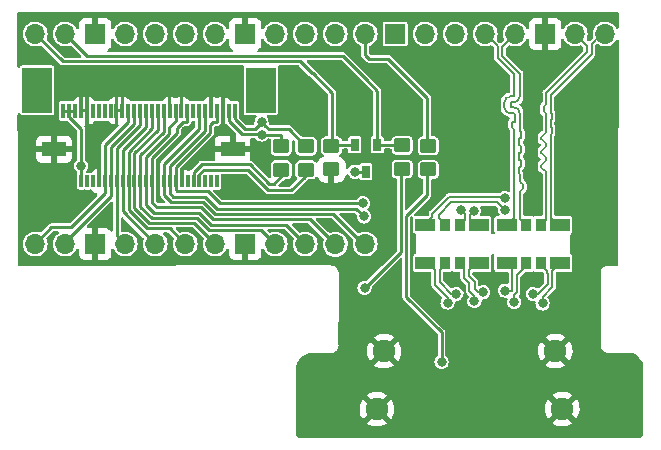
<source format=gbr>
%TF.GenerationSoftware,KiCad,Pcbnew,(6.0.11-0)*%
%TF.CreationDate,2023-07-31T17:49:37-05:00*%
%TF.ProjectId,PicoDVI-N64,5069636f-4456-4492-9d4e-36342e6b6963,rev?*%
%TF.SameCoordinates,Original*%
%TF.FileFunction,Copper,L2,Bot*%
%TF.FilePolarity,Positive*%
%FSLAX46Y46*%
G04 Gerber Fmt 4.6, Leading zero omitted, Abs format (unit mm)*
G04 Created by KiCad (PCBNEW (6.0.11-0)) date 2023-07-31 17:49:37*
%MOMM*%
%LPD*%
G01*
G04 APERTURE LIST*
G04 Aperture macros list*
%AMRoundRect*
0 Rectangle with rounded corners*
0 $1 Rounding radius*
0 $2 $3 $4 $5 $6 $7 $8 $9 X,Y pos of 4 corners*
0 Add a 4 corners polygon primitive as box body*
4,1,4,$2,$3,$4,$5,$6,$7,$8,$9,$2,$3,0*
0 Add four circle primitives for the rounded corners*
1,1,$1+$1,$2,$3*
1,1,$1+$1,$4,$5*
1,1,$1+$1,$6,$7*
1,1,$1+$1,$8,$9*
0 Add four rect primitives between the rounded corners*
20,1,$1+$1,$2,$3,$4,$5,0*
20,1,$1+$1,$4,$5,$6,$7,0*
20,1,$1+$1,$6,$7,$8,$9,0*
20,1,$1+$1,$8,$9,$2,$3,0*%
G04 Aperture macros list end*
%TA.AperFunction,ComponentPad*%
%ADD10C,1.900000*%
%TD*%
%TA.AperFunction,ComponentPad*%
%ADD11O,1.700000X1.700000*%
%TD*%
%TA.AperFunction,ComponentPad*%
%ADD12R,1.700000X1.700000*%
%TD*%
%TA.AperFunction,SMDPad,CuDef*%
%ADD13R,1.651000X1.092200*%
%TD*%
%TA.AperFunction,SMDPad,CuDef*%
%ADD14R,0.939800X1.092200*%
%TD*%
%TA.AperFunction,SMDPad,CuDef*%
%ADD15RoundRect,0.250000X-0.450000X0.350000X-0.450000X-0.350000X0.450000X-0.350000X0.450000X0.350000X0*%
%TD*%
%TA.AperFunction,SMDPad,CuDef*%
%ADD16R,0.300000X1.300000*%
%TD*%
%TA.AperFunction,SMDPad,CuDef*%
%ADD17R,2.000000X1.300000*%
%TD*%
%TA.AperFunction,SMDPad,CuDef*%
%ADD18R,0.300000X1.000000*%
%TD*%
%TA.AperFunction,SMDPad,CuDef*%
%ADD19R,0.700000X1.050000*%
%TD*%
%TA.AperFunction,ViaPad*%
%ADD20C,0.800000*%
%TD*%
%TA.AperFunction,ViaPad*%
%ADD21C,0.600000*%
%TD*%
%TA.AperFunction,Conductor*%
%ADD22C,0.200000*%
%TD*%
%TA.AperFunction,Conductor*%
%ADD23C,0.250000*%
%TD*%
G04 APERTURE END LIST*
%TO.C,X1*%
G36*
X123457000Y-88920800D02*
G01*
X120957000Y-88920800D01*
X120957000Y-85120800D01*
X123457000Y-85120800D01*
X123457000Y-88920800D01*
G37*
G36*
X142393000Y-88920800D02*
G01*
X139893000Y-88920800D01*
X139893000Y-85120800D01*
X142393000Y-85120800D01*
X142393000Y-88920800D01*
G37*
%TD*%
D10*
%TO.P,J4,SH,SH*%
%TO.N,GND*%
X166675000Y-114012500D03*
X166075000Y-109112500D03*
X151575000Y-109112500D03*
X150975000Y-114012500D03*
%TD*%
D11*
%TO.P,REF\u002A\u002A,1*%
%TO.N,VIDEO_D0*%
X122045000Y-100040000D03*
%TO.P,REF\u002A\u002A,2*%
%TO.N,VIDEO_D1*%
X124585000Y-100040000D03*
D12*
%TO.P,REF\u002A\u002A,3*%
%TO.N,GND*%
X127125000Y-100040000D03*
D11*
%TO.P,REF\u002A\u002A,4*%
%TO.N,VIDEO_D2*%
X129665000Y-100040000D03*
%TO.P,REF\u002A\u002A,5*%
%TO.N,VIDEO_D3*%
X132205000Y-100040000D03*
%TO.P,REF\u002A\u002A,6*%
%TO.N,VIDEO_D4*%
X134745000Y-100040000D03*
%TO.P,REF\u002A\u002A,7*%
%TO.N,VIDEO_D5*%
X137285000Y-100040000D03*
D12*
%TO.P,REF\u002A\u002A,8*%
%TO.N,GND*%
X139825000Y-100040000D03*
D11*
%TO.P,REF\u002A\u002A,9*%
%TO.N,VIDEO_D6*%
X142365000Y-100040000D03*
%TO.P,REF\u002A\u002A,10*%
%TO.N,VIDEO_SYNC*%
X144905000Y-100040000D03*
%TO.P,REF\u002A\u002A,11*%
%TO.N,VIDEO_CLK*%
X147450000Y-100075000D03*
%TO.P,REF\u002A\u002A,12*%
%TO.N,AUDIO_LRCK*%
X149985000Y-100040000D03*
%TO.P,REF\u002A\u002A,21*%
%TO.N,/PICO_D2+*%
X170305000Y-82260000D03*
%TO.P,REF\u002A\u002A,22*%
%TO.N,/PICO_D2-*%
X167765000Y-82260000D03*
D12*
%TO.P,REF\u002A\u002A,23*%
%TO.N,GND*%
X165225000Y-82260000D03*
D11*
%TO.P,REF\u002A\u002A,24*%
%TO.N,/PICO_D1+*%
X162685000Y-82260000D03*
%TO.P,REF\u002A\u002A,25*%
%TO.N,/PICO_D1-*%
X160145000Y-82260000D03*
%TO.P,REF\u002A\u002A,26*%
%TO.N,J4*%
X157605000Y-82260000D03*
%TO.P,REF\u002A\u002A,27*%
%TO.N,J5*%
X155065000Y-82260000D03*
D12*
%TO.P,REF\u002A\u002A,28*%
%TO.N,N/C*%
X152525000Y-82260000D03*
D11*
%TO.P,REF\u002A\u002A,29*%
%TO.N,CEC_CTRL*%
X149985000Y-82260000D03*
%TO.P,REF\u002A\u002A,30*%
%TO.N,N/C*%
X147445000Y-82260000D03*
%TO.P,REF\u002A\u002A,31*%
X144905000Y-82260000D03*
%TO.P,REF\u002A\u002A,32*%
X142365000Y-82260000D03*
D12*
%TO.P,REF\u002A\u002A,33*%
%TO.N,GND*%
X139825000Y-82260000D03*
D11*
%TO.P,REF\u002A\u002A,34*%
%TO.N,N/C*%
X137285000Y-82260000D03*
%TO.P,REF\u002A\u002A,35*%
X134745000Y-82260000D03*
%TO.P,REF\u002A\u002A,36*%
X132205000Y-82260000D03*
%TO.P,REF\u002A\u002A,37*%
X129665000Y-82260000D03*
D12*
%TO.P,REF\u002A\u002A,38*%
%TO.N,GND*%
X127125000Y-82260000D03*
D11*
%TO.P,REF\u002A\u002A,39*%
%TO.N,VSYS*%
X124585000Y-82260000D03*
%TO.P,REF\u002A\u002A,40*%
%TO.N,VBUS*%
X122045000Y-82260000D03*
%TD*%
D13*
%TO.P,REF\u002A\u002A,1*%
%TO.N,/D2+*%
X166498300Y-101637900D03*
D14*
%TO.P,REF\u002A\u002A,2*%
%TO.N,/D2-*%
X164872700Y-101637900D03*
%TO.P,REF\u002A\u002A,3*%
%TO.N,/D1+*%
X163602700Y-101637900D03*
D13*
%TO.P,REF\u002A\u002A,4*%
%TO.N,/D1-*%
X161951700Y-101637900D03*
%TO.P,REF\u002A\u002A,5*%
%TO.N,/PICO_D1-*%
X161951700Y-98412100D03*
D14*
%TO.P,REF\u002A\u002A,6*%
%TO.N,/PICO_D1+*%
X163602700Y-98412100D03*
%TO.P,REF\u002A\u002A,7*%
%TO.N,/PICO_D2-*%
X164872700Y-98412100D03*
D13*
%TO.P,REF\u002A\u002A,8*%
%TO.N,/PICO_D2+*%
X166498300Y-98412100D03*
%TD*%
D15*
%TO.P,,*%
%TO.N,VSYS*%
X153130000Y-91685000D03*
%TO.P,,2*%
%TO.N,+5V_HDMI*%
X153130000Y-93685000D03*
%TD*%
%TO.P,,*%
%TO.N,CEC_CTRL*%
X155335000Y-91730000D03*
%TO.P,,2*%
%TO.N,CEC*%
X155335000Y-93730000D03*
%TD*%
%TO.P,,*%
%TO.N,J4*%
X142875000Y-91750000D03*
%TO.P,,2*%
%TO.N,PIF*%
X142875000Y-93750000D03*
%TD*%
D13*
%TO.P,REF\u002A\u002A,1*%
%TO.N,/PICO_CK-*%
X155076700Y-98412100D03*
D14*
%TO.P,REF\u002A\u002A,2*%
%TO.N,/PICO_CK+*%
X156702300Y-98412100D03*
%TO.P,REF\u002A\u002A,3*%
%TO.N,/PICO_D0-*%
X157972300Y-98412100D03*
D13*
%TO.P,REF\u002A\u002A,4*%
%TO.N,/PICO_D0+*%
X159623300Y-98412100D03*
%TO.P,REF\u002A\u002A,5*%
%TO.N,/D0+*%
X159623300Y-101637900D03*
D14*
%TO.P,REF\u002A\u002A,6*%
%TO.N,/D0-*%
X157972300Y-101637900D03*
%TO.P,REF\u002A\u002A,7*%
%TO.N,/CK+*%
X156702300Y-101637900D03*
D13*
%TO.P,REF\u002A\u002A,8*%
%TO.N,/CK-*%
X155076700Y-101637900D03*
%TD*%
D15*
%TO.P,,*%
%TO.N,J5*%
X144975000Y-91750000D03*
%TO.P,,2*%
%TO.N,RESET*%
X144975000Y-93750000D03*
%TD*%
D16*
%TO.P,X1,1,Pin_1*%
%TO.N,+5V_N64*%
X124425000Y-88750800D03*
%TO.P,X1,2,Pin_2*%
X124925000Y-88750800D03*
%TO.P,X1,3,Pin_3*%
X125425000Y-88750800D03*
%TO.P,X1,4,Pin_4*%
%TO.N,GND*%
X125925000Y-88750800D03*
%TO.P,X1,5,Pin_5*%
X126425000Y-88750800D03*
%TO.P,X1,6,Pin_6*%
%TO.N,N/C*%
X126925000Y-88750800D03*
%TO.P,X1,7,Pin_7*%
X127425000Y-88750800D03*
%TO.P,X1,8,Pin_8*%
X127925000Y-88750800D03*
%TO.P,X1,9,Pin_9*%
X128425000Y-88750800D03*
%TO.P,X1,10,Pin_10*%
%TO.N,GND*%
X128925000Y-88750800D03*
%TO.P,X1,11,Pin_11*%
X129425000Y-88750800D03*
%TO.P,X1,12,Pin_12*%
%TO.N,VIDEO_D0*%
X129925000Y-88750800D03*
%TO.P,X1,13,Pin_13*%
%TO.N,VIDEO_D1*%
X130425000Y-88750800D03*
%TO.P,X1,14,Pin_14*%
%TO.N,VIDEO_D2*%
X130925000Y-88750800D03*
%TO.P,X1,15,Pin_15*%
%TO.N,VIDEO_D3*%
X131425000Y-88750800D03*
%TO.P,X1,16,Pin_16*%
%TO.N,VIDEO_D4*%
X131925000Y-88750800D03*
%TO.P,X1,17,Pin_17*%
%TO.N,VIDEO_D5*%
X132425000Y-88750800D03*
%TO.P,X1,18,Pin_18*%
%TO.N,VIDEO_D6*%
X132925000Y-88750800D03*
%TO.P,X1,19,Pin_19*%
%TO.N,GND*%
X133425000Y-88750800D03*
%TO.P,X1,20,Pin_20*%
%TO.N,VIDEO_SYNC*%
X133925000Y-88750800D03*
%TO.P,X1,21,Pin_21*%
%TO.N,GND*%
X134425000Y-88750800D03*
%TO.P,X1,22,Pin_22*%
%TO.N,VIDEO_CLK*%
X134925000Y-88750800D03*
%TO.P,X1,23,Pin_23*%
%TO.N,J3*%
X135425000Y-88750800D03*
%TO.P,X1,24,Pin_24*%
%TO.N,AUDIO_LRCK*%
X135925000Y-88750800D03*
%TO.P,X1,25,Pin_25*%
%TO.N,AUDIO_SDAT*%
X136425000Y-88750800D03*
%TO.P,X1,26,Pin_26*%
%TO.N,GND*%
X136925000Y-88750800D03*
%TO.P,X1,27,Pin_27*%
%TO.N,AUDIO_BCLK*%
X137425000Y-88750800D03*
%TO.P,X1,28,Pin_28*%
%TO.N,GND*%
X137925000Y-88750800D03*
%TO.P,X1,29,Pin_29*%
%TO.N,J4*%
X138425000Y-88750800D03*
%TO.P,X1,30,Pin_30*%
%TO.N,J5*%
X138925000Y-88750800D03*
%TD*%
D17*
%TO.P,J\u002A\u002A,*%
%TO.N,GND*%
X123650000Y-92025000D03*
X138750000Y-92025000D03*
D18*
%TO.P,J\u002A\u002A,1*%
%TO.N,+5V_N64*%
X125950000Y-94725000D03*
%TO.P,J\u002A\u002A,2*%
%TO.N,N/C*%
X126450000Y-94725000D03*
%TO.P,J\u002A\u002A,3*%
X126950000Y-94725000D03*
%TO.P,J\u002A\u002A,4*%
%TO.N,GND*%
X127450000Y-94725000D03*
%TO.P,J\u002A\u002A,5*%
%TO.N,VIDEO_D0*%
X127950000Y-94725000D03*
%TO.P,J\u002A\u002A,6*%
%TO.N,VIDEO_D1*%
X128450000Y-94725000D03*
%TO.P,J\u002A\u002A,7*%
%TO.N,VIDEO_D2*%
X128950000Y-94725000D03*
%TO.P,J\u002A\u002A,8*%
%TO.N,VIDEO_D3*%
X129450000Y-94725000D03*
%TO.P,J\u002A\u002A,9*%
%TO.N,VIDEO_D4*%
X129950000Y-94725000D03*
%TO.P,J\u002A\u002A,10*%
%TO.N,VIDEO_D5*%
X130450000Y-94725000D03*
%TO.P,J\u002A\u002A,11*%
%TO.N,VIDEO_D6*%
X130950000Y-94725000D03*
%TO.P,J\u002A\u002A,12*%
%TO.N,VIDEO_SYNC*%
X131450000Y-94725000D03*
%TO.P,J\u002A\u002A,13*%
%TO.N,VIDEO_CLK*%
X131950000Y-94725000D03*
%TO.P,J\u002A\u002A,14*%
%TO.N,GND*%
X132450000Y-94725000D03*
%TO.P,J\u002A\u002A,15*%
%TO.N,AUDIO_LRCK*%
X132950000Y-94725000D03*
%TO.P,J\u002A\u002A,16*%
%TO.N,AUDIO_SDAT*%
X133450000Y-94725000D03*
%TO.P,J\u002A\u002A,17*%
%TO.N,AUDIO_BCLK*%
X133950000Y-94725000D03*
%TO.P,J\u002A\u002A,18*%
%TO.N,GND*%
X134450000Y-94725000D03*
%TO.P,J\u002A\u002A,19*%
%TO.N,N/C*%
X134950000Y-94725000D03*
%TO.P,J\u002A\u002A,20*%
%TO.N,PIF*%
X135450000Y-94725000D03*
%TO.P,J\u002A\u002A,21*%
%TO.N,RESET*%
X135950000Y-94725000D03*
%TO.P,J\u002A\u002A,22*%
%TO.N,N/C*%
X136450000Y-94725000D03*
%TO.P,J\u002A\u002A,23*%
X136950000Y-94725000D03*
%TO.P,J\u002A\u002A,24*%
X137450000Y-94725000D03*
%TD*%
D15*
%TO.P,,*%
%TO.N,VBUS*%
X147125000Y-91725000D03*
%TO.P,,2*%
%TO.N,GND*%
X147125000Y-93725000D03*
%TD*%
D19*
%TO.P,Q\u002A\u002A,1*%
%TO.N,VBUS*%
X149100000Y-91625000D03*
%TO.P,Q\u002A\u002A,2*%
%TO.N,VSYS*%
X151000000Y-91625000D03*
%TO.P,Q\u002A\u002A,3*%
%TO.N,+5V_N64*%
X150050000Y-93925000D03*
%TD*%
D20*
%TO.N,/PICO_CK-*%
X161815555Y-96151091D03*
%TO.N,/PICO_CK+*%
X161850000Y-97150000D03*
D21*
%TO.N,GND*%
X129175000Y-87250000D03*
X146025000Y-85050000D03*
X167425000Y-83850000D03*
X157175000Y-91225000D03*
X157375000Y-103275000D03*
X161600000Y-109662500D03*
X160475000Y-83900000D03*
X143375000Y-85900000D03*
X169950000Y-83750000D03*
X140275000Y-95300000D03*
X160925000Y-104275000D03*
X126150000Y-87225000D03*
X153725000Y-107525000D03*
X172690000Y-115705000D03*
X145750000Y-95940160D03*
X154875000Y-83725000D03*
X127775000Y-97900000D03*
X151050000Y-83725000D03*
X154075000Y-88250000D03*
X164575000Y-103300000D03*
X158600000Y-109662500D03*
X159750000Y-94875000D03*
X133925000Y-87300000D03*
X145475000Y-110580000D03*
X136300000Y-92575000D03*
X160100000Y-109662500D03*
X163100000Y-109662500D03*
X157300000Y-106075000D03*
X162375000Y-83850000D03*
X167400000Y-111050000D03*
X165850000Y-104600000D03*
X145050000Y-115725000D03*
X159275000Y-115650000D03*
X137450000Y-87275000D03*
X168905000Y-102675000D03*
X160075000Y-97099500D03*
X155585218Y-109660109D03*
X148715000Y-95695000D03*
X143900000Y-86650000D03*
X149075000Y-83700000D03*
X161400000Y-103075000D03*
X148725000Y-97850000D03*
X159925000Y-103189502D03*
X172095000Y-110715000D03*
X156450000Y-95350000D03*
X152220000Y-87485000D03*
X134750000Y-90425000D03*
D20*
%TO.N,/PICO_D0-*%
X158127324Y-97199500D03*
%TO.N,/PICO_D0+*%
X159181306Y-97201554D03*
%TO.N,/D2+*%
X165000000Y-105075000D03*
%TO.N,/D2-*%
X164178768Y-104253768D03*
%TO.N,/D1+*%
X162600000Y-104950000D03*
%TO.N,/D1-*%
X161812884Y-103976617D03*
%TO.N,/D0+*%
X159971232Y-104128768D03*
%TO.N,/D0-*%
X159228768Y-104871232D03*
%TO.N,/CK+*%
X157696232Y-104253768D03*
%TO.N,/CK-*%
X156953768Y-104996232D03*
%TO.N,AUDIO_BCLK*%
X149787819Y-96587181D03*
%TO.N,AUDIO_SDAT*%
X149875000Y-97700000D03*
%TO.N,+5V_HDMI*%
X149925000Y-103750000D03*
%TO.N,+5V_N64*%
X149100498Y-93915000D03*
X125925000Y-93425000D03*
%TO.N,J5*%
X141205000Y-89745000D03*
%TO.N,J4*%
X141223611Y-90768574D03*
%TO.N,CEC*%
X156450000Y-110025000D03*
%TD*%
D22*
%TO.N,/PICO_CK-*%
X155664500Y-97748100D02*
X155076700Y-98335900D01*
X161714464Y-96050000D02*
X157081800Y-96050000D01*
X155076700Y-98335900D02*
X155076700Y-98412100D01*
X155664500Y-97467300D02*
X155664500Y-97748100D01*
X157081800Y-96050000D02*
X155664500Y-97467300D01*
X161815555Y-96151091D02*
X161714464Y-96050000D01*
%TO.N,/PICO_CK+*%
X156202200Y-97566000D02*
X156202200Y-97835800D01*
X156202200Y-97835800D02*
X156702300Y-98335900D01*
X161850000Y-97150000D02*
X161824514Y-97150000D01*
X161174514Y-96500000D02*
X157268200Y-96500000D01*
X156702300Y-98335900D02*
X156702300Y-98412100D01*
X157268200Y-96500000D02*
X156202200Y-97566000D01*
X161824514Y-97150000D02*
X161174514Y-96500000D01*
D23*
%TO.N,GND*%
X134450000Y-94750000D02*
X134450000Y-94100000D01*
D22*
%TO.N,/PICO_D0-*%
X158450000Y-98000000D02*
X158037900Y-98412100D01*
X158037900Y-98412100D02*
X157972300Y-98412100D01*
X158450000Y-97522176D02*
X158450000Y-98000000D01*
X158127324Y-97199500D02*
X158450000Y-97522176D01*
%TO.N,/PICO_D0+*%
X158850000Y-97532860D02*
X158850000Y-97900000D01*
X159362100Y-98412100D02*
X159623300Y-98412100D01*
X158850000Y-97900000D02*
X159362100Y-98412100D01*
X159181306Y-97201554D02*
X158850000Y-97532860D01*
%TO.N,/PICO_D1-*%
X162629839Y-89695161D02*
X162675000Y-89650000D01*
X162675000Y-89650000D02*
X162675000Y-89100000D01*
X162675000Y-89100000D02*
X162552200Y-88977200D01*
X161190000Y-83305000D02*
X160145000Y-82260000D01*
X161190000Y-84280686D02*
X161190000Y-83305000D01*
X162552200Y-88977200D02*
X162289700Y-88977200D01*
X162552200Y-97811600D02*
X162552200Y-90295161D01*
X162289700Y-87527200D02*
X162552200Y-87527200D01*
X162552200Y-87527200D02*
X162552200Y-85642886D01*
X162552200Y-85642886D02*
X161190000Y-84280686D01*
X161951700Y-98412100D02*
X162552200Y-97811600D01*
X161764700Y-88452200D02*
X161764700Y-88052200D01*
X162416277Y-89695161D02*
X162629839Y-89695161D01*
X162484239Y-90227200D02*
X162484238Y-90227200D01*
X162416277Y-90159239D02*
X162416277Y-89695161D01*
X162289700Y-87527200D02*
G75*
G03*
X161764700Y-88052200I0J-525000D01*
G01*
X161764700Y-88452200D02*
G75*
G03*
X162289700Y-88977200I525000J0D01*
G01*
X162484239Y-90227200D02*
G75*
G02*
X162552200Y-90295161I-39J-68000D01*
G01*
X162416200Y-90159239D02*
G75*
G03*
X162484238Y-90227200I68000J39D01*
G01*
%TO.N,/PICO_D1+*%
X163077200Y-92897800D02*
X163127200Y-92897800D01*
X163177200Y-90547800D02*
X163177200Y-91047800D01*
X163077200Y-93497800D02*
X163027200Y-93497800D01*
X163213274Y-95463273D02*
X163213273Y-95463273D01*
X163077200Y-88977200D02*
X163077200Y-90447800D01*
X161590000Y-84115000D02*
X163077200Y-85602200D01*
X163177200Y-91747800D02*
X163177200Y-92247800D01*
X163027200Y-92897800D02*
X163077200Y-92897800D01*
X163077200Y-95927200D02*
X163077200Y-97886600D01*
X163077200Y-92297800D02*
X163027200Y-92297800D01*
X163349347Y-94999346D02*
X163349347Y-95327200D01*
X163127200Y-93497800D02*
X163077200Y-93497800D01*
X163027200Y-91697800D02*
X163077200Y-91697800D01*
X161590000Y-83355000D02*
X161590000Y-84115000D01*
X163077200Y-97886600D02*
X163602700Y-98412100D01*
X162552200Y-88052200D02*
X162289700Y-88052200D01*
X163177200Y-92947800D02*
X163177200Y-93447800D01*
X162289700Y-88052200D02*
X162289700Y-88452200D01*
X163127200Y-92297800D02*
X163077200Y-92297800D01*
X162977200Y-91147800D02*
X162977200Y-91647800D01*
X163077200Y-94147800D02*
X163077200Y-94727200D01*
X162685000Y-82260000D02*
X161590000Y-83355000D01*
X162289700Y-88452200D02*
X162552200Y-88452200D01*
X163077200Y-95599346D02*
X163077200Y-95927200D01*
X162977200Y-92347800D02*
X162977200Y-92847800D01*
X162977200Y-93547800D02*
X162977200Y-94047800D01*
X163213273Y-94863273D02*
X163213274Y-94863273D01*
X163077200Y-85602200D02*
X163077200Y-87527200D01*
X163127200Y-91097800D02*
X163077200Y-91097800D01*
X163077200Y-91697800D02*
X163127200Y-91697800D01*
X163077200Y-91097800D02*
X163027200Y-91097800D01*
X163177200Y-91747800D02*
G75*
G03*
X163127200Y-91697800I-50000J0D01*
G01*
X163177200Y-92947800D02*
G75*
G03*
X163127200Y-92897800I-50000J0D01*
G01*
X163027200Y-91697800D02*
G75*
G02*
X162977200Y-91647800I0J50000D01*
G01*
X162552200Y-88052200D02*
G75*
G03*
X163077200Y-87527200I0J525000D01*
G01*
X163027200Y-92897800D02*
G75*
G02*
X162977200Y-92847800I0J50000D01*
G01*
X162977200Y-93547800D02*
G75*
G02*
X163027200Y-93497800I50000J0D01*
G01*
X163127200Y-90497800D02*
G75*
G02*
X163077200Y-90447800I0J50000D01*
G01*
X163027200Y-94097800D02*
G75*
G02*
X162977200Y-94047800I0J50000D01*
G01*
X163349327Y-94999346D02*
G75*
G03*
X163213274Y-94863273I-136027J46D01*
G01*
X163077200Y-94147800D02*
G75*
G03*
X163027200Y-94097800I-50000J0D01*
G01*
X163177200Y-90547800D02*
G75*
G03*
X163127200Y-90497800I-50000J0D01*
G01*
X163213273Y-94863300D02*
G75*
G02*
X163077200Y-94727200I27J136100D01*
G01*
X162977200Y-91147800D02*
G75*
G02*
X163027200Y-91097800I50000J0D01*
G01*
X163077200Y-88977200D02*
G75*
G03*
X162552200Y-88452200I-525000J0D01*
G01*
X163127200Y-93497800D02*
G75*
G03*
X163177200Y-93447800I0J50000D01*
G01*
X163127200Y-92297800D02*
G75*
G03*
X163177200Y-92247800I0J50000D01*
G01*
X163127200Y-91097800D02*
G75*
G03*
X163177200Y-91047800I0J50000D01*
G01*
X162977200Y-92347800D02*
G75*
G02*
X163027200Y-92297800I50000J0D01*
G01*
X163213274Y-95463247D02*
G75*
G03*
X163349347Y-95327200I26J136047D01*
G01*
X163077273Y-95599346D02*
G75*
G02*
X163213273Y-95463273I136027J46D01*
G01*
%TO.N,/PICO_D2-*%
X165300000Y-92750000D02*
X165300000Y-92950000D01*
X164900000Y-93350000D02*
X164900000Y-93550000D01*
X164900000Y-90950000D02*
X164900000Y-91150000D01*
X165085716Y-88414284D02*
X165085716Y-88800000D01*
X168750000Y-83775000D02*
X165300000Y-87225000D01*
X165300000Y-91550000D02*
X165300000Y-91750000D01*
X165300000Y-89014284D02*
X165300000Y-89400000D01*
X165300000Y-93950000D02*
X165300000Y-94150000D01*
X165300000Y-87225000D02*
X165300000Y-88200000D01*
X167765000Y-82260000D02*
X168750000Y-83245000D01*
X168750000Y-83245000D02*
X168750000Y-83775000D01*
X164900000Y-92150000D02*
X164900000Y-92350000D01*
X165300000Y-94150000D02*
X165300000Y-97984801D01*
X165300000Y-89400000D02*
X165300000Y-90550000D01*
X165300000Y-97984801D02*
X164872701Y-98412100D01*
X165100000Y-93750000D02*
G75*
G02*
X164900000Y-93550000I0J200000D01*
G01*
X165100000Y-92550000D02*
G75*
G02*
X164900000Y-92350000I0J200000D01*
G01*
X164900000Y-92150000D02*
G75*
G02*
X165100000Y-91950000I200000J0D01*
G01*
X165100000Y-90750000D02*
G75*
G03*
X165300000Y-90550000I0J200000D01*
G01*
X165300058Y-89014284D02*
G75*
G03*
X165192858Y-88907142I-107158J-16D01*
G01*
X165300000Y-91550000D02*
G75*
G03*
X165100000Y-91350000I-200000J0D01*
G01*
X165192858Y-88307100D02*
G75*
G03*
X165300000Y-88200000I42J107100D01*
G01*
X165100000Y-93150000D02*
G75*
G03*
X165300000Y-92950000I0J200000D01*
G01*
X164900000Y-93350000D02*
G75*
G02*
X165100000Y-93150000I200000J0D01*
G01*
X165300000Y-93950000D02*
G75*
G03*
X165100000Y-93750000I-200000J0D01*
G01*
X165100000Y-91950000D02*
G75*
G03*
X165300000Y-91750000I0J200000D01*
G01*
X164900000Y-90950000D02*
G75*
G02*
X165100000Y-90750000I200000J0D01*
G01*
X165100000Y-91350000D02*
G75*
G02*
X164900000Y-91150000I0J200000D01*
G01*
X165192858Y-88907184D02*
G75*
G02*
X165085716Y-88800000I42J107184D01*
G01*
X165085742Y-88414284D02*
G75*
G02*
X165192858Y-88307142I107158J-16D01*
G01*
X165300000Y-92750000D02*
G75*
G03*
X165100000Y-92550000I-200000J0D01*
G01*
%TO.N,/PICO_D2+*%
X165774845Y-90149844D02*
X165774845Y-90675000D01*
X169150000Y-83079315D02*
X169150000Y-83940686D01*
X165737423Y-89512422D02*
X165737422Y-89512422D01*
X165700000Y-90749844D02*
X165700000Y-91275000D01*
X170305000Y-82260000D02*
X169969315Y-82260000D01*
X165700000Y-97875000D02*
X166237100Y-98412100D01*
X166237100Y-98412100D02*
X166498300Y-98412100D01*
X169150000Y-83940686D02*
X165700000Y-87390686D01*
X165774845Y-88949844D02*
X165774845Y-89475000D01*
X169969315Y-82260000D02*
X169150000Y-83079315D01*
X165700000Y-89549844D02*
X165700000Y-90075000D01*
X165737423Y-90712422D02*
X165737422Y-90712422D01*
X165737422Y-90112422D02*
X165737423Y-90112422D01*
X165737422Y-88912422D02*
X165737423Y-88912422D01*
X165700000Y-87390686D02*
X165700000Y-88875000D01*
X166162100Y-98412100D02*
X165700000Y-97950000D01*
X165700000Y-91275000D02*
X165700000Y-97875000D01*
X165700022Y-90749844D02*
G75*
G02*
X165737422Y-90712422I37378J44D01*
G01*
X165774778Y-90149844D02*
G75*
G03*
X165737423Y-90112422I-37378J44D01*
G01*
X165737423Y-90712445D02*
G75*
G03*
X165774845Y-90675000I-23J37445D01*
G01*
X165737423Y-89512445D02*
G75*
G03*
X165774845Y-89475000I-23J37445D01*
G01*
X165737422Y-90112400D02*
G75*
G02*
X165700000Y-90075000I-22J37400D01*
G01*
X165700022Y-89549844D02*
G75*
G02*
X165737422Y-89512422I37378J44D01*
G01*
X165737422Y-88912400D02*
G75*
G02*
X165700000Y-88875000I-22J37400D01*
G01*
X165774778Y-88949844D02*
G75*
G03*
X165737423Y-88912422I-37378J44D01*
G01*
%TO.N,/D2+*%
X165000000Y-104493199D02*
X165825000Y-103668199D01*
X165000000Y-105075000D02*
X165000000Y-104493199D01*
X165825000Y-102338800D02*
X165811200Y-102325000D01*
X165811200Y-102325000D02*
X166498300Y-101637900D01*
X165825000Y-103668199D02*
X165825000Y-102338800D01*
%TO.N,/D2-*%
X165425000Y-103431801D02*
X165425000Y-102504486D01*
X164603033Y-104253768D02*
X165425000Y-103431801D01*
X165425000Y-102504486D02*
X165411200Y-102490686D01*
X164178768Y-104253768D02*
X164603033Y-104253768D01*
X165411200Y-102490686D02*
X165411200Y-102361200D01*
X165411200Y-102361200D02*
X164872701Y-101822701D01*
%TO.N,/D1+*%
X163427700Y-102047300D02*
X162827200Y-102647800D01*
X162827200Y-102647800D02*
X162827200Y-104140999D01*
X163427700Y-101637900D02*
X163427700Y-102047300D01*
X162827200Y-104140999D02*
X162600000Y-104368199D01*
X162600000Y-104368199D02*
X162600000Y-104950000D01*
%TO.N,/D1-*%
X161951700Y-101637900D02*
X162427200Y-102113400D01*
X162425896Y-103976617D02*
X161812884Y-103976617D01*
X162427200Y-102113400D02*
X162427200Y-103975313D01*
X162427200Y-103975313D02*
X162425896Y-103976617D01*
%TO.N,/D0+*%
X159623300Y-101637900D02*
X159337100Y-101637900D01*
X158750000Y-102225000D02*
X158750000Y-102759314D01*
X159337100Y-101637900D02*
X158750000Y-102225000D01*
X158750000Y-102759314D02*
X159247800Y-103257114D01*
X159247800Y-103257114D02*
X159247800Y-103829601D01*
X159247800Y-103829601D02*
X159546967Y-104128768D01*
X159546967Y-104128768D02*
X159971232Y-104128768D01*
%TO.N,/D0-*%
X158350000Y-102925000D02*
X158797800Y-103372800D01*
X158797800Y-103372800D02*
X158797800Y-104015999D01*
X158197300Y-101637900D02*
X158350000Y-101790600D01*
X158797800Y-104015999D02*
X159228768Y-104446967D01*
X159228768Y-104446967D02*
X159228768Y-104871232D01*
X158350000Y-101790600D02*
X158350000Y-102925000D01*
%TO.N,/CK+*%
X157271967Y-104253768D02*
X157696232Y-104253768D01*
X156927300Y-101637900D02*
X156289500Y-102275700D01*
X156289500Y-103271301D02*
X157271967Y-104253768D01*
X156289500Y-102275700D02*
X156289500Y-103271301D01*
%TO.N,/CK-*%
X156953768Y-104571967D02*
X156953768Y-104996232D01*
X155889500Y-103507699D02*
X156953768Y-104571967D01*
X155301700Y-101637900D02*
X155889500Y-102225700D01*
X155889500Y-102225700D02*
X155889500Y-103507699D01*
D23*
%TO.N,AUDIO_BCLK*%
X133950000Y-95500000D02*
X134025000Y-95575000D01*
X136875000Y-89950000D02*
X136875000Y-90625000D01*
X134025000Y-95575000D02*
X136638376Y-95575000D01*
X137663376Y-96600000D02*
X149775000Y-96600000D01*
X137425000Y-88750800D02*
X137425000Y-89700800D01*
X137425000Y-89700800D02*
X137400000Y-89725800D01*
X133950000Y-94825000D02*
X133950000Y-95475000D01*
X137400000Y-89725800D02*
X137099200Y-89725800D01*
X133950000Y-93550000D02*
X133950000Y-95500000D01*
X137099200Y-89725800D02*
X136875000Y-89950000D01*
X136875000Y-90625000D02*
X133950000Y-93550000D01*
X136638376Y-95575000D02*
X137663376Y-96600000D01*
X149775000Y-96600000D02*
X149787819Y-96587181D01*
%TO.N,VIDEO_D0*%
X127950000Y-94725000D02*
X127950000Y-95725000D01*
X123400000Y-98625000D02*
X122363198Y-99661802D01*
X129925000Y-89700800D02*
X127950000Y-91675800D01*
X127950000Y-91675800D02*
X127950000Y-94725000D01*
X127950000Y-95725000D02*
X125050000Y-98625000D01*
X129925000Y-88750800D02*
X129925000Y-89700800D01*
X122363198Y-99661802D02*
X122363198Y-99721802D01*
X125050000Y-98625000D02*
X123400000Y-98625000D01*
%TO.N,VIDEO_D1*%
X128475000Y-95980000D02*
X128475000Y-94975000D01*
X128450000Y-91812196D02*
X130425000Y-89837196D01*
X130425000Y-89837196D02*
X130425000Y-88750800D01*
X128450000Y-94750000D02*
X128450000Y-91812196D01*
X124500000Y-99955000D02*
X128475000Y-95980000D01*
%TO.N,VIDEO_D2*%
X129665000Y-100040000D02*
X128975000Y-99350000D01*
X128975000Y-99350000D02*
X128975000Y-94975000D01*
X128950000Y-91948592D02*
X128950000Y-94750000D01*
X130925000Y-88750800D02*
X130925000Y-89973592D01*
X130925000Y-89973592D02*
X128950000Y-91948592D01*
%TO.N,VIDEO_D3*%
X132205000Y-100040000D02*
X129450000Y-97285000D01*
X131425000Y-90109988D02*
X129450000Y-92084988D01*
X129450000Y-92084988D02*
X129450000Y-94750000D01*
X129450000Y-97285000D02*
X129450000Y-95000000D01*
X131425000Y-88750800D02*
X131425000Y-90109988D01*
%TO.N,VIDEO_D4*%
X131526396Y-98725000D02*
X133430000Y-98725000D01*
X129950000Y-95000000D02*
X129950000Y-97148604D01*
X133430000Y-98725000D02*
X134745000Y-100040000D01*
X129950000Y-92221384D02*
X129950000Y-94750000D01*
X131925000Y-88750800D02*
X131925000Y-90246384D01*
X131925000Y-90246384D02*
X129950000Y-92221384D01*
X129950000Y-97148604D02*
X131526396Y-98725000D01*
%TO.N,VIDEO_D5*%
X132425000Y-88750800D02*
X132425000Y-90382780D01*
X131712792Y-98275000D02*
X130450000Y-97012208D01*
X135520000Y-98275000D02*
X131712792Y-98275000D01*
X132425000Y-90382780D02*
X130450000Y-92357780D01*
X130450000Y-97012208D02*
X130450000Y-95000000D01*
X137285000Y-100040000D02*
X135520000Y-98275000D01*
X130450000Y-92357780D02*
X130450000Y-94750000D01*
%TO.N,VIDEO_D6*%
X131899188Y-97825000D02*
X130950000Y-96875812D01*
X132925000Y-88750800D02*
X132925000Y-90519176D01*
X130950000Y-92494176D02*
X130950000Y-94750000D01*
X130950000Y-96875812D02*
X130950000Y-95000000D01*
X136746396Y-98865000D02*
X135706396Y-97825000D01*
X142365000Y-100040000D02*
X141190000Y-98865000D01*
X135706396Y-97825000D02*
X131899188Y-97825000D01*
X132925000Y-90519176D02*
X130950000Y-92494176D01*
X141190000Y-98865000D02*
X136746396Y-98865000D01*
%TO.N,VIDEO_CLK*%
X131950000Y-92766968D02*
X131950000Y-94750000D01*
X131950000Y-95050000D02*
X131950000Y-96525000D01*
X136079188Y-96925000D02*
X137104188Y-97950000D01*
X134050000Y-90666968D02*
X131950000Y-92766968D01*
X146705000Y-99300000D02*
X147445000Y-100040000D01*
X145279720Y-97950000D02*
X146629720Y-99300000D01*
X134925000Y-88750800D02*
X134925000Y-89700800D01*
X134050000Y-90212196D02*
X134050000Y-90666968D01*
X134925000Y-89700800D02*
X134900000Y-89725800D01*
X132350000Y-96925000D02*
X136079188Y-96925000D01*
X137104188Y-97950000D02*
X145279720Y-97950000D01*
X131950000Y-96525000D02*
X132350000Y-96925000D01*
X146629720Y-99300000D02*
X146705000Y-99300000D01*
X134900000Y-89725800D02*
X134536396Y-89725800D01*
X134536396Y-89725800D02*
X134050000Y-90212196D01*
%TO.N,AUDIO_LRCK*%
X132950000Y-95861396D02*
X132950000Y-93277208D01*
X135925000Y-90302208D02*
X135925000Y-88750800D01*
X149825000Y-100050000D02*
X147275000Y-97500000D01*
X132950000Y-93277208D02*
X135925000Y-90302208D01*
X136265584Y-96475000D02*
X133563604Y-96475000D01*
X133563604Y-96475000D02*
X132950000Y-95861396D01*
X137290584Y-97500000D02*
X136265584Y-96475000D01*
X149950000Y-100050000D02*
X149825000Y-100050000D01*
X147275000Y-97500000D02*
X137290584Y-97500000D01*
%TO.N,AUDIO_SDAT*%
X137476980Y-97050000D02*
X149225000Y-97050000D01*
X136425000Y-90438604D02*
X136425000Y-88750800D01*
X133750000Y-96025000D02*
X136451980Y-96025000D01*
X149225000Y-97050000D02*
X149875000Y-97700000D01*
X136451980Y-96025000D02*
X137476980Y-97050000D01*
X133450000Y-94750000D02*
X133450000Y-93413604D01*
X133475000Y-95750000D02*
X133750000Y-96025000D01*
X133475000Y-94975000D02*
X133475000Y-95750000D01*
X133450000Y-93413604D02*
X136425000Y-90438604D01*
%TO.N,+5V_HDMI*%
X153025000Y-96538604D02*
X153000000Y-96563604D01*
X153025000Y-93700000D02*
X153025000Y-96538604D01*
X153000000Y-96563604D02*
X153000000Y-100700000D01*
X149950000Y-103750000D02*
X149925000Y-103750000D01*
X153000000Y-100700000D02*
X149950000Y-103750000D01*
%TO.N,VIDEO_SYNC*%
X131450000Y-96739416D02*
X132085584Y-97375000D01*
X131450000Y-95000000D02*
X131450000Y-96739416D01*
X135892792Y-97375000D02*
X136932792Y-98415000D01*
X131450000Y-94750000D02*
X131450000Y-92630572D01*
X133375000Y-90150000D02*
X133925000Y-89600000D01*
X131450000Y-92630572D02*
X133375000Y-90705572D01*
X132085584Y-97375000D02*
X135892792Y-97375000D01*
X133925000Y-89600000D02*
X133925000Y-88750800D01*
X143280000Y-98415000D02*
X144905000Y-100040000D01*
X133375000Y-90705572D02*
X133375000Y-90150000D01*
X136932792Y-98415000D02*
X143280000Y-98415000D01*
%TO.N,+5V_N64*%
X125950000Y-94725000D02*
X125950000Y-93450000D01*
X125950000Y-93450000D02*
X125925000Y-93425000D01*
X124925000Y-88750800D02*
X124925000Y-89250800D01*
X125950000Y-90275800D02*
X125950000Y-93400000D01*
X150050000Y-93925000D02*
X149110498Y-93925000D01*
X124925000Y-89250800D02*
X125950000Y-90275800D01*
X149110498Y-93925000D02*
X149100498Y-93915000D01*
X124975000Y-88750000D02*
X124475000Y-88750000D01*
X125950000Y-93400000D02*
X125925000Y-93425000D01*
X124925000Y-88750800D02*
X125425000Y-88750800D01*
%TO.N,J5*%
X141503574Y-90043574D02*
X141523916Y-90043574D01*
X141205000Y-89745000D02*
X141503574Y-90043574D01*
X138925000Y-89463604D02*
X138925000Y-88750800D01*
X143518574Y-90318574D02*
X145000000Y-91800000D01*
X141205000Y-89745000D02*
X140640000Y-90310000D01*
X139771396Y-90310000D02*
X138925000Y-89463604D01*
X140640000Y-90310000D02*
X139771396Y-90310000D01*
X141798916Y-90318574D02*
X143518574Y-90318574D01*
X141523916Y-90043574D02*
X141798916Y-90318574D01*
%TO.N,J4*%
X141215037Y-90760000D02*
X139585000Y-90760000D01*
X141223611Y-90768574D02*
X142808574Y-90768574D01*
X139585000Y-90760000D02*
X138425000Y-89600000D01*
X142808574Y-90768574D02*
X142875000Y-90835000D01*
X141223611Y-90768574D02*
X141215037Y-90760000D01*
X138425000Y-89600000D02*
X138425000Y-88750800D01*
X142875000Y-90835000D02*
X142875000Y-91775000D01*
%TO.N,VBUS*%
X147125000Y-91775000D02*
X147175000Y-91725000D01*
X147175000Y-91725000D02*
X147175000Y-87250000D01*
X147175000Y-87250000D02*
X145525000Y-85600000D01*
X124360000Y-84575000D02*
X122045000Y-82260000D01*
X144500000Y-84575000D02*
X124360000Y-84575000D01*
X149100000Y-91625000D02*
X147275000Y-91625000D01*
X147275000Y-91625000D02*
X147125000Y-91775000D01*
X145475000Y-85550000D02*
X144500000Y-84575000D01*
%TO.N,VSYS*%
X150025000Y-86075000D02*
X149175000Y-85225000D01*
X151000000Y-91625000D02*
X151000000Y-87050000D01*
X126450000Y-84125000D02*
X124585000Y-82260000D01*
X152950000Y-91625000D02*
X153025000Y-91700000D01*
X149175000Y-85225000D02*
X148075000Y-84125000D01*
X150050000Y-86100000D02*
X149175000Y-85225000D01*
X148075000Y-84125000D02*
X126450000Y-84125000D01*
X151000000Y-87050000D02*
X150050000Y-86100000D01*
X151000000Y-91625000D02*
X152950000Y-91625000D01*
%TO.N,CEC*%
X156450000Y-107525000D02*
X156450000Y-110025000D01*
X155225000Y-95875000D02*
X153450000Y-97650000D01*
X153450000Y-97650000D02*
X153450000Y-104525000D01*
X153450000Y-104525000D02*
X156450000Y-107525000D01*
X155225000Y-93725000D02*
X155225000Y-95875000D01*
%TO.N,CEC_CTRL*%
X155225000Y-87650000D02*
X151925000Y-84350000D01*
X150270000Y-84350000D02*
X149985000Y-84065000D01*
X151925000Y-84350000D02*
X150270000Y-84350000D01*
X149985000Y-84065000D02*
X149985000Y-82260000D01*
X155225000Y-91725000D02*
X155225000Y-87650000D01*
%TO.N,RESET*%
X140038604Y-93750000D02*
X141788604Y-95500000D01*
X141788604Y-95500000D02*
X143725000Y-95500000D01*
X144850000Y-94375000D02*
X144875000Y-94375000D01*
X136311396Y-93750000D02*
X140038604Y-93750000D01*
X135950000Y-94750000D02*
X135950000Y-94111396D01*
X143725000Y-95500000D02*
X144850000Y-94375000D01*
X135950000Y-94111396D02*
X136311396Y-93750000D01*
%TO.N,PIF*%
X141850000Y-94925000D02*
X140225000Y-93300000D01*
X142250000Y-94925000D02*
X141850000Y-94925000D01*
X140225000Y-93300000D02*
X136125000Y-93300000D01*
X142800000Y-94375000D02*
X142250000Y-94925000D01*
X142875000Y-94375000D02*
X142800000Y-94375000D01*
X135450000Y-93975000D02*
X135450000Y-94750000D01*
X136125000Y-93300000D02*
X135450000Y-93975000D01*
%TD*%
%TA.AperFunction,Conductor*%
%TO.N,GND*%
G36*
X171396404Y-80419051D02*
G01*
X171442915Y-80472691D01*
X171454319Y-80525277D01*
X171452453Y-81671073D01*
X171452446Y-81675158D01*
X171432333Y-81743246D01*
X171378602Y-81789652D01*
X171308311Y-81799641D01*
X171243779Y-81770043D01*
X171215195Y-81734107D01*
X171187114Y-81681294D01*
X171187110Y-81681287D01*
X171184218Y-81675849D01*
X171110859Y-81585902D01*
X171057906Y-81520975D01*
X171057903Y-81520972D01*
X171054011Y-81516200D01*
X171036786Y-81501950D01*
X170900025Y-81388811D01*
X170900021Y-81388809D01*
X170895275Y-81384882D01*
X170714055Y-81286897D01*
X170517254Y-81225977D01*
X170511129Y-81225333D01*
X170511128Y-81225333D01*
X170318498Y-81205087D01*
X170318496Y-81205087D01*
X170312369Y-81204443D01*
X170225529Y-81212346D01*
X170113342Y-81222555D01*
X170113339Y-81222556D01*
X170107203Y-81223114D01*
X169909572Y-81281280D01*
X169727002Y-81376726D01*
X169722201Y-81380586D01*
X169722198Y-81380588D01*
X169571254Y-81501950D01*
X169566447Y-81505815D01*
X169434024Y-81663630D01*
X169431056Y-81669028D01*
X169431053Y-81669033D01*
X169339722Y-81835166D01*
X169334776Y-81844162D01*
X169272484Y-82040532D01*
X169271798Y-82046649D01*
X169271797Y-82046653D01*
X169250207Y-82239137D01*
X169249520Y-82245262D01*
X169250036Y-82251406D01*
X169265902Y-82440342D01*
X169266759Y-82450553D01*
X169268457Y-82456475D01*
X169268831Y-82458512D01*
X169261453Y-82529124D01*
X169233995Y-82570349D01*
X168974548Y-82829796D01*
X168972514Y-82831552D01*
X168967731Y-82833890D01*
X168958588Y-82843746D01*
X168955780Y-82845419D01*
X168950482Y-82849354D01*
X168950081Y-82848814D01*
X168897598Y-82880083D01*
X168826642Y-82877678D01*
X168777120Y-82847149D01*
X168756211Y-82826240D01*
X168722185Y-82763928D01*
X168727250Y-82693113D01*
X168727425Y-82692686D01*
X168729323Y-82689344D01*
X168741059Y-82654066D01*
X168792404Y-82499715D01*
X168794351Y-82493863D01*
X168820171Y-82289474D01*
X168820583Y-82260000D01*
X168800480Y-82054970D01*
X168740935Y-81857749D01*
X168644218Y-81675849D01*
X168570859Y-81585902D01*
X168517906Y-81520975D01*
X168517903Y-81520972D01*
X168514011Y-81516200D01*
X168496786Y-81501950D01*
X168360025Y-81388811D01*
X168360021Y-81388809D01*
X168355275Y-81384882D01*
X168174055Y-81286897D01*
X167977254Y-81225977D01*
X167971129Y-81225333D01*
X167971128Y-81225333D01*
X167778498Y-81205087D01*
X167778496Y-81205087D01*
X167772369Y-81204443D01*
X167685529Y-81212346D01*
X167573342Y-81222555D01*
X167573339Y-81222556D01*
X167567203Y-81223114D01*
X167369572Y-81281280D01*
X167187002Y-81376726D01*
X167182201Y-81380586D01*
X167182198Y-81380588D01*
X167031254Y-81501950D01*
X167026447Y-81505815D01*
X166894024Y-81663630D01*
X166891054Y-81669033D01*
X166891053Y-81669034D01*
X166819414Y-81799345D01*
X166769068Y-81849404D01*
X166699651Y-81864297D01*
X166633202Y-81839296D01*
X166590818Y-81782339D01*
X166582999Y-81738644D01*
X166582999Y-81365331D01*
X166582629Y-81358510D01*
X166577105Y-81307648D01*
X166573479Y-81292396D01*
X166528324Y-81171946D01*
X166519786Y-81156351D01*
X166443285Y-81054276D01*
X166430724Y-81041715D01*
X166328649Y-80965214D01*
X166313054Y-80956676D01*
X166192606Y-80911522D01*
X166177351Y-80907895D01*
X166126486Y-80902369D01*
X166119672Y-80902000D01*
X165497115Y-80902000D01*
X165481876Y-80906475D01*
X165480671Y-80907865D01*
X165479000Y-80915548D01*
X165479000Y-83599884D01*
X165483475Y-83615123D01*
X165484865Y-83616328D01*
X165492548Y-83617999D01*
X166119669Y-83617999D01*
X166126490Y-83617629D01*
X166177352Y-83612105D01*
X166192604Y-83608479D01*
X166313054Y-83563324D01*
X166328649Y-83554786D01*
X166430724Y-83478285D01*
X166443285Y-83465724D01*
X166519786Y-83363649D01*
X166528324Y-83348054D01*
X166573478Y-83227606D01*
X166577105Y-83212351D01*
X166582631Y-83161486D01*
X166583000Y-83154672D01*
X166583000Y-82779192D01*
X166603002Y-82711071D01*
X166656658Y-82664578D01*
X166726932Y-82654474D01*
X166791512Y-82683968D01*
X166821067Y-82721598D01*
X166853655Y-82785007D01*
X166877712Y-82831818D01*
X167005677Y-82993270D01*
X167010370Y-82997264D01*
X167010371Y-82997265D01*
X167157868Y-83122794D01*
X167162564Y-83126791D01*
X167342398Y-83227297D01*
X167409461Y-83249087D01*
X167532471Y-83289056D01*
X167532475Y-83289057D01*
X167538329Y-83290959D01*
X167742894Y-83315351D01*
X167749029Y-83314879D01*
X167749031Y-83314879D01*
X167821625Y-83309293D01*
X167948300Y-83299546D01*
X167954230Y-83297890D01*
X167954232Y-83297890D01*
X168121403Y-83251215D01*
X168146725Y-83244145D01*
X168152221Y-83241369D01*
X168152224Y-83241368D01*
X168183210Y-83225716D01*
X168253033Y-83212856D01*
X168318723Y-83239786D01*
X168329115Y-83249087D01*
X168412595Y-83332567D01*
X168446621Y-83394879D01*
X168449500Y-83421662D01*
X168449500Y-83598339D01*
X168429498Y-83666460D01*
X168412595Y-83687434D01*
X165124548Y-86975481D01*
X165122514Y-86977237D01*
X165117731Y-86979575D01*
X165109819Y-86988104D01*
X165109818Y-86988105D01*
X165084427Y-87015477D01*
X165081147Y-87018882D01*
X165067752Y-87032277D01*
X165065028Y-87036247D01*
X165062703Y-87038895D01*
X165049508Y-87053119D01*
X165049506Y-87053122D01*
X165041599Y-87061646D01*
X165037289Y-87072450D01*
X165034767Y-87076439D01*
X165029006Y-87087227D01*
X165027089Y-87091552D01*
X165020508Y-87101146D01*
X165017822Y-87112465D01*
X165017821Y-87112467D01*
X165014817Y-87125127D01*
X165009252Y-87142724D01*
X165007179Y-87147921D01*
X165000117Y-87165622D01*
X164999500Y-87171915D01*
X164999500Y-87174994D01*
X164999350Y-87178067D01*
X164999134Y-87178056D01*
X164997802Y-87189431D01*
X164997346Y-87198746D01*
X164994660Y-87210066D01*
X164996229Y-87221595D01*
X164996229Y-87221596D01*
X164998349Y-87237173D01*
X164999500Y-87254164D01*
X164999500Y-87986719D01*
X164979498Y-88054840D01*
X164950221Y-88086668D01*
X164902119Y-88123590D01*
X164836805Y-88208723D01*
X164833646Y-88216349D01*
X164798899Y-88300231D01*
X164798898Y-88300235D01*
X164795741Y-88307856D01*
X164794664Y-88316033D01*
X164794661Y-88316043D01*
X164793289Y-88326459D01*
X164790797Y-88339788D01*
X164789128Y-88346649D01*
X164785833Y-88354906D01*
X164785216Y-88361199D01*
X164785216Y-88376938D01*
X164783298Y-88398838D01*
X164780580Y-88414238D01*
X164782636Y-88425908D01*
X164783305Y-88429705D01*
X164785216Y-88451566D01*
X164785216Y-88762683D01*
X164783302Y-88784563D01*
X164780580Y-88800000D01*
X164782494Y-88810855D01*
X164784989Y-88825005D01*
X164782773Y-88825396D01*
X164784813Y-88831009D01*
X164785763Y-88830884D01*
X164795702Y-88906401D01*
X164798861Y-88914030D01*
X164798862Y-88914033D01*
X164831128Y-88991949D01*
X164836762Y-89005554D01*
X164841785Y-89012103D01*
X164841786Y-89012104D01*
X164852409Y-89025953D01*
X164902079Y-89090707D01*
X164932534Y-89114087D01*
X164950227Y-89127670D01*
X164992081Y-89185018D01*
X164999500Y-89227615D01*
X164999500Y-90365509D01*
X164979498Y-90433630D01*
X164925842Y-90480123D01*
X164915114Y-90484438D01*
X164881467Y-90496212D01*
X164875475Y-90499977D01*
X164799365Y-90547800D01*
X164785969Y-90556217D01*
X164706217Y-90635969D01*
X164702451Y-90641963D01*
X164702450Y-90641964D01*
X164688321Y-90664451D01*
X164646212Y-90731467D01*
X164608961Y-90837924D01*
X164605497Y-90868672D01*
X164605314Y-90870293D01*
X164602984Y-90883437D01*
X164600117Y-90890622D01*
X164599500Y-90896915D01*
X164599500Y-90912684D01*
X164597586Y-90934560D01*
X164594864Y-90950000D01*
X164596778Y-90960855D01*
X164597586Y-90965437D01*
X164599500Y-90987317D01*
X164599500Y-91112683D01*
X164597586Y-91134563D01*
X164594864Y-91150000D01*
X164596778Y-91160856D01*
X164596778Y-91160857D01*
X164598250Y-91169206D01*
X164599372Y-91176975D01*
X164603685Y-91215249D01*
X164608961Y-91262076D01*
X164646212Y-91368533D01*
X164649977Y-91374525D01*
X164701334Y-91456259D01*
X164706217Y-91464031D01*
X164785969Y-91543783D01*
X164791961Y-91547548D01*
X164796904Y-91551490D01*
X164837692Y-91609601D01*
X164840587Y-91680538D01*
X164804671Y-91741780D01*
X164796904Y-91748510D01*
X164791961Y-91752452D01*
X164785969Y-91756217D01*
X164706217Y-91835969D01*
X164646212Y-91931467D01*
X164608961Y-92037924D01*
X164608169Y-92044953D01*
X164605314Y-92070293D01*
X164602984Y-92083437D01*
X164600117Y-92090622D01*
X164599500Y-92096915D01*
X164599500Y-92112684D01*
X164597586Y-92134560D01*
X164594864Y-92150000D01*
X164596778Y-92160855D01*
X164597586Y-92165437D01*
X164599500Y-92187317D01*
X164599500Y-92312683D01*
X164597586Y-92334563D01*
X164594864Y-92350000D01*
X164596778Y-92360856D01*
X164596778Y-92360857D01*
X164598250Y-92369206D01*
X164599372Y-92376975D01*
X164608961Y-92462076D01*
X164646212Y-92568533D01*
X164706217Y-92664031D01*
X164785969Y-92743783D01*
X164791961Y-92747548D01*
X164796904Y-92751490D01*
X164837692Y-92809601D01*
X164840587Y-92880538D01*
X164804671Y-92941780D01*
X164796904Y-92948510D01*
X164791961Y-92952452D01*
X164785969Y-92956217D01*
X164706217Y-93035969D01*
X164702451Y-93041963D01*
X164702450Y-93041964D01*
X164678621Y-93079888D01*
X164646212Y-93131467D01*
X164608961Y-93237924D01*
X164605546Y-93268238D01*
X164605314Y-93270293D01*
X164602984Y-93283437D01*
X164600117Y-93290622D01*
X164599500Y-93296915D01*
X164599500Y-93312684D01*
X164597586Y-93334560D01*
X164594864Y-93350000D01*
X164596778Y-93360855D01*
X164597586Y-93365437D01*
X164599500Y-93387317D01*
X164599500Y-93512683D01*
X164597586Y-93534563D01*
X164594864Y-93550000D01*
X164596778Y-93560856D01*
X164596778Y-93560857D01*
X164598250Y-93569206D01*
X164599372Y-93576975D01*
X164604720Y-93624439D01*
X164608961Y-93662076D01*
X164646212Y-93768533D01*
X164649977Y-93774525D01*
X164701001Y-93855729D01*
X164706217Y-93864031D01*
X164785969Y-93943783D01*
X164791963Y-93947549D01*
X164791964Y-93947550D01*
X164829345Y-93971038D01*
X164881467Y-94003788D01*
X164909134Y-94013469D01*
X164915115Y-94015562D01*
X164972807Y-94056940D01*
X164998969Y-94122941D01*
X164999500Y-94134491D01*
X164999500Y-97539500D01*
X164979498Y-97607621D01*
X164925842Y-97654114D01*
X164873500Y-97665500D01*
X164383052Y-97665500D01*
X164376984Y-97666707D01*
X164336739Y-97674712D01*
X164336738Y-97674712D01*
X164324569Y-97677133D01*
X164314255Y-97684025D01*
X164314252Y-97684026D01*
X164307704Y-97688402D01*
X164239952Y-97709618D01*
X164167696Y-97688402D01*
X164161148Y-97684026D01*
X164161145Y-97684025D01*
X164150831Y-97677133D01*
X164138662Y-97674712D01*
X164138661Y-97674712D01*
X164098416Y-97666707D01*
X164092348Y-97665500D01*
X163503700Y-97665500D01*
X163435579Y-97645498D01*
X163389086Y-97591842D01*
X163377700Y-97539500D01*
X163377700Y-95812216D01*
X163397702Y-95744095D01*
X163434074Y-95709419D01*
X163433408Y-95708551D01*
X163472810Y-95678324D01*
X163524619Y-95638579D01*
X163536272Y-95623395D01*
X163589582Y-95553932D01*
X163589584Y-95553929D01*
X163594609Y-95547381D01*
X163638607Y-95441175D01*
X163642376Y-95412552D01*
X163644870Y-95399211D01*
X163645934Y-95394840D01*
X163649230Y-95386578D01*
X163649847Y-95380285D01*
X163649847Y-95364517D01*
X163651761Y-95342638D01*
X163652569Y-95338055D01*
X163654483Y-95327200D01*
X163651761Y-95311763D01*
X163649847Y-95289883D01*
X163649847Y-95036732D01*
X163651769Y-95014811D01*
X163652565Y-95010305D01*
X163654483Y-94999449D01*
X163651453Y-94982227D01*
X163650620Y-94976803D01*
X163639696Y-94893639D01*
X163639695Y-94893637D01*
X163638620Y-94885450D01*
X163629581Y-94863614D01*
X163597801Y-94786848D01*
X163597801Y-94786847D01*
X163594641Y-94779215D01*
X163524658Y-94687988D01*
X163433441Y-94617991D01*
X163434367Y-94616785D01*
X163391705Y-94572040D01*
X163377700Y-94514307D01*
X163377700Y-94185117D01*
X163379614Y-94163237D01*
X163380422Y-94158655D01*
X163382336Y-94147800D01*
X163377796Y-94122049D01*
X163377700Y-94121335D01*
X163377700Y-94119852D01*
X163376078Y-94111143D01*
X163375027Y-94104523D01*
X163369756Y-94064486D01*
X163369755Y-94064483D01*
X163368678Y-94056301D01*
X163364367Y-94045894D01*
X163363934Y-94043437D01*
X163363247Y-94042247D01*
X163362409Y-94037747D01*
X163358093Y-94030745D01*
X163333361Y-93971038D01*
X163303738Y-93932433D01*
X163278137Y-93866213D01*
X163277700Y-93855729D01*
X163277700Y-93836248D01*
X163297702Y-93768127D01*
X163326996Y-93736286D01*
X163329465Y-93734392D01*
X163377179Y-93697779D01*
X163433361Y-93624562D01*
X163461866Y-93555746D01*
X163463934Y-93552163D01*
X163464321Y-93549970D01*
X163464480Y-93549753D01*
X163464367Y-93549706D01*
X163465517Y-93546930D01*
X163468678Y-93539299D01*
X163469756Y-93531108D01*
X163471893Y-93523134D01*
X163471914Y-93523140D01*
X163473789Y-93515434D01*
X163477083Y-93507178D01*
X163477700Y-93500885D01*
X163477700Y-93485116D01*
X163479614Y-93463237D01*
X163480422Y-93458654D01*
X163482336Y-93447800D01*
X163479614Y-93432363D01*
X163477700Y-93410483D01*
X163477700Y-92985117D01*
X163479614Y-92963237D01*
X163480422Y-92958655D01*
X163482336Y-92947800D01*
X163477796Y-92922049D01*
X163477700Y-92921335D01*
X163477700Y-92919852D01*
X163476078Y-92911143D01*
X163475027Y-92904523D01*
X163469756Y-92864486D01*
X163469755Y-92864483D01*
X163468678Y-92856301D01*
X163464367Y-92845894D01*
X163463934Y-92843437D01*
X163463247Y-92842247D01*
X163462409Y-92837747D01*
X163458093Y-92830745D01*
X163433361Y-92771038D01*
X163377179Y-92697821D01*
X163370629Y-92692795D01*
X163364788Y-92686954D01*
X163367353Y-92684389D01*
X163335264Y-92640506D01*
X163330994Y-92569638D01*
X163365046Y-92508904D01*
X163364788Y-92508646D01*
X163365705Y-92507729D01*
X163365715Y-92507711D01*
X163365775Y-92507659D01*
X163370629Y-92502805D01*
X163377179Y-92497779D01*
X163433361Y-92424562D01*
X163461866Y-92355746D01*
X163463934Y-92352163D01*
X163464321Y-92349970D01*
X163464480Y-92349753D01*
X163464367Y-92349706D01*
X163465517Y-92346930D01*
X163468678Y-92339299D01*
X163469756Y-92331108D01*
X163471893Y-92323134D01*
X163471914Y-92323140D01*
X163473789Y-92315434D01*
X163477083Y-92307178D01*
X163477700Y-92300885D01*
X163477700Y-92285116D01*
X163479614Y-92263237D01*
X163480422Y-92258654D01*
X163482336Y-92247800D01*
X163479614Y-92232363D01*
X163477700Y-92210483D01*
X163477700Y-91785117D01*
X163479614Y-91763237D01*
X163480422Y-91758655D01*
X163482336Y-91747800D01*
X163477796Y-91722049D01*
X163477700Y-91721335D01*
X163477700Y-91719852D01*
X163476078Y-91711143D01*
X163475027Y-91704523D01*
X163469756Y-91664486D01*
X163469755Y-91664483D01*
X163468678Y-91656301D01*
X163464367Y-91645894D01*
X163463934Y-91643437D01*
X163463247Y-91642247D01*
X163462409Y-91637747D01*
X163458093Y-91630745D01*
X163433361Y-91571038D01*
X163377179Y-91497821D01*
X163370629Y-91492795D01*
X163364788Y-91486954D01*
X163367353Y-91484389D01*
X163335264Y-91440506D01*
X163330994Y-91369638D01*
X163365046Y-91308904D01*
X163364788Y-91308646D01*
X163365705Y-91307729D01*
X163365715Y-91307711D01*
X163365775Y-91307659D01*
X163370629Y-91302805D01*
X163377179Y-91297779D01*
X163433361Y-91224562D01*
X163461866Y-91155746D01*
X163463934Y-91152163D01*
X163464321Y-91149970D01*
X163464480Y-91149753D01*
X163464367Y-91149706D01*
X163465517Y-91146930D01*
X163468678Y-91139299D01*
X163469756Y-91131108D01*
X163471893Y-91123134D01*
X163471914Y-91123140D01*
X163473789Y-91115434D01*
X163477083Y-91107178D01*
X163477700Y-91100885D01*
X163477700Y-91085116D01*
X163479614Y-91063237D01*
X163482336Y-91047800D01*
X163479614Y-91032363D01*
X163477700Y-91010483D01*
X163477700Y-90585117D01*
X163479614Y-90563237D01*
X163480422Y-90558655D01*
X163482336Y-90547800D01*
X163477796Y-90522049D01*
X163477700Y-90521335D01*
X163477700Y-90519852D01*
X163476078Y-90511143D01*
X163475027Y-90504523D01*
X163469756Y-90464486D01*
X163469755Y-90464483D01*
X163468678Y-90456301D01*
X163464367Y-90445894D01*
X163463934Y-90443437D01*
X163463247Y-90442247D01*
X163462409Y-90437747D01*
X163458093Y-90430745D01*
X163454540Y-90422166D01*
X163445031Y-90399212D01*
X163433361Y-90371038D01*
X163403738Y-90332433D01*
X163378137Y-90266213D01*
X163377700Y-90255729D01*
X163377700Y-89014517D01*
X163379614Y-88992637D01*
X163380422Y-88988053D01*
X163382336Y-88977200D01*
X163380882Y-88968952D01*
X163380423Y-88964292D01*
X163380423Y-88964249D01*
X163380410Y-88964156D01*
X163366363Y-88821537D01*
X163365756Y-88815374D01*
X163361093Y-88800000D01*
X163320350Y-88665689D01*
X163320349Y-88665686D01*
X163318553Y-88659766D01*
X163241899Y-88516358D01*
X163138741Y-88390659D01*
X163088710Y-88349600D01*
X163048741Y-88290923D01*
X163046840Y-88219952D01*
X163088710Y-88154800D01*
X163133962Y-88117663D01*
X163138741Y-88113741D01*
X163241899Y-87988042D01*
X163318553Y-87844634D01*
X163320864Y-87837016D01*
X163363960Y-87694948D01*
X163363961Y-87694944D01*
X163365756Y-87689026D01*
X163375011Y-87595061D01*
X163375986Y-87589329D01*
X163377083Y-87586578D01*
X163377700Y-87580285D01*
X163377700Y-87573943D01*
X163378307Y-87561591D01*
X163380410Y-87540242D01*
X163380423Y-87540149D01*
X163380423Y-87540108D01*
X163380882Y-87535448D01*
X163382336Y-87527200D01*
X163379614Y-87511763D01*
X163377700Y-87489883D01*
X163377700Y-85654566D01*
X163377896Y-85651893D01*
X163379625Y-85646858D01*
X163377789Y-85597944D01*
X163377700Y-85593218D01*
X163377700Y-85574252D01*
X163376819Y-85569517D01*
X163376590Y-85565990D01*
X163375862Y-85546615D01*
X163375426Y-85534991D01*
X163370834Y-85524304D01*
X163369795Y-85519692D01*
X163366243Y-85508000D01*
X163364539Y-85503583D01*
X163362409Y-85492147D01*
X163349472Y-85471159D01*
X163340969Y-85454789D01*
X163334749Y-85440312D01*
X163334747Y-85440308D01*
X163331236Y-85432137D01*
X163327222Y-85427251D01*
X163325037Y-85425066D01*
X163322985Y-85422803D01*
X163323145Y-85422658D01*
X163316025Y-85413651D01*
X163309773Y-85406756D01*
X163303668Y-85396852D01*
X163281880Y-85380284D01*
X163269061Y-85369090D01*
X161927405Y-84027434D01*
X161893379Y-83965122D01*
X161890500Y-83938339D01*
X161890500Y-83531661D01*
X161910502Y-83463540D01*
X161927405Y-83442566D01*
X162118756Y-83251215D01*
X162181068Y-83217189D01*
X162257956Y-83224815D01*
X162262398Y-83227297D01*
X162292920Y-83237214D01*
X162452471Y-83289056D01*
X162452475Y-83289057D01*
X162458329Y-83290959D01*
X162662894Y-83315351D01*
X162669029Y-83314879D01*
X162669031Y-83314879D01*
X162741625Y-83309293D01*
X162868300Y-83299546D01*
X162874230Y-83297890D01*
X162874232Y-83297890D01*
X163041403Y-83251215D01*
X163066725Y-83244145D01*
X163072214Y-83241372D01*
X163072220Y-83241370D01*
X163245116Y-83154033D01*
X163250610Y-83151258D01*
X163287043Y-83122794D01*
X163408101Y-83028213D01*
X163412951Y-83024424D01*
X163420280Y-83015934D01*
X163543540Y-82873134D01*
X163543540Y-82873133D01*
X163547564Y-82868472D01*
X163558732Y-82848814D01*
X163631445Y-82720815D01*
X163682484Y-82671464D01*
X163752102Y-82657542D01*
X163818196Y-82683468D01*
X163859781Y-82741011D01*
X163867001Y-82783052D01*
X163867001Y-83154669D01*
X163867371Y-83161490D01*
X163872895Y-83212352D01*
X163876521Y-83227604D01*
X163921676Y-83348054D01*
X163930214Y-83363649D01*
X164006715Y-83465724D01*
X164019276Y-83478285D01*
X164121351Y-83554786D01*
X164136946Y-83563324D01*
X164257394Y-83608478D01*
X164272649Y-83612105D01*
X164323514Y-83617631D01*
X164330328Y-83618000D01*
X164952885Y-83618000D01*
X164968124Y-83613525D01*
X164969329Y-83612135D01*
X164971000Y-83604452D01*
X164971000Y-80920116D01*
X164966525Y-80904877D01*
X164965135Y-80903672D01*
X164957452Y-80902001D01*
X164330331Y-80902001D01*
X164323510Y-80902371D01*
X164272648Y-80907895D01*
X164257396Y-80911521D01*
X164136946Y-80956676D01*
X164121351Y-80965214D01*
X164019276Y-81041715D01*
X164006715Y-81054276D01*
X163930214Y-81156351D01*
X163921676Y-81171946D01*
X163876522Y-81292394D01*
X163872895Y-81307649D01*
X163867369Y-81358514D01*
X163867000Y-81365328D01*
X163867000Y-81739942D01*
X163846998Y-81808063D01*
X163793342Y-81854556D01*
X163723068Y-81864660D01*
X163658488Y-81835166D01*
X163629748Y-81799095D01*
X163624728Y-81789652D01*
X163564218Y-81675849D01*
X163490859Y-81585902D01*
X163437906Y-81520975D01*
X163437903Y-81520972D01*
X163434011Y-81516200D01*
X163416786Y-81501950D01*
X163280025Y-81388811D01*
X163280021Y-81388809D01*
X163275275Y-81384882D01*
X163094055Y-81286897D01*
X162897254Y-81225977D01*
X162891129Y-81225333D01*
X162891128Y-81225333D01*
X162698498Y-81205087D01*
X162698496Y-81205087D01*
X162692369Y-81204443D01*
X162605529Y-81212346D01*
X162493342Y-81222555D01*
X162493339Y-81222556D01*
X162487203Y-81223114D01*
X162289572Y-81281280D01*
X162107002Y-81376726D01*
X162102201Y-81380586D01*
X162102198Y-81380588D01*
X161951254Y-81501950D01*
X161946447Y-81505815D01*
X161814024Y-81663630D01*
X161811056Y-81669028D01*
X161811053Y-81669033D01*
X161719722Y-81835166D01*
X161714776Y-81844162D01*
X161652484Y-82040532D01*
X161651798Y-82046649D01*
X161651797Y-82046653D01*
X161630207Y-82239137D01*
X161629520Y-82245262D01*
X161630036Y-82251406D01*
X161645902Y-82440342D01*
X161646759Y-82450553D01*
X161648458Y-82456478D01*
X161666154Y-82518190D01*
X161703544Y-82648586D01*
X161706359Y-82654063D01*
X161706362Y-82654071D01*
X161718542Y-82677771D01*
X161731889Y-82747502D01*
X161705418Y-82813379D01*
X161695570Y-82824459D01*
X161504095Y-83015934D01*
X161441783Y-83049960D01*
X161370968Y-83044895D01*
X161325905Y-83015934D01*
X161136211Y-82826240D01*
X161102185Y-82763928D01*
X161107250Y-82693113D01*
X161107425Y-82692686D01*
X161109323Y-82689344D01*
X161121059Y-82654066D01*
X161172404Y-82499715D01*
X161174351Y-82493863D01*
X161200171Y-82289474D01*
X161200583Y-82260000D01*
X161180480Y-82054970D01*
X161120935Y-81857749D01*
X161024218Y-81675849D01*
X160950859Y-81585902D01*
X160897906Y-81520975D01*
X160897903Y-81520972D01*
X160894011Y-81516200D01*
X160876786Y-81501950D01*
X160740025Y-81388811D01*
X160740021Y-81388809D01*
X160735275Y-81384882D01*
X160554055Y-81286897D01*
X160357254Y-81225977D01*
X160351129Y-81225333D01*
X160351128Y-81225333D01*
X160158498Y-81205087D01*
X160158496Y-81205087D01*
X160152369Y-81204443D01*
X160065529Y-81212346D01*
X159953342Y-81222555D01*
X159953339Y-81222556D01*
X159947203Y-81223114D01*
X159749572Y-81281280D01*
X159567002Y-81376726D01*
X159562201Y-81380586D01*
X159562198Y-81380588D01*
X159411254Y-81501950D01*
X159406447Y-81505815D01*
X159274024Y-81663630D01*
X159271056Y-81669028D01*
X159271053Y-81669033D01*
X159179722Y-81835166D01*
X159174776Y-81844162D01*
X159112484Y-82040532D01*
X159111798Y-82046649D01*
X159111797Y-82046653D01*
X159090207Y-82239137D01*
X159089520Y-82245262D01*
X159090036Y-82251406D01*
X159105902Y-82440342D01*
X159106759Y-82450553D01*
X159108458Y-82456478D01*
X159126154Y-82518190D01*
X159163544Y-82648586D01*
X159166359Y-82654063D01*
X159166360Y-82654066D01*
X159253930Y-82824459D01*
X159257712Y-82831818D01*
X159385677Y-82993270D01*
X159390370Y-82997264D01*
X159390371Y-82997265D01*
X159537868Y-83122794D01*
X159542564Y-83126791D01*
X159722398Y-83227297D01*
X159789461Y-83249087D01*
X159912471Y-83289056D01*
X159912475Y-83289057D01*
X159918329Y-83290959D01*
X160122894Y-83315351D01*
X160129029Y-83314879D01*
X160129031Y-83314879D01*
X160201625Y-83309293D01*
X160328300Y-83299546D01*
X160334230Y-83297890D01*
X160334232Y-83297890D01*
X160464770Y-83261443D01*
X160526725Y-83244145D01*
X160563211Y-83225715D01*
X160633031Y-83212855D01*
X160698722Y-83239784D01*
X160709115Y-83249086D01*
X160852595Y-83392566D01*
X160886621Y-83454878D01*
X160889500Y-83481661D01*
X160889500Y-84228320D01*
X160889304Y-84230993D01*
X160887575Y-84236028D01*
X160888011Y-84247650D01*
X160888011Y-84247652D01*
X160889411Y-84284941D01*
X160889500Y-84289667D01*
X160889500Y-84308634D01*
X160890382Y-84313369D01*
X160890610Y-84316895D01*
X160891774Y-84347894D01*
X160896364Y-84358579D01*
X160897401Y-84363179D01*
X160900962Y-84374900D01*
X160902661Y-84379303D01*
X160904791Y-84390739D01*
X160910895Y-84400641D01*
X160917727Y-84411725D01*
X160926231Y-84428097D01*
X160932451Y-84442574D01*
X160932453Y-84442578D01*
X160935964Y-84450749D01*
X160939978Y-84455635D01*
X160942163Y-84457820D01*
X160944215Y-84460083D01*
X160944055Y-84460228D01*
X160951175Y-84469235D01*
X160957427Y-84476130D01*
X160963532Y-84486034D01*
X160985320Y-84502602D01*
X160998139Y-84513796D01*
X162214795Y-85730452D01*
X162248821Y-85792764D01*
X162251700Y-85819547D01*
X162251700Y-87112249D01*
X162231698Y-87180370D01*
X162178042Y-87226863D01*
X162138053Y-87237641D01*
X162127874Y-87238644D01*
X162121956Y-87240439D01*
X162121952Y-87240440D01*
X161978189Y-87284050D01*
X161978186Y-87284051D01*
X161972266Y-87285847D01*
X161828858Y-87362501D01*
X161703159Y-87465659D01*
X161600001Y-87591358D01*
X161523347Y-87734766D01*
X161521551Y-87740686D01*
X161521550Y-87740689D01*
X161491816Y-87838711D01*
X161476144Y-87890374D01*
X161475048Y-87901507D01*
X161466890Y-87984334D01*
X161465914Y-87990071D01*
X161464817Y-87992822D01*
X161464200Y-87999115D01*
X161464200Y-88005457D01*
X161463593Y-88017809D01*
X161461490Y-88039158D01*
X161461477Y-88039251D01*
X161461477Y-88039292D01*
X161461018Y-88043952D01*
X161459564Y-88052200D01*
X161461478Y-88063053D01*
X161462286Y-88067637D01*
X161464200Y-88089517D01*
X161464200Y-88414883D01*
X161462286Y-88436763D01*
X161459564Y-88452200D01*
X161461018Y-88460448D01*
X161461477Y-88465108D01*
X161461477Y-88465151D01*
X161461490Y-88465244D01*
X161467062Y-88521814D01*
X161476144Y-88614026D01*
X161477939Y-88619944D01*
X161477940Y-88619948D01*
X161521238Y-88762683D01*
X161523347Y-88769634D01*
X161600001Y-88913042D01*
X161703159Y-89038741D01*
X161828858Y-89141899D01*
X161972266Y-89218553D01*
X161978186Y-89220349D01*
X161978189Y-89220350D01*
X162050070Y-89242155D01*
X162127874Y-89265756D01*
X162134038Y-89266363D01*
X162137245Y-89267001D01*
X162200156Y-89299907D01*
X162235289Y-89361601D01*
X162231491Y-89432496D01*
X162208602Y-89466924D01*
X162210928Y-89468693D01*
X162189670Y-89496648D01*
X162181751Y-89506069D01*
X162157876Y-89531807D01*
X162153567Y-89542608D01*
X162151748Y-89545485D01*
X162150211Y-89548542D01*
X162143169Y-89557802D01*
X162139933Y-89568978D01*
X162133403Y-89591528D01*
X162129406Y-89603169D01*
X162116394Y-89635783D01*
X162115777Y-89642076D01*
X162115777Y-89645158D01*
X162115627Y-89648228D01*
X162115511Y-89648222D01*
X162115212Y-89654344D01*
X162112031Y-89665329D01*
X162113035Y-89676920D01*
X162115307Y-89703155D01*
X162115777Y-89714027D01*
X162115777Y-90122048D01*
X162113875Y-90143856D01*
X162111141Y-90159414D01*
X162115369Y-90183312D01*
X162115682Y-90185080D01*
X162115777Y-90185787D01*
X162115777Y-90187187D01*
X162116452Y-90190810D01*
X162116453Y-90190820D01*
X162116603Y-90191624D01*
X162117645Y-90198170D01*
X162125240Y-90255603D01*
X162128402Y-90263225D01*
X162128403Y-90263228D01*
X162137240Y-90284528D01*
X162162421Y-90345223D01*
X162167452Y-90351771D01*
X162167452Y-90351772D01*
X162221531Y-90422166D01*
X162219948Y-90423382D01*
X162248804Y-90476151D01*
X162251700Y-90503010D01*
X162251700Y-95493199D01*
X162231698Y-95561320D01*
X162178042Y-95607813D01*
X162107768Y-95617917D01*
X162077482Y-95609608D01*
X161979946Y-95569207D01*
X161972317Y-95566047D01*
X161815555Y-95545409D01*
X161658793Y-95566047D01*
X161512714Y-95626555D01*
X161387273Y-95722809D01*
X161385216Y-95720128D01*
X161336698Y-95746621D01*
X161309915Y-95749500D01*
X157134166Y-95749500D01*
X157131493Y-95749304D01*
X157126458Y-95747575D01*
X157114836Y-95748011D01*
X157114834Y-95748011D01*
X157077545Y-95749411D01*
X157072819Y-95749500D01*
X157053852Y-95749500D01*
X157049117Y-95750382D01*
X157045591Y-95750610D01*
X157041851Y-95750751D01*
X157014592Y-95751774D01*
X157003907Y-95756364D01*
X156999307Y-95757401D01*
X156987586Y-95760962D01*
X156983183Y-95762661D01*
X156971747Y-95764791D01*
X156951812Y-95777079D01*
X156950761Y-95777727D01*
X156934389Y-95786231D01*
X156919912Y-95792451D01*
X156919908Y-95792453D01*
X156911737Y-95795964D01*
X156906851Y-95799978D01*
X156904666Y-95802163D01*
X156902403Y-95804215D01*
X156902258Y-95804055D01*
X156893251Y-95811175D01*
X156886356Y-95817427D01*
X156876452Y-95823532D01*
X156859884Y-95845320D01*
X156848690Y-95858139D01*
X155489048Y-97217781D01*
X155487014Y-97219537D01*
X155482231Y-97221875D01*
X155474319Y-97230404D01*
X155474318Y-97230405D01*
X155448927Y-97257777D01*
X155445647Y-97261182D01*
X155432252Y-97274577D01*
X155429528Y-97278547D01*
X155427203Y-97281195D01*
X155414008Y-97295419D01*
X155414006Y-97295422D01*
X155406099Y-97303946D01*
X155401789Y-97314750D01*
X155399267Y-97318739D01*
X155393506Y-97329527D01*
X155391589Y-97333852D01*
X155385008Y-97343446D01*
X155382322Y-97354765D01*
X155382321Y-97354767D01*
X155379317Y-97367427D01*
X155373752Y-97385024D01*
X155369572Y-97395502D01*
X155364617Y-97407922D01*
X155364000Y-97414215D01*
X155364000Y-97417294D01*
X155363850Y-97420367D01*
X155363634Y-97420356D01*
X155362302Y-97431731D01*
X155361846Y-97441046D01*
X155359160Y-97452366D01*
X155360729Y-97463895D01*
X155360729Y-97463896D01*
X155362849Y-97479473D01*
X155364000Y-97496464D01*
X155364000Y-97539500D01*
X155343998Y-97607621D01*
X155290342Y-97654114D01*
X155238000Y-97665500D01*
X154231452Y-97665500D01*
X154218627Y-97668051D01*
X154147913Y-97661725D01*
X154091845Y-97618172D01*
X154068224Y-97551220D01*
X154084549Y-97482126D01*
X154104948Y-97455378D01*
X155441215Y-96119111D01*
X155449319Y-96111684D01*
X155469749Y-96094541D01*
X155478194Y-96087455D01*
X155486048Y-96073851D01*
X155497039Y-96054815D01*
X155502945Y-96045544D01*
X155518230Y-96023715D01*
X155524554Y-96014684D01*
X155527408Y-96004034D01*
X155528885Y-96000866D01*
X155530077Y-95997590D01*
X155535588Y-95988045D01*
X155542130Y-95950942D01*
X155544509Y-95940210D01*
X155546730Y-95931921D01*
X155554264Y-95903807D01*
X155552113Y-95879216D01*
X155550980Y-95866272D01*
X155550500Y-95855290D01*
X155550500Y-94656500D01*
X155570502Y-94588379D01*
X155624158Y-94541886D01*
X155676500Y-94530500D01*
X155838834Y-94530500D01*
X155856752Y-94528806D01*
X155862722Y-94528242D01*
X155862723Y-94528242D01*
X155870369Y-94527519D01*
X155998184Y-94482634D01*
X156005754Y-94477042D01*
X156005757Y-94477041D01*
X156099579Y-94407742D01*
X156107150Y-94402150D01*
X156134036Y-94365749D01*
X156182041Y-94300757D01*
X156182042Y-94300754D01*
X156187634Y-94293184D01*
X156232519Y-94165369D01*
X156235500Y-94133834D01*
X156235500Y-93326166D01*
X156232519Y-93294631D01*
X156187634Y-93166816D01*
X156182042Y-93159246D01*
X156182041Y-93159243D01*
X156112742Y-93065421D01*
X156107150Y-93057850D01*
X156073639Y-93033098D01*
X156005757Y-92982959D01*
X156005754Y-92982958D01*
X155998184Y-92977366D01*
X155870369Y-92932481D01*
X155862723Y-92931758D01*
X155862722Y-92931758D01*
X155856752Y-92931194D01*
X155838834Y-92929500D01*
X154831166Y-92929500D01*
X154813248Y-92931194D01*
X154807278Y-92931758D01*
X154807277Y-92931758D01*
X154799631Y-92932481D01*
X154671816Y-92977366D01*
X154664246Y-92982958D01*
X154664243Y-92982959D01*
X154596361Y-93033098D01*
X154562850Y-93057850D01*
X154557258Y-93065421D01*
X154487959Y-93159243D01*
X154487958Y-93159246D01*
X154482366Y-93166816D01*
X154437481Y-93294631D01*
X154434500Y-93326166D01*
X154434500Y-94133834D01*
X154437481Y-94165369D01*
X154482366Y-94293184D01*
X154487958Y-94300754D01*
X154487959Y-94300757D01*
X154535964Y-94365749D01*
X154562850Y-94402150D01*
X154570421Y-94407742D01*
X154664243Y-94477041D01*
X154664246Y-94477042D01*
X154671816Y-94482634D01*
X154737650Y-94505753D01*
X154792389Y-94524976D01*
X154792390Y-94524976D01*
X154799631Y-94527519D01*
X154802363Y-94527777D01*
X154862752Y-94560889D01*
X154896667Y-94623261D01*
X154899500Y-94649828D01*
X154899500Y-95687984D01*
X154879498Y-95756105D01*
X154862595Y-95777079D01*
X153540595Y-97099079D01*
X153478283Y-97133105D01*
X153407468Y-97128040D01*
X153350632Y-97085493D01*
X153325821Y-97018973D01*
X153325500Y-97009984D01*
X153325500Y-96695987D01*
X153332320Y-96657310D01*
X153335588Y-96651649D01*
X153342134Y-96614528D01*
X153344508Y-96603821D01*
X153354263Y-96567411D01*
X153350979Y-96529873D01*
X153350500Y-96518892D01*
X153350500Y-94611500D01*
X153370502Y-94543379D01*
X153424158Y-94496886D01*
X153476500Y-94485500D01*
X153633834Y-94485500D01*
X153651752Y-94483806D01*
X153657722Y-94483242D01*
X153657723Y-94483242D01*
X153665369Y-94482519D01*
X153793184Y-94437634D01*
X153800754Y-94432042D01*
X153800757Y-94432041D01*
X153894579Y-94362742D01*
X153902150Y-94357150D01*
X153917228Y-94336736D01*
X153977041Y-94255757D01*
X153977042Y-94255754D01*
X153982634Y-94248184D01*
X154027519Y-94120369D01*
X154030500Y-94088834D01*
X154030500Y-93281166D01*
X154027519Y-93249631D01*
X153982634Y-93121816D01*
X153977042Y-93114246D01*
X153977041Y-93114243D01*
X153911282Y-93025214D01*
X153902150Y-93012850D01*
X153861681Y-92982959D01*
X153800757Y-92937959D01*
X153800754Y-92937958D01*
X153793184Y-92932366D01*
X153665369Y-92887481D01*
X153657723Y-92886758D01*
X153657722Y-92886758D01*
X153651752Y-92886194D01*
X153633834Y-92884500D01*
X152626166Y-92884500D01*
X152608248Y-92886194D01*
X152602278Y-92886758D01*
X152602277Y-92886758D01*
X152594631Y-92887481D01*
X152466816Y-92932366D01*
X152459246Y-92937958D01*
X152459243Y-92937959D01*
X152398319Y-92982959D01*
X152357850Y-93012850D01*
X152348718Y-93025214D01*
X152282959Y-93114243D01*
X152282958Y-93114246D01*
X152277366Y-93121816D01*
X152232481Y-93249631D01*
X152229500Y-93281166D01*
X152229500Y-94088834D01*
X152232481Y-94120369D01*
X152277366Y-94248184D01*
X152282958Y-94255754D01*
X152282959Y-94255757D01*
X152342772Y-94336736D01*
X152357850Y-94357150D01*
X152365421Y-94362742D01*
X152459243Y-94432041D01*
X152459246Y-94432042D01*
X152466816Y-94437634D01*
X152594631Y-94482519D01*
X152600989Y-94483120D01*
X152662752Y-94516987D01*
X152696667Y-94579359D01*
X152699500Y-94605925D01*
X152699500Y-96406223D01*
X152692680Y-96444898D01*
X152689412Y-96450559D01*
X152684059Y-96480921D01*
X152682870Y-96487662D01*
X152680492Y-96498389D01*
X152670736Y-96534797D01*
X152671697Y-96545782D01*
X152671697Y-96545784D01*
X152674020Y-96572332D01*
X152674500Y-96583314D01*
X152674500Y-100512983D01*
X152654498Y-100581104D01*
X152637595Y-100602078D01*
X151375123Y-101864551D01*
X150119475Y-103120199D01*
X150057163Y-103154224D01*
X150013934Y-103156026D01*
X149933189Y-103145396D01*
X149933188Y-103145396D01*
X149925000Y-103144318D01*
X149768238Y-103164956D01*
X149622159Y-103225464D01*
X149496718Y-103321718D01*
X149400464Y-103447159D01*
X149339956Y-103593238D01*
X149319318Y-103750000D01*
X149339956Y-103906762D01*
X149400464Y-104052841D01*
X149496718Y-104178282D01*
X149622159Y-104274536D01*
X149768238Y-104335044D01*
X149776426Y-104336122D01*
X149846619Y-104345363D01*
X149925000Y-104355682D01*
X149933188Y-104354604D01*
X150073574Y-104336122D01*
X150081762Y-104335044D01*
X150227841Y-104274536D01*
X150353282Y-104178282D01*
X150449536Y-104052841D01*
X150510044Y-103906762D01*
X150530682Y-103750000D01*
X150529472Y-103740806D01*
X150524791Y-103705248D01*
X150535731Y-103635099D01*
X150560618Y-103599708D01*
X152909405Y-101250922D01*
X152971717Y-101216896D01*
X153042533Y-101221961D01*
X153099368Y-101264508D01*
X153124179Y-101331028D01*
X153124500Y-101340017D01*
X153124500Y-104505290D01*
X153124020Y-104516272D01*
X153123544Y-104521718D01*
X153120736Y-104553807D01*
X153123590Y-104564456D01*
X153130491Y-104590210D01*
X153132870Y-104600942D01*
X153139412Y-104638045D01*
X153144923Y-104647590D01*
X153146115Y-104650866D01*
X153147592Y-104654034D01*
X153150446Y-104664684D01*
X153162606Y-104682050D01*
X153172055Y-104695544D01*
X153177961Y-104704815D01*
X153183778Y-104714890D01*
X153196806Y-104737455D01*
X153225682Y-104761685D01*
X153233785Y-104769111D01*
X156087595Y-107622921D01*
X156121621Y-107685233D01*
X156124500Y-107712016D01*
X156124500Y-109455714D01*
X156104498Y-109523835D01*
X156075204Y-109555677D01*
X156021718Y-109596718D01*
X155925464Y-109722159D01*
X155864956Y-109868238D01*
X155844318Y-110025000D01*
X155864956Y-110181762D01*
X155925464Y-110327841D01*
X156021718Y-110453282D01*
X156147159Y-110549536D01*
X156293238Y-110610044D01*
X156450000Y-110630682D01*
X156458188Y-110629604D01*
X156598574Y-110611122D01*
X156606762Y-110610044D01*
X156752841Y-110549536D01*
X156878282Y-110453282D01*
X156974536Y-110327841D01*
X156981346Y-110311400D01*
X165241358Y-110311400D01*
X165244661Y-110316060D01*
X165438399Y-110429271D01*
X165447686Y-110433721D01*
X165662006Y-110515562D01*
X165671908Y-110518439D01*
X165896699Y-110564173D01*
X165906951Y-110565396D01*
X166136202Y-110573802D01*
X166146488Y-110573335D01*
X166374043Y-110544184D01*
X166384129Y-110542041D01*
X166603864Y-110476117D01*
X166613459Y-110472356D01*
X166819466Y-110371435D01*
X166828332Y-110366150D01*
X166895945Y-110317921D01*
X166904346Y-110307221D01*
X166897358Y-110294068D01*
X166087812Y-109484522D01*
X166073868Y-109476908D01*
X166072035Y-109477039D01*
X166065420Y-109481290D01*
X165248635Y-110298075D01*
X165241358Y-110311400D01*
X156981346Y-110311400D01*
X157035044Y-110181762D01*
X157055682Y-110025000D01*
X157035044Y-109868238D01*
X156974536Y-109722159D01*
X156878282Y-109596718D01*
X156824796Y-109555677D01*
X156782929Y-109498339D01*
X156775500Y-109455714D01*
X156775500Y-109081912D01*
X164612737Y-109081912D01*
X164625944Y-109310951D01*
X164627377Y-109321153D01*
X164677810Y-109544942D01*
X164680898Y-109554795D01*
X164767204Y-109767340D01*
X164771852Y-109776541D01*
X164868736Y-109934643D01*
X164879192Y-109944104D01*
X164887970Y-109940320D01*
X165702978Y-109125312D01*
X165709356Y-109113632D01*
X166439408Y-109113632D01*
X166439539Y-109115465D01*
X166443790Y-109122080D01*
X167257130Y-109935420D01*
X167269141Y-109941979D01*
X167280880Y-109933011D01*
X167326012Y-109870202D01*
X167331327Y-109861357D01*
X167432966Y-109655706D01*
X167436765Y-109646111D01*
X167503453Y-109426620D01*
X167505632Y-109416539D01*
X167535813Y-109187289D01*
X167536332Y-109180614D01*
X167537915Y-109115864D01*
X167537721Y-109109147D01*
X167518776Y-108878706D01*
X167517093Y-108868544D01*
X167461204Y-108646039D01*
X167457883Y-108636284D01*
X167366409Y-108425910D01*
X167361531Y-108416812D01*
X167280384Y-108291376D01*
X167269698Y-108282174D01*
X167260133Y-108286577D01*
X166447022Y-109099688D01*
X166439408Y-109113632D01*
X165709356Y-109113632D01*
X165710592Y-109111368D01*
X165710461Y-109109535D01*
X165706210Y-109102920D01*
X164892884Y-108289594D01*
X164881348Y-108283294D01*
X164869065Y-108292918D01*
X164805849Y-108385589D01*
X164800756Y-108394553D01*
X164704163Y-108602645D01*
X164700606Y-108612313D01*
X164639299Y-108833379D01*
X164637368Y-108843499D01*
X164612989Y-109071623D01*
X164612737Y-109081912D01*
X156775500Y-109081912D01*
X156775500Y-107917499D01*
X165244795Y-107917499D01*
X165251540Y-107929830D01*
X166062188Y-108740478D01*
X166076132Y-108748092D01*
X166077965Y-108747961D01*
X166084580Y-108743710D01*
X166899590Y-107928700D01*
X166906611Y-107915843D01*
X166898838Y-107905176D01*
X166888667Y-107897143D01*
X166880083Y-107891440D01*
X166679250Y-107780574D01*
X166669838Y-107776344D01*
X166453591Y-107699766D01*
X166443620Y-107697132D01*
X166217769Y-107656902D01*
X166207516Y-107655933D01*
X165978116Y-107653130D01*
X165967832Y-107653850D01*
X165741067Y-107688550D01*
X165731039Y-107690939D01*
X165512984Y-107762210D01*
X165503475Y-107766207D01*
X165299993Y-107872133D01*
X165291268Y-107877627D01*
X165253248Y-107906174D01*
X165244795Y-107917499D01*
X156775500Y-107917499D01*
X156775500Y-107544710D01*
X156775980Y-107533728D01*
X156778303Y-107507180D01*
X156778303Y-107507178D01*
X156779264Y-107496193D01*
X156769508Y-107459785D01*
X156767130Y-107449058D01*
X156766538Y-107445699D01*
X156760588Y-107411955D01*
X156755077Y-107402410D01*
X156753885Y-107399134D01*
X156752408Y-107395966D01*
X156749554Y-107385316D01*
X156727945Y-107354456D01*
X156722039Y-107345185D01*
X156708707Y-107322094D01*
X156703194Y-107312545D01*
X156674317Y-107288315D01*
X156666215Y-107280889D01*
X153812405Y-104427079D01*
X153778379Y-104364767D01*
X153775500Y-104337984D01*
X153775500Y-97837016D01*
X153795502Y-97768895D01*
X153812405Y-97747921D01*
X153840578Y-97719748D01*
X153902890Y-97685722D01*
X153973705Y-97690787D01*
X154030541Y-97733334D01*
X154055352Y-97799854D01*
X154053251Y-97833427D01*
X154050700Y-97846252D01*
X154050700Y-98977948D01*
X154051907Y-98984016D01*
X154059912Y-99024258D01*
X154062333Y-99036431D01*
X154106648Y-99102752D01*
X154172969Y-99147067D01*
X154185138Y-99149488D01*
X154185139Y-99149488D01*
X154223568Y-99157132D01*
X154286478Y-99190040D01*
X154321609Y-99251735D01*
X154324986Y-99280732D01*
X154324914Y-99695326D01*
X154324726Y-100769363D01*
X154304712Y-100837480D01*
X154251048Y-100883964D01*
X154223308Y-100892920D01*
X154172969Y-100902933D01*
X154162653Y-100909826D01*
X154138542Y-100925937D01*
X154106648Y-100947248D01*
X154062333Y-101013569D01*
X154059912Y-101025738D01*
X154059912Y-101025739D01*
X154057489Y-101037920D01*
X154050700Y-101072052D01*
X154050700Y-102203748D01*
X154062333Y-102262231D01*
X154106648Y-102328552D01*
X154172969Y-102372867D01*
X154185138Y-102375288D01*
X154185139Y-102375288D01*
X154215681Y-102381363D01*
X154231452Y-102384500D01*
X155463000Y-102384500D01*
X155531121Y-102404502D01*
X155577614Y-102458158D01*
X155589000Y-102510500D01*
X155589000Y-103455333D01*
X155588804Y-103458006D01*
X155587075Y-103463041D01*
X155587511Y-103474663D01*
X155587511Y-103474665D01*
X155588911Y-103511954D01*
X155589000Y-103516680D01*
X155589000Y-103535647D01*
X155589882Y-103540382D01*
X155590110Y-103543908D01*
X155591274Y-103574907D01*
X155595864Y-103585592D01*
X155596901Y-103590192D01*
X155600462Y-103601913D01*
X155602161Y-103606316D01*
X155604291Y-103617752D01*
X155610395Y-103627654D01*
X155617227Y-103638738D01*
X155625731Y-103655110D01*
X155631951Y-103669587D01*
X155631953Y-103669591D01*
X155635464Y-103677762D01*
X155639478Y-103682648D01*
X155641663Y-103684833D01*
X155643715Y-103687096D01*
X155643555Y-103687241D01*
X155650675Y-103696248D01*
X155656927Y-103703143D01*
X155663032Y-103713047D01*
X155680160Y-103726071D01*
X155684807Y-103729605D01*
X155697636Y-103740806D01*
X156447045Y-104490216D01*
X156481070Y-104552528D01*
X156476005Y-104623344D01*
X156457911Y-104656016D01*
X156434259Y-104686839D01*
X156434257Y-104686842D01*
X156429232Y-104693391D01*
X156368724Y-104839470D01*
X156367646Y-104847658D01*
X156359930Y-104906270D01*
X156348086Y-104996232D01*
X156349164Y-105004420D01*
X156361560Y-105098574D01*
X156368724Y-105152994D01*
X156429232Y-105299073D01*
X156525486Y-105424514D01*
X156650927Y-105520768D01*
X156797006Y-105581276D01*
X156953768Y-105601914D01*
X156961956Y-105600836D01*
X157102342Y-105582354D01*
X157110530Y-105581276D01*
X157256609Y-105520768D01*
X157382050Y-105424514D01*
X157478304Y-105299073D01*
X157538812Y-105152994D01*
X157545977Y-105098574D01*
X157558372Y-105004420D01*
X157559450Y-104996232D01*
X157558372Y-104988044D01*
X157558372Y-104984372D01*
X157578374Y-104916251D01*
X157632030Y-104869758D01*
X157684372Y-104858372D01*
X157688044Y-104858372D01*
X157696232Y-104859450D01*
X157704420Y-104858372D01*
X157844806Y-104839890D01*
X157852994Y-104838812D01*
X157999073Y-104778304D01*
X158124514Y-104682050D01*
X158220768Y-104556609D01*
X158281276Y-104410530D01*
X158301914Y-104253768D01*
X158300836Y-104245580D01*
X158300836Y-104237322D01*
X158302729Y-104237322D01*
X158312048Y-104177537D01*
X158359173Y-104124436D01*
X158427526Y-104105242D01*
X158495405Y-104126049D01*
X158533509Y-104171581D01*
X158535628Y-104170291D01*
X158540252Y-104177888D01*
X158543764Y-104186062D01*
X158547778Y-104190948D01*
X158549963Y-104193133D01*
X158552015Y-104195396D01*
X158551855Y-104195541D01*
X158558975Y-104204548D01*
X158565227Y-104211443D01*
X158571332Y-104221347D01*
X158593120Y-104237915D01*
X158605939Y-104249109D01*
X158722045Y-104365215D01*
X158756071Y-104427527D01*
X158751006Y-104498342D01*
X158732915Y-104531010D01*
X158704232Y-104568391D01*
X158667751Y-104656464D01*
X158651001Y-104696903D01*
X158643724Y-104714470D01*
X158642646Y-104722658D01*
X158641094Y-104734450D01*
X158623086Y-104871232D01*
X158624164Y-104879420D01*
X158638465Y-104988044D01*
X158643724Y-105027994D01*
X158704232Y-105174073D01*
X158800486Y-105299514D01*
X158925927Y-105395768D01*
X159072006Y-105456276D01*
X159228768Y-105476914D01*
X159236956Y-105475836D01*
X159377342Y-105457354D01*
X159385530Y-105456276D01*
X159531609Y-105395768D01*
X159657050Y-105299514D01*
X159753304Y-105174073D01*
X159813812Y-105027994D01*
X159819072Y-104988044D01*
X159833372Y-104879420D01*
X159834450Y-104871232D01*
X159833372Y-104863044D01*
X159833372Y-104859372D01*
X159853374Y-104791251D01*
X159907030Y-104744758D01*
X159959372Y-104733372D01*
X159963044Y-104733372D01*
X159971232Y-104734450D01*
X159979420Y-104733372D01*
X160119806Y-104714890D01*
X160127994Y-104713812D01*
X160274073Y-104653304D01*
X160399514Y-104557050D01*
X160495768Y-104431609D01*
X160556276Y-104285530D01*
X160561536Y-104245580D01*
X160568728Y-104190948D01*
X160576914Y-104128768D01*
X160556276Y-103972006D01*
X160495768Y-103825927D01*
X160399514Y-103700486D01*
X160377228Y-103683385D01*
X160304597Y-103627654D01*
X160274073Y-103604232D01*
X160127994Y-103543724D01*
X160107524Y-103541029D01*
X159979420Y-103524164D01*
X159971232Y-103523086D01*
X159963044Y-103524164D01*
X159834941Y-103541029D01*
X159814470Y-103543724D01*
X159806841Y-103546884D01*
X159722518Y-103581812D01*
X159651929Y-103589401D01*
X159588442Y-103557622D01*
X159552214Y-103496564D01*
X159548300Y-103465403D01*
X159548300Y-103309486D01*
X159548497Y-103306809D01*
X159550226Y-103301772D01*
X159549055Y-103270565D01*
X159548389Y-103252844D01*
X159548300Y-103248117D01*
X159548300Y-103229166D01*
X159547418Y-103224433D01*
X159547190Y-103220906D01*
X159546463Y-103201534D01*
X159546462Y-103201532D01*
X159546026Y-103189906D01*
X159541432Y-103179214D01*
X159540395Y-103174611D01*
X159536838Y-103162901D01*
X159535139Y-103158498D01*
X159533009Y-103147061D01*
X159526906Y-103137160D01*
X159526905Y-103137157D01*
X159520071Y-103126070D01*
X159511567Y-103109699D01*
X159505347Y-103095223D01*
X159505346Y-103095221D01*
X159501836Y-103087052D01*
X159497823Y-103082166D01*
X159495640Y-103079983D01*
X159493576Y-103077707D01*
X159493737Y-103077561D01*
X159486625Y-103068565D01*
X159480373Y-103061670D01*
X159474268Y-103051766D01*
X159452480Y-103035198D01*
X159439661Y-103024004D01*
X159087405Y-102671748D01*
X159053379Y-102609436D01*
X159050500Y-102582653D01*
X159050500Y-102510500D01*
X159070502Y-102442379D01*
X159124158Y-102395886D01*
X159176500Y-102384500D01*
X160468548Y-102384500D01*
X160484319Y-102381363D01*
X160514861Y-102375288D01*
X160514862Y-102375288D01*
X160527031Y-102372867D01*
X160593352Y-102328552D01*
X160637667Y-102262231D01*
X160649300Y-102203748D01*
X160649300Y-101072052D01*
X160642461Y-101037671D01*
X160648789Y-100966958D01*
X160692343Y-100910891D01*
X160759295Y-100887271D01*
X160766754Y-100887092D01*
X160809638Y-100887339D01*
X160877641Y-100907733D01*
X160923824Y-100961656D01*
X160932490Y-101037918D01*
X160925700Y-101072052D01*
X160925700Y-102203748D01*
X160937333Y-102262231D01*
X160981648Y-102328552D01*
X161047969Y-102372867D01*
X161060138Y-102375288D01*
X161060139Y-102375288D01*
X161090681Y-102381363D01*
X161106452Y-102384500D01*
X162000700Y-102384500D01*
X162068821Y-102404502D01*
X162115314Y-102458158D01*
X162126700Y-102510500D01*
X162126700Y-103270565D01*
X162106698Y-103338686D01*
X162053042Y-103385179D01*
X161982768Y-103395283D01*
X161974516Y-103393590D01*
X161969646Y-103391573D01*
X161921079Y-103385179D01*
X161821072Y-103372013D01*
X161812884Y-103370935D01*
X161804696Y-103372013D01*
X161704690Y-103385179D01*
X161656122Y-103391573D01*
X161510043Y-103452081D01*
X161451150Y-103497271D01*
X161408707Y-103529839D01*
X161384602Y-103548335D01*
X161288348Y-103673776D01*
X161227840Y-103819855D01*
X161207202Y-103976617D01*
X161227840Y-104133379D01*
X161288348Y-104279458D01*
X161384602Y-104404899D01*
X161510043Y-104501153D01*
X161656122Y-104561661D01*
X161812884Y-104582299D01*
X161821072Y-104581221D01*
X161902653Y-104570481D01*
X161972802Y-104581421D01*
X162025900Y-104628549D01*
X162045090Y-104696903D01*
X162035508Y-104743621D01*
X162020527Y-104779789D01*
X162014956Y-104793238D01*
X162013878Y-104801426D01*
X162007720Y-104848203D01*
X161994318Y-104950000D01*
X162003508Y-105019806D01*
X162009697Y-105066812D01*
X162014956Y-105106762D01*
X162075464Y-105252841D01*
X162171718Y-105378282D01*
X162297159Y-105474536D01*
X162443238Y-105535044D01*
X162600000Y-105555682D01*
X162608188Y-105554604D01*
X162748574Y-105536122D01*
X162756762Y-105535044D01*
X162902841Y-105474536D01*
X163028282Y-105378282D01*
X163124536Y-105252841D01*
X163185044Y-105106762D01*
X163190304Y-105066812D01*
X163196492Y-105019806D01*
X163205682Y-104950000D01*
X163192280Y-104848203D01*
X163186122Y-104801426D01*
X163185044Y-104793238D01*
X163124536Y-104647159D01*
X163028282Y-104521718D01*
X163030963Y-104519661D01*
X163004469Y-104471142D01*
X163009534Y-104400327D01*
X163035215Y-104358669D01*
X163042782Y-104350512D01*
X163046041Y-104347130D01*
X163059448Y-104333723D01*
X163062178Y-104329744D01*
X163064486Y-104327115D01*
X163085601Y-104304353D01*
X163089912Y-104293546D01*
X163092438Y-104289551D01*
X163098201Y-104278757D01*
X163100112Y-104274445D01*
X163106692Y-104264853D01*
X163112383Y-104240872D01*
X163117948Y-104223275D01*
X163123788Y-104208637D01*
X163123789Y-104208634D01*
X163127083Y-104200377D01*
X163127700Y-104194084D01*
X163127700Y-104191005D01*
X163127850Y-104187932D01*
X163128066Y-104187943D01*
X163129398Y-104176568D01*
X163129854Y-104167253D01*
X163132540Y-104155933D01*
X163128851Y-104128826D01*
X163127700Y-104111835D01*
X163127700Y-102824462D01*
X163147702Y-102756341D01*
X163164605Y-102735366D01*
X163478568Y-102421404D01*
X163540880Y-102387379D01*
X163567663Y-102384500D01*
X164092348Y-102384500D01*
X164108119Y-102381363D01*
X164138661Y-102375288D01*
X164138662Y-102375288D01*
X164150831Y-102372867D01*
X164161145Y-102365975D01*
X164161148Y-102365974D01*
X164167696Y-102361598D01*
X164235448Y-102340382D01*
X164307704Y-102361598D01*
X164314252Y-102365974D01*
X164314255Y-102365975D01*
X164324569Y-102372867D01*
X164336738Y-102375288D01*
X164336739Y-102375288D01*
X164367281Y-102381363D01*
X164383052Y-102384500D01*
X164957339Y-102384500D01*
X165025460Y-102404502D01*
X165046434Y-102421405D01*
X165075284Y-102450255D01*
X165109310Y-102512567D01*
X165112100Y-102534621D01*
X165112974Y-102557894D01*
X165117565Y-102568581D01*
X165120123Y-102579931D01*
X165118268Y-102580349D01*
X165124500Y-102610643D01*
X165124500Y-103255140D01*
X165104498Y-103323261D01*
X165087595Y-103344235D01*
X164684785Y-103747045D01*
X164622473Y-103781071D01*
X164551658Y-103776006D01*
X164518990Y-103757915D01*
X164481609Y-103729232D01*
X164335530Y-103668724D01*
X164178768Y-103648086D01*
X164022006Y-103668724D01*
X163875927Y-103729232D01*
X163750486Y-103825486D01*
X163654232Y-103950927D01*
X163593724Y-104097006D01*
X163592646Y-104105194D01*
X163587931Y-104141008D01*
X163573086Y-104253768D01*
X163593724Y-104410530D01*
X163654232Y-104556609D01*
X163750486Y-104682050D01*
X163875927Y-104778304D01*
X164022006Y-104838812D01*
X164178768Y-104859450D01*
X164264197Y-104848203D01*
X164334345Y-104859142D01*
X164387444Y-104906270D01*
X164406634Y-104974624D01*
X164405565Y-104989569D01*
X164394318Y-105075000D01*
X164414956Y-105231762D01*
X164475464Y-105377841D01*
X164571718Y-105503282D01*
X164697159Y-105599536D01*
X164843238Y-105660044D01*
X165000000Y-105680682D01*
X165008188Y-105679604D01*
X165148574Y-105661122D01*
X165156762Y-105660044D01*
X165302841Y-105599536D01*
X165428282Y-105503282D01*
X165524536Y-105377841D01*
X165585044Y-105231762D01*
X165605682Y-105075000D01*
X165592467Y-104974624D01*
X165586122Y-104926426D01*
X165585044Y-104918238D01*
X165524536Y-104772159D01*
X165428282Y-104646718D01*
X165430869Y-104644733D01*
X165404175Y-104595848D01*
X165409240Y-104525033D01*
X165438201Y-104479969D01*
X165672591Y-104245580D01*
X166000460Y-103917711D01*
X166002486Y-103915962D01*
X166007269Y-103913624D01*
X166040585Y-103877709D01*
X166043841Y-103874330D01*
X166057248Y-103860923D01*
X166059978Y-103856944D01*
X166062286Y-103854315D01*
X166083401Y-103831553D01*
X166087712Y-103820746D01*
X166090238Y-103816751D01*
X166096001Y-103805957D01*
X166097912Y-103801645D01*
X166104492Y-103792053D01*
X166110183Y-103768072D01*
X166115748Y-103750475D01*
X166121588Y-103735837D01*
X166121589Y-103735834D01*
X166124883Y-103727577D01*
X166125500Y-103721284D01*
X166125500Y-103718205D01*
X166125650Y-103715132D01*
X166125866Y-103715143D01*
X166127198Y-103703768D01*
X166127654Y-103694453D01*
X166130340Y-103683133D01*
X166128497Y-103669587D01*
X166126651Y-103656026D01*
X166125500Y-103639035D01*
X166125500Y-102510500D01*
X166145502Y-102442379D01*
X166199158Y-102395886D01*
X166251500Y-102384500D01*
X167343548Y-102384500D01*
X167359319Y-102381363D01*
X167389861Y-102375288D01*
X167389862Y-102375288D01*
X167402031Y-102372867D01*
X167468352Y-102328552D01*
X167512667Y-102262231D01*
X167524300Y-102203748D01*
X167524300Y-101072052D01*
X167517511Y-101037920D01*
X167515088Y-101025739D01*
X167515088Y-101025738D01*
X167512667Y-101013569D01*
X167468352Y-100947248D01*
X167405729Y-100905404D01*
X167360202Y-100850926D01*
X167349732Y-100800618D01*
X167349733Y-100799766D01*
X167349928Y-99630035D01*
X167349992Y-99249166D01*
X167370005Y-99181048D01*
X167405990Y-99144422D01*
X167458037Y-99109645D01*
X167458039Y-99109643D01*
X167468352Y-99102752D01*
X167512667Y-99036431D01*
X167515089Y-99024258D01*
X167523093Y-98984016D01*
X167524300Y-98977948D01*
X167524300Y-97846252D01*
X167512667Y-97787769D01*
X167468352Y-97721448D01*
X167402031Y-97677133D01*
X167389862Y-97674712D01*
X167389861Y-97674712D01*
X167349616Y-97666707D01*
X167343548Y-97665500D01*
X166126500Y-97665500D01*
X166058379Y-97645498D01*
X166011886Y-97591842D01*
X166000500Y-97539500D01*
X166000500Y-90930018D01*
X166020502Y-90861897D01*
X166026516Y-90853342D01*
X166027605Y-90851922D01*
X166027607Y-90851918D01*
X166032629Y-90845370D01*
X166050421Y-90802399D01*
X166052688Y-90796923D01*
X166054456Y-90793337D01*
X166056067Y-90788910D01*
X166061579Y-90779363D01*
X166062447Y-90774439D01*
X166062572Y-90774269D01*
X166063009Y-90772638D01*
X166062781Y-90772544D01*
X166063497Y-90770815D01*
X166063497Y-90770814D01*
X166066655Y-90763188D01*
X166067732Y-90755005D01*
X166068328Y-90752780D01*
X166070712Y-90745601D01*
X166071433Y-90742636D01*
X166074728Y-90734378D01*
X166075345Y-90728085D01*
X166075345Y-90712311D01*
X166077260Y-90690429D01*
X166078066Y-90685857D01*
X166079981Y-90675000D01*
X166077259Y-90659563D01*
X166075345Y-90637683D01*
X166075345Y-90187414D01*
X166077285Y-90165388D01*
X166078054Y-90161058D01*
X166078054Y-90161057D01*
X166079981Y-90150203D01*
X166075453Y-90124344D01*
X166075345Y-90123538D01*
X166075345Y-90121896D01*
X166073150Y-90110110D01*
X166072078Y-90103340D01*
X166071950Y-90102359D01*
X166066677Y-90061952D01*
X166062943Y-90052911D01*
X166063127Y-90052835D01*
X166062842Y-90051764D01*
X166062707Y-90051564D01*
X166061701Y-90045818D01*
X166060926Y-90044471D01*
X166060054Y-90039791D01*
X166053951Y-90029890D01*
X166053509Y-90028745D01*
X166053360Y-90028346D01*
X166053338Y-90028300D01*
X166051950Y-90024704D01*
X166048515Y-90017976D01*
X166047392Y-90015256D01*
X166032705Y-89979695D01*
X166026464Y-89971546D01*
X166025853Y-89969962D01*
X166023559Y-89965979D01*
X166024180Y-89965621D01*
X166000927Y-89905301D01*
X166000500Y-89894938D01*
X166000500Y-89730018D01*
X166020502Y-89661897D01*
X166026516Y-89653342D01*
X166027605Y-89651922D01*
X166027607Y-89651918D01*
X166032629Y-89645370D01*
X166052688Y-89596923D01*
X166054456Y-89593337D01*
X166056067Y-89588910D01*
X166061579Y-89579363D01*
X166062447Y-89574439D01*
X166062572Y-89574269D01*
X166063009Y-89572638D01*
X166062781Y-89572544D01*
X166063497Y-89570815D01*
X166063497Y-89570814D01*
X166066655Y-89563188D01*
X166067732Y-89555005D01*
X166068328Y-89552780D01*
X166070712Y-89545601D01*
X166071433Y-89542636D01*
X166074728Y-89534378D01*
X166075345Y-89528085D01*
X166075345Y-89512311D01*
X166077260Y-89490429D01*
X166078066Y-89485857D01*
X166079981Y-89475000D01*
X166077259Y-89459563D01*
X166075345Y-89437683D01*
X166075345Y-88987414D01*
X166077285Y-88965388D01*
X166078054Y-88961058D01*
X166078054Y-88961057D01*
X166079981Y-88950203D01*
X166075453Y-88924344D01*
X166075345Y-88923538D01*
X166075345Y-88921896D01*
X166074571Y-88917740D01*
X166073150Y-88910110D01*
X166072078Y-88903340D01*
X166068411Y-88875241D01*
X166066677Y-88861952D01*
X166062943Y-88852911D01*
X166063127Y-88852835D01*
X166062842Y-88851764D01*
X166062707Y-88851564D01*
X166061701Y-88845818D01*
X166060926Y-88844471D01*
X166060054Y-88839791D01*
X166053951Y-88829890D01*
X166053509Y-88828745D01*
X166053360Y-88828346D01*
X166053338Y-88828300D01*
X166051950Y-88824704D01*
X166048515Y-88817976D01*
X166035858Y-88787330D01*
X166032705Y-88779695D01*
X166026464Y-88771546D01*
X166025853Y-88769962D01*
X166023559Y-88765979D01*
X166024180Y-88765621D01*
X166000927Y-88705301D01*
X166000500Y-88694938D01*
X166000500Y-87567347D01*
X166020502Y-87499226D01*
X166037405Y-87478252D01*
X169325452Y-84190205D01*
X169327486Y-84188449D01*
X169332269Y-84186111D01*
X169365573Y-84150209D01*
X169368853Y-84146804D01*
X169382248Y-84133409D01*
X169384972Y-84129439D01*
X169387297Y-84126791D01*
X169400490Y-84112568D01*
X169408401Y-84104040D01*
X169412713Y-84093233D01*
X169415232Y-84089248D01*
X169421004Y-84078439D01*
X169422911Y-84074134D01*
X169429493Y-84064540D01*
X169435186Y-84040550D01*
X169440751Y-84022954D01*
X169446586Y-84008328D01*
X169449883Y-84000064D01*
X169450500Y-83993771D01*
X169450500Y-83990689D01*
X169450650Y-83987619D01*
X169450866Y-83987630D01*
X169452198Y-83976255D01*
X169452653Y-83966941D01*
X169455340Y-83955620D01*
X169451651Y-83928513D01*
X169450500Y-83911522D01*
X169450500Y-83255977D01*
X169470502Y-83187856D01*
X169487405Y-83166882D01*
X169525772Y-83128515D01*
X169588084Y-83094489D01*
X169658899Y-83099554D01*
X169692715Y-83119415D01*
X169692809Y-83119279D01*
X169694586Y-83120514D01*
X169696527Y-83121654D01*
X169697866Y-83122794D01*
X169697872Y-83122798D01*
X169702564Y-83126791D01*
X169882398Y-83227297D01*
X169949461Y-83249087D01*
X170072471Y-83289056D01*
X170072475Y-83289057D01*
X170078329Y-83290959D01*
X170282894Y-83315351D01*
X170289029Y-83314879D01*
X170289031Y-83314879D01*
X170361625Y-83309293D01*
X170488300Y-83299546D01*
X170494230Y-83297890D01*
X170494232Y-83297890D01*
X170661403Y-83251215D01*
X170686725Y-83244145D01*
X170692214Y-83241372D01*
X170692220Y-83241370D01*
X170865116Y-83154033D01*
X170870610Y-83151258D01*
X170907043Y-83122794D01*
X171028101Y-83028213D01*
X171032951Y-83024424D01*
X171040280Y-83015934D01*
X171163540Y-82873134D01*
X171163540Y-82873133D01*
X171167564Y-82868472D01*
X171214980Y-82785005D01*
X171266018Y-82735656D01*
X171335636Y-82721733D01*
X171401729Y-82747659D01*
X171443314Y-82805202D01*
X171450535Y-82847448D01*
X171426196Y-97785402D01*
X171420317Y-101393525D01*
X171419744Y-101744934D01*
X171399631Y-101813022D01*
X171345899Y-101859428D01*
X171293530Y-101870729D01*
X171037325Y-101870295D01*
X170604942Y-101869562D01*
X170596778Y-101868481D01*
X170584545Y-101868482D01*
X170568521Y-101864191D01*
X170561225Y-101866147D01*
X170422855Y-101881753D01*
X170284496Y-101930182D01*
X170252409Y-101950347D01*
X170166374Y-102004415D01*
X170166370Y-102004418D01*
X170160381Y-102008182D01*
X170056733Y-102111843D01*
X169978748Y-102235967D01*
X169954542Y-102305149D01*
X169935584Y-102359334D01*
X169930336Y-102374332D01*
X169928866Y-102387379D01*
X169918051Y-102483377D01*
X169914790Y-102512317D01*
X169912731Y-102520000D01*
X169917025Y-102536026D01*
X169917025Y-102548303D01*
X169918100Y-102556417D01*
X169919084Y-103156026D01*
X169927737Y-108425910D01*
X169927957Y-108560119D01*
X169926996Y-108567469D01*
X169926998Y-108580486D01*
X169922707Y-108596510D01*
X169924765Y-108604185D01*
X169940331Y-108742161D01*
X169988755Y-108880507D01*
X170066744Y-109004612D01*
X170170388Y-109108256D01*
X170294493Y-109186245D01*
X170301174Y-109188583D01*
X170301175Y-109188584D01*
X170426108Y-109232313D01*
X170432839Y-109234669D01*
X170570815Y-109250235D01*
X170578490Y-109252293D01*
X170594514Y-109248002D01*
X170607659Y-109248004D01*
X170614871Y-109247063D01*
X171647019Y-109249302D01*
X172168172Y-109250432D01*
X172183001Y-109252154D01*
X172188944Y-109251959D01*
X172205100Y-109255726D01*
X172219944Y-109251223D01*
X172222778Y-109251242D01*
X172340989Y-109256681D01*
X172398859Y-109259343D01*
X172418515Y-109261807D01*
X172598927Y-109299017D01*
X172617956Y-109304533D01*
X172790291Y-109369563D01*
X172808220Y-109377994D01*
X172968232Y-109469240D01*
X172984619Y-109480378D01*
X173128348Y-109595581D01*
X173142787Y-109609150D01*
X173191131Y-109662341D01*
X173266681Y-109745466D01*
X173278814Y-109761133D01*
X173379797Y-109915176D01*
X173389324Y-109932550D01*
X173464913Y-110100529D01*
X173471598Y-110119183D01*
X173519916Y-110296933D01*
X173523594Y-110316403D01*
X173542654Y-110492208D01*
X173542814Y-110494542D01*
X173539258Y-110509562D01*
X173544018Y-110525450D01*
X173544456Y-110540411D01*
X173544510Y-110544067D01*
X173545200Y-113186577D01*
X173545798Y-115473335D01*
X173545951Y-116060044D01*
X173544949Y-116067659D01*
X173544948Y-116080414D01*
X173540651Y-116096441D01*
X173544072Y-116109211D01*
X173543867Y-116112335D01*
X173536209Y-116170456D01*
X173527696Y-116202217D01*
X173511152Y-116242152D01*
X173505469Y-116255870D01*
X173489024Y-116284350D01*
X173453673Y-116330418D01*
X173430418Y-116353673D01*
X173384350Y-116389024D01*
X173355872Y-116405468D01*
X173302217Y-116427696D01*
X173270457Y-116436209D01*
X173223522Y-116442392D01*
X173212346Y-116443865D01*
X173209209Y-116444071D01*
X173196441Y-116440651D01*
X173180416Y-116444947D01*
X173167729Y-116444948D01*
X173160042Y-116445960D01*
X158840519Y-116445969D01*
X144514939Y-116445978D01*
X144507267Y-116444967D01*
X144494561Y-116444965D01*
X144478539Y-116440669D01*
X144465770Y-116444088D01*
X144462638Y-116443882D01*
X144415207Y-116437630D01*
X144404522Y-116436222D01*
X144372764Y-116427709D01*
X144319108Y-116405478D01*
X144290638Y-116389038D01*
X144244563Y-116353681D01*
X144221314Y-116330431D01*
X144185962Y-116284362D01*
X144169516Y-116255881D01*
X144147289Y-116202228D01*
X144138776Y-116170470D01*
X144131106Y-116112269D01*
X144130905Y-116109207D01*
X144134320Y-116096454D01*
X144130024Y-116080431D01*
X144130022Y-116067881D01*
X144128987Y-116060050D01*
X144128607Y-115473802D01*
X144128437Y-115211400D01*
X150141358Y-115211400D01*
X150144661Y-115216060D01*
X150338399Y-115329271D01*
X150347686Y-115333721D01*
X150562006Y-115415562D01*
X150571908Y-115418439D01*
X150796699Y-115464173D01*
X150806951Y-115465396D01*
X151036202Y-115473802D01*
X151046488Y-115473335D01*
X151274043Y-115444184D01*
X151284129Y-115442041D01*
X151503864Y-115376117D01*
X151513459Y-115372356D01*
X151719466Y-115271435D01*
X151728332Y-115266150D01*
X151795945Y-115217921D01*
X151801065Y-115211400D01*
X165841358Y-115211400D01*
X165844661Y-115216060D01*
X166038399Y-115329271D01*
X166047686Y-115333721D01*
X166262006Y-115415562D01*
X166271908Y-115418439D01*
X166496699Y-115464173D01*
X166506951Y-115465396D01*
X166736202Y-115473802D01*
X166746488Y-115473335D01*
X166974043Y-115444184D01*
X166984129Y-115442041D01*
X167203864Y-115376117D01*
X167213459Y-115372356D01*
X167419466Y-115271435D01*
X167428332Y-115266150D01*
X167495945Y-115217921D01*
X167504346Y-115207221D01*
X167497358Y-115194068D01*
X166687812Y-114384522D01*
X166673868Y-114376908D01*
X166672035Y-114377039D01*
X166665420Y-114381290D01*
X165848635Y-115198075D01*
X165841358Y-115211400D01*
X151801065Y-115211400D01*
X151804346Y-115207221D01*
X151797358Y-115194068D01*
X150987812Y-114384522D01*
X150973868Y-114376908D01*
X150972035Y-114377039D01*
X150965420Y-114381290D01*
X150148635Y-115198075D01*
X150141358Y-115211400D01*
X144128437Y-115211400D01*
X144127638Y-113981912D01*
X149512737Y-113981912D01*
X149525944Y-114210951D01*
X149527377Y-114221153D01*
X149577810Y-114444942D01*
X149580898Y-114454795D01*
X149667204Y-114667340D01*
X149671852Y-114676541D01*
X149768736Y-114834643D01*
X149779192Y-114844104D01*
X149787970Y-114840320D01*
X150602978Y-114025312D01*
X150609356Y-114013632D01*
X151339408Y-114013632D01*
X151339539Y-114015465D01*
X151343790Y-114022080D01*
X152157130Y-114835420D01*
X152169141Y-114841979D01*
X152180880Y-114833011D01*
X152226012Y-114770202D01*
X152231327Y-114761357D01*
X152332966Y-114555706D01*
X152336765Y-114546111D01*
X152403453Y-114326620D01*
X152405632Y-114316539D01*
X152435813Y-114087289D01*
X152436332Y-114080614D01*
X152437915Y-114015864D01*
X152437721Y-114009147D01*
X152435482Y-113981912D01*
X165212737Y-113981912D01*
X165225944Y-114210951D01*
X165227377Y-114221153D01*
X165277810Y-114444942D01*
X165280898Y-114454795D01*
X165367204Y-114667340D01*
X165371852Y-114676541D01*
X165468736Y-114834643D01*
X165479192Y-114844104D01*
X165487970Y-114840320D01*
X166302978Y-114025312D01*
X166309356Y-114013632D01*
X167039408Y-114013632D01*
X167039539Y-114015465D01*
X167043790Y-114022080D01*
X167857130Y-114835420D01*
X167869141Y-114841979D01*
X167880880Y-114833011D01*
X167926012Y-114770202D01*
X167931327Y-114761357D01*
X168032966Y-114555706D01*
X168036765Y-114546111D01*
X168103453Y-114326620D01*
X168105632Y-114316539D01*
X168135813Y-114087289D01*
X168136332Y-114080614D01*
X168137915Y-114015864D01*
X168137721Y-114009147D01*
X168118776Y-113778706D01*
X168117093Y-113768544D01*
X168061204Y-113546039D01*
X168057883Y-113536284D01*
X167966409Y-113325910D01*
X167961531Y-113316812D01*
X167880384Y-113191376D01*
X167869698Y-113182174D01*
X167860133Y-113186577D01*
X167047022Y-113999688D01*
X167039408Y-114013632D01*
X166309356Y-114013632D01*
X166310592Y-114011368D01*
X166310461Y-114009535D01*
X166306210Y-114002920D01*
X165492884Y-113189594D01*
X165481348Y-113183294D01*
X165469065Y-113192918D01*
X165405849Y-113285589D01*
X165400756Y-113294553D01*
X165304163Y-113502645D01*
X165300606Y-113512313D01*
X165239299Y-113733379D01*
X165237368Y-113743499D01*
X165212989Y-113971623D01*
X165212737Y-113981912D01*
X152435482Y-113981912D01*
X152418776Y-113778706D01*
X152417093Y-113768544D01*
X152361204Y-113546039D01*
X152357883Y-113536284D01*
X152266409Y-113325910D01*
X152261531Y-113316812D01*
X152180384Y-113191376D01*
X152169698Y-113182174D01*
X152160133Y-113186577D01*
X151347022Y-113999688D01*
X151339408Y-114013632D01*
X150609356Y-114013632D01*
X150610592Y-114011368D01*
X150610461Y-114009535D01*
X150606210Y-114002920D01*
X149792884Y-113189594D01*
X149781348Y-113183294D01*
X149769065Y-113192918D01*
X149705849Y-113285589D01*
X149700756Y-113294553D01*
X149604163Y-113502645D01*
X149600606Y-113512313D01*
X149539299Y-113733379D01*
X149537368Y-113743499D01*
X149512989Y-113971623D01*
X149512737Y-113981912D01*
X144127638Y-113981912D01*
X144127118Y-113182174D01*
X144126881Y-112817499D01*
X150144795Y-112817499D01*
X150151540Y-112829830D01*
X150962188Y-113640478D01*
X150976132Y-113648092D01*
X150977965Y-113647961D01*
X150984580Y-113643710D01*
X151799590Y-112828700D01*
X151805707Y-112817499D01*
X165844795Y-112817499D01*
X165851540Y-112829830D01*
X166662188Y-113640478D01*
X166676132Y-113648092D01*
X166677965Y-113647961D01*
X166684580Y-113643710D01*
X167499590Y-112828700D01*
X167506611Y-112815843D01*
X167498838Y-112805176D01*
X167488667Y-112797143D01*
X167480083Y-112791440D01*
X167279250Y-112680574D01*
X167269838Y-112676344D01*
X167053591Y-112599766D01*
X167043620Y-112597132D01*
X166817769Y-112556902D01*
X166807516Y-112555933D01*
X166578116Y-112553130D01*
X166567832Y-112553850D01*
X166341067Y-112588550D01*
X166331039Y-112590939D01*
X166112984Y-112662210D01*
X166103475Y-112666207D01*
X165899993Y-112772133D01*
X165891268Y-112777627D01*
X165853248Y-112806174D01*
X165844795Y-112817499D01*
X151805707Y-112817499D01*
X151806611Y-112815843D01*
X151798838Y-112805176D01*
X151788667Y-112797143D01*
X151780083Y-112791440D01*
X151579250Y-112680574D01*
X151569838Y-112676344D01*
X151353591Y-112599766D01*
X151343620Y-112597132D01*
X151117769Y-112556902D01*
X151107516Y-112555933D01*
X150878116Y-112553130D01*
X150867832Y-112553850D01*
X150641067Y-112588550D01*
X150631039Y-112590939D01*
X150412984Y-112662210D01*
X150403475Y-112666207D01*
X150199993Y-112772133D01*
X150191268Y-112777627D01*
X150153248Y-112806174D01*
X150144795Y-112817499D01*
X144126881Y-112817499D01*
X144125519Y-110719154D01*
X144127333Y-110701895D01*
X144127141Y-110698178D01*
X144130601Y-110681956D01*
X144125853Y-110667306D01*
X144125823Y-110664616D01*
X144131574Y-110470692D01*
X144133840Y-110450354D01*
X144160886Y-110311400D01*
X150741358Y-110311400D01*
X150744661Y-110316060D01*
X150938399Y-110429271D01*
X150947686Y-110433721D01*
X151162006Y-110515562D01*
X151171908Y-110518439D01*
X151396699Y-110564173D01*
X151406951Y-110565396D01*
X151636202Y-110573802D01*
X151646488Y-110573335D01*
X151874043Y-110544184D01*
X151884129Y-110542041D01*
X152103864Y-110476117D01*
X152113459Y-110472356D01*
X152319466Y-110371435D01*
X152328332Y-110366150D01*
X152395945Y-110317921D01*
X152404346Y-110307221D01*
X152397358Y-110294068D01*
X151587812Y-109484522D01*
X151573868Y-109476908D01*
X151572035Y-109477039D01*
X151565420Y-109481290D01*
X150748635Y-110298075D01*
X150741358Y-110311400D01*
X144160886Y-110311400D01*
X144172312Y-110252700D01*
X144177841Y-110232996D01*
X144247799Y-110044187D01*
X144256443Y-110025638D01*
X144256806Y-110025000D01*
X144356054Y-109850624D01*
X144367580Y-109833730D01*
X144494203Y-109677154D01*
X144508319Y-109662341D01*
X144658625Y-109528323D01*
X144674940Y-109516001D01*
X144799162Y-109437150D01*
X144844952Y-109408085D01*
X144863062Y-109398558D01*
X145048290Y-109319591D01*
X145067705Y-109313120D01*
X145263281Y-109265177D01*
X145283487Y-109261935D01*
X145476738Y-109246869D01*
X145479570Y-109246764D01*
X145494456Y-109250808D01*
X145510494Y-109246570D01*
X145522563Y-109246612D01*
X145530899Y-109245533D01*
X146149356Y-109246106D01*
X147035065Y-109246926D01*
X147043038Y-109247979D01*
X147055457Y-109247978D01*
X147071479Y-109252269D01*
X147079161Y-109250210D01*
X147120763Y-109245518D01*
X147210105Y-109235442D01*
X147210107Y-109235442D01*
X147217134Y-109234649D01*
X147355484Y-109186228D01*
X147479593Y-109108239D01*
X147505920Y-109081912D01*
X150112737Y-109081912D01*
X150125944Y-109310951D01*
X150127377Y-109321153D01*
X150177810Y-109544942D01*
X150180898Y-109554795D01*
X150267204Y-109767340D01*
X150271852Y-109776541D01*
X150368736Y-109934643D01*
X150379192Y-109944104D01*
X150387970Y-109940320D01*
X151202978Y-109125312D01*
X151209356Y-109113632D01*
X151939408Y-109113632D01*
X151939539Y-109115465D01*
X151943790Y-109122080D01*
X152757130Y-109935420D01*
X152769141Y-109941979D01*
X152780880Y-109933011D01*
X152826012Y-109870202D01*
X152831327Y-109861357D01*
X152932966Y-109655706D01*
X152936765Y-109646111D01*
X153003453Y-109426620D01*
X153005632Y-109416539D01*
X153035813Y-109187289D01*
X153036332Y-109180614D01*
X153037915Y-109115864D01*
X153037721Y-109109147D01*
X153018776Y-108878706D01*
X153017093Y-108868544D01*
X152961204Y-108646039D01*
X152957883Y-108636284D01*
X152866409Y-108425910D01*
X152861531Y-108416812D01*
X152780384Y-108291376D01*
X152769698Y-108282174D01*
X152760133Y-108286577D01*
X151947022Y-109099688D01*
X151939408Y-109113632D01*
X151209356Y-109113632D01*
X151210592Y-109111368D01*
X151210461Y-109109535D01*
X151206210Y-109102920D01*
X150392884Y-108289594D01*
X150381348Y-108283294D01*
X150369065Y-108292918D01*
X150305849Y-108385589D01*
X150300756Y-108394553D01*
X150204163Y-108602645D01*
X150200606Y-108612313D01*
X150139299Y-108833379D01*
X150137368Y-108843499D01*
X150112989Y-109071623D01*
X150112737Y-109081912D01*
X147505920Y-109081912D01*
X147583239Y-109004593D01*
X147661228Y-108880484D01*
X147709649Y-108742134D01*
X147725210Y-108604161D01*
X147727269Y-108596479D01*
X147722978Y-108580459D01*
X147722980Y-108567687D01*
X147721981Y-108560079D01*
X147722354Y-107917499D01*
X150744795Y-107917499D01*
X150751540Y-107929830D01*
X151562188Y-108740478D01*
X151576132Y-108748092D01*
X151577965Y-108747961D01*
X151584580Y-108743710D01*
X152399590Y-107928700D01*
X152406611Y-107915843D01*
X152398838Y-107905176D01*
X152388667Y-107897143D01*
X152380083Y-107891440D01*
X152179250Y-107780574D01*
X152169838Y-107776344D01*
X151953591Y-107699766D01*
X151943620Y-107697132D01*
X151717769Y-107656902D01*
X151707516Y-107655933D01*
X151478116Y-107653130D01*
X151467832Y-107653850D01*
X151241067Y-107688550D01*
X151231039Y-107690939D01*
X151012984Y-107762210D01*
X151003475Y-107766207D01*
X150799993Y-107872133D01*
X150791268Y-107877627D01*
X150753248Y-107906174D01*
X150744795Y-107917499D01*
X147722354Y-107917499D01*
X147723820Y-105395768D01*
X147725478Y-102541407D01*
X147726516Y-102533546D01*
X147726516Y-102521024D01*
X147730809Y-102505000D01*
X147728750Y-102497317D01*
X147723448Y-102450255D01*
X147713995Y-102366363D01*
X147713203Y-102359334D01*
X147706572Y-102340382D01*
X147667126Y-102227652D01*
X147664789Y-102220973D01*
X147616950Y-102144838D01*
X147590563Y-102102844D01*
X147590562Y-102102843D01*
X147586799Y-102096854D01*
X147483146Y-101993201D01*
X147471556Y-101985918D01*
X147365016Y-101918974D01*
X147365015Y-101918973D01*
X147359027Y-101915211D01*
X147220666Y-101866797D01*
X147213637Y-101866005D01*
X147099069Y-101853096D01*
X147099068Y-101853096D01*
X147082683Y-101851250D01*
X147075000Y-101849191D01*
X147058976Y-101853484D01*
X147046506Y-101853484D01*
X147038590Y-101854529D01*
X120696276Y-101875859D01*
X120628139Y-101855912D01*
X120581603Y-101802294D01*
X120570174Y-101750153D01*
X120569353Y-101397631D01*
X120566154Y-100025262D01*
X120989520Y-100025262D01*
X121006759Y-100230553D01*
X121063544Y-100428586D01*
X121066359Y-100434063D01*
X121066360Y-100434066D01*
X121130666Y-100559192D01*
X121157712Y-100611818D01*
X121285677Y-100773270D01*
X121290370Y-100777264D01*
X121290371Y-100777265D01*
X121433417Y-100899006D01*
X121442564Y-100906791D01*
X121447942Y-100909797D01*
X121447944Y-100909798D01*
X121479563Y-100927469D01*
X121622398Y-101007297D01*
X121710204Y-101035827D01*
X121812471Y-101069056D01*
X121812475Y-101069057D01*
X121818329Y-101070959D01*
X122022894Y-101095351D01*
X122029029Y-101094879D01*
X122029031Y-101094879D01*
X122085039Y-101090569D01*
X122228300Y-101079546D01*
X122234230Y-101077890D01*
X122234232Y-101077890D01*
X122377388Y-101037920D01*
X122426725Y-101024145D01*
X122432214Y-101021372D01*
X122432220Y-101021370D01*
X122605116Y-100934033D01*
X122610610Y-100931258D01*
X122631690Y-100914789D01*
X122768101Y-100808213D01*
X122772951Y-100804424D01*
X122907564Y-100648472D01*
X122928387Y-100611818D01*
X122979972Y-100521011D01*
X123009323Y-100469344D01*
X123074351Y-100273863D01*
X123100171Y-100069474D01*
X123100583Y-100040000D01*
X123080480Y-99834970D01*
X123020935Y-99637749D01*
X123018043Y-99632310D01*
X123018041Y-99632305D01*
X123004528Y-99606890D01*
X122990209Y-99537352D01*
X123015758Y-99471112D01*
X123026685Y-99458643D01*
X123497923Y-98987405D01*
X123560235Y-98953379D01*
X123587018Y-98950500D01*
X123905698Y-98950500D01*
X123973819Y-98970502D01*
X124020312Y-99024158D01*
X124030416Y-99094432D01*
X124000922Y-99159012D01*
X123984650Y-99174697D01*
X123873383Y-99264158D01*
X123846447Y-99285815D01*
X123714024Y-99443630D01*
X123711056Y-99449028D01*
X123711053Y-99449033D01*
X123628304Y-99599554D01*
X123614776Y-99624162D01*
X123552484Y-99820532D01*
X123551798Y-99826649D01*
X123551797Y-99826653D01*
X123542224Y-99912000D01*
X123529520Y-100025262D01*
X123546759Y-100230553D01*
X123603544Y-100428586D01*
X123606359Y-100434063D01*
X123606360Y-100434066D01*
X123670666Y-100559192D01*
X123697712Y-100611818D01*
X123825677Y-100773270D01*
X123830370Y-100777264D01*
X123830371Y-100777265D01*
X123973417Y-100899006D01*
X123982564Y-100906791D01*
X123987942Y-100909797D01*
X123987944Y-100909798D01*
X124019563Y-100927469D01*
X124162398Y-101007297D01*
X124250204Y-101035827D01*
X124352471Y-101069056D01*
X124352475Y-101069057D01*
X124358329Y-101070959D01*
X124562894Y-101095351D01*
X124569029Y-101094879D01*
X124569031Y-101094879D01*
X124625039Y-101090569D01*
X124768300Y-101079546D01*
X124774230Y-101077890D01*
X124774232Y-101077890D01*
X124917388Y-101037920D01*
X124966725Y-101024145D01*
X124972214Y-101021372D01*
X124972220Y-101021370D01*
X125145116Y-100934033D01*
X125150610Y-100931258D01*
X125171690Y-100914789D01*
X125308101Y-100808213D01*
X125312951Y-100804424D01*
X125447564Y-100648472D01*
X125468387Y-100611818D01*
X125531445Y-100500815D01*
X125582484Y-100451464D01*
X125652102Y-100437542D01*
X125718196Y-100463468D01*
X125759781Y-100521011D01*
X125767001Y-100563052D01*
X125767001Y-100934669D01*
X125767371Y-100941490D01*
X125772895Y-100992352D01*
X125776521Y-101007604D01*
X125821676Y-101128054D01*
X125830214Y-101143649D01*
X125906715Y-101245724D01*
X125919276Y-101258285D01*
X126021351Y-101334786D01*
X126036946Y-101343324D01*
X126157394Y-101388478D01*
X126172649Y-101392105D01*
X126223514Y-101397631D01*
X126230328Y-101398000D01*
X126852885Y-101398000D01*
X126868124Y-101393525D01*
X126869329Y-101392135D01*
X126871000Y-101384452D01*
X126871000Y-98700116D01*
X126866525Y-98684877D01*
X126865135Y-98683672D01*
X126857452Y-98682001D01*
X126537515Y-98682001D01*
X126469394Y-98661999D01*
X126422901Y-98608343D01*
X126412797Y-98538069D01*
X126442291Y-98473489D01*
X126448420Y-98466906D01*
X128434405Y-96480921D01*
X128496717Y-96446895D01*
X128567532Y-96451960D01*
X128624368Y-96494507D01*
X128649179Y-96561027D01*
X128649500Y-96570016D01*
X128649500Y-98864640D01*
X128629498Y-98932761D01*
X128575842Y-98979254D01*
X128505568Y-98989358D01*
X128440988Y-98959864D01*
X128422674Y-98940205D01*
X128343285Y-98834276D01*
X128330724Y-98821715D01*
X128228649Y-98745214D01*
X128213054Y-98736676D01*
X128092606Y-98691522D01*
X128077351Y-98687895D01*
X128026486Y-98682369D01*
X128019672Y-98682000D01*
X127397115Y-98682000D01*
X127381876Y-98686475D01*
X127380671Y-98687865D01*
X127379000Y-98695548D01*
X127379000Y-101379884D01*
X127383475Y-101395123D01*
X127384865Y-101396328D01*
X127392548Y-101397999D01*
X128019669Y-101397999D01*
X128026490Y-101397629D01*
X128077352Y-101392105D01*
X128092604Y-101388479D01*
X128213054Y-101343324D01*
X128228649Y-101334786D01*
X128330724Y-101258285D01*
X128343285Y-101245724D01*
X128419786Y-101143649D01*
X128428324Y-101128054D01*
X128473478Y-101007606D01*
X128477105Y-100992351D01*
X128482631Y-100941486D01*
X128483000Y-100934672D01*
X128483000Y-100559192D01*
X128503002Y-100491071D01*
X128556658Y-100444578D01*
X128626932Y-100434474D01*
X128691512Y-100463968D01*
X128721067Y-100501598D01*
X128777712Y-100611818D01*
X128905677Y-100773270D01*
X128910370Y-100777264D01*
X128910371Y-100777265D01*
X129053417Y-100899006D01*
X129062564Y-100906791D01*
X129067942Y-100909797D01*
X129067944Y-100909798D01*
X129099563Y-100927469D01*
X129242398Y-101007297D01*
X129330204Y-101035827D01*
X129432471Y-101069056D01*
X129432475Y-101069057D01*
X129438329Y-101070959D01*
X129642894Y-101095351D01*
X129649029Y-101094879D01*
X129649031Y-101094879D01*
X129705039Y-101090569D01*
X129848300Y-101079546D01*
X129854230Y-101077890D01*
X129854232Y-101077890D01*
X129997388Y-101037920D01*
X130046725Y-101024145D01*
X130052214Y-101021372D01*
X130052220Y-101021370D01*
X130225116Y-100934033D01*
X130230610Y-100931258D01*
X130251690Y-100914789D01*
X130388101Y-100808213D01*
X130392951Y-100804424D01*
X130527564Y-100648472D01*
X130548387Y-100611818D01*
X130599972Y-100521011D01*
X130629323Y-100469344D01*
X130694351Y-100273863D01*
X130720171Y-100069474D01*
X130720583Y-100040000D01*
X130700480Y-99834970D01*
X130640935Y-99637749D01*
X130544218Y-99455849D01*
X130446297Y-99335786D01*
X130417906Y-99300975D01*
X130417903Y-99300972D01*
X130414011Y-99296200D01*
X130395315Y-99280733D01*
X130260025Y-99168811D01*
X130260021Y-99168809D01*
X130255275Y-99164882D01*
X130074055Y-99066897D01*
X129877254Y-99005977D01*
X129871129Y-99005333D01*
X129871128Y-99005333D01*
X129678498Y-98985087D01*
X129678496Y-98985087D01*
X129672369Y-98984443D01*
X129591417Y-98991810D01*
X129473342Y-99002555D01*
X129473339Y-99002556D01*
X129467203Y-99003114D01*
X129461295Y-99004853D01*
X129455233Y-99006009D01*
X129454970Y-99004628D01*
X129391073Y-99004666D01*
X129331324Y-98966318D01*
X129301793Y-98901754D01*
X129300500Y-98883749D01*
X129300500Y-97900016D01*
X129320502Y-97831895D01*
X129374158Y-97785402D01*
X129444432Y-97775298D01*
X129509012Y-97804792D01*
X129515593Y-97810920D01*
X131203257Y-99498584D01*
X131237283Y-99560896D01*
X131234264Y-99625776D01*
X131172484Y-99820532D01*
X131171798Y-99826649D01*
X131171797Y-99826653D01*
X131162224Y-99912000D01*
X131149520Y-100025262D01*
X131166759Y-100230553D01*
X131223544Y-100428586D01*
X131226359Y-100434063D01*
X131226360Y-100434066D01*
X131290666Y-100559192D01*
X131317712Y-100611818D01*
X131445677Y-100773270D01*
X131450370Y-100777264D01*
X131450371Y-100777265D01*
X131593417Y-100899006D01*
X131602564Y-100906791D01*
X131607942Y-100909797D01*
X131607944Y-100909798D01*
X131639563Y-100927469D01*
X131782398Y-101007297D01*
X131870204Y-101035827D01*
X131972471Y-101069056D01*
X131972475Y-101069057D01*
X131978329Y-101070959D01*
X132182894Y-101095351D01*
X132189029Y-101094879D01*
X132189031Y-101094879D01*
X132245039Y-101090569D01*
X132388300Y-101079546D01*
X132394230Y-101077890D01*
X132394232Y-101077890D01*
X132537388Y-101037920D01*
X132586725Y-101024145D01*
X132592214Y-101021372D01*
X132592220Y-101021370D01*
X132765116Y-100934033D01*
X132770610Y-100931258D01*
X132791690Y-100914789D01*
X132928101Y-100808213D01*
X132932951Y-100804424D01*
X133067564Y-100648472D01*
X133088387Y-100611818D01*
X133139972Y-100521011D01*
X133169323Y-100469344D01*
X133234351Y-100273863D01*
X133260171Y-100069474D01*
X133260583Y-100040000D01*
X133240480Y-99834970D01*
X133180935Y-99637749D01*
X133084218Y-99455849D01*
X132986297Y-99335786D01*
X132957906Y-99300975D01*
X132957903Y-99300972D01*
X132954011Y-99296200D01*
X132926674Y-99273585D01*
X132886936Y-99214751D01*
X132885313Y-99143773D01*
X132922322Y-99083186D01*
X132986212Y-99052225D01*
X133006989Y-99050500D01*
X133242984Y-99050500D01*
X133311105Y-99070502D01*
X133332079Y-99087405D01*
X133743257Y-99498583D01*
X133777283Y-99560895D01*
X133774264Y-99625776D01*
X133712484Y-99820532D01*
X133711798Y-99826649D01*
X133711797Y-99826653D01*
X133702224Y-99912000D01*
X133689520Y-100025262D01*
X133706759Y-100230553D01*
X133763544Y-100428586D01*
X133766359Y-100434063D01*
X133766360Y-100434066D01*
X133830666Y-100559192D01*
X133857712Y-100611818D01*
X133985677Y-100773270D01*
X133990370Y-100777264D01*
X133990371Y-100777265D01*
X134133417Y-100899006D01*
X134142564Y-100906791D01*
X134147942Y-100909797D01*
X134147944Y-100909798D01*
X134179563Y-100927469D01*
X134322398Y-101007297D01*
X134410204Y-101035827D01*
X134512471Y-101069056D01*
X134512475Y-101069057D01*
X134518329Y-101070959D01*
X134722894Y-101095351D01*
X134729029Y-101094879D01*
X134729031Y-101094879D01*
X134785039Y-101090569D01*
X134928300Y-101079546D01*
X134934230Y-101077890D01*
X134934232Y-101077890D01*
X135077388Y-101037920D01*
X135126725Y-101024145D01*
X135132214Y-101021372D01*
X135132220Y-101021370D01*
X135305116Y-100934033D01*
X135310610Y-100931258D01*
X135331690Y-100914789D01*
X135468101Y-100808213D01*
X135472951Y-100804424D01*
X135607564Y-100648472D01*
X135628387Y-100611818D01*
X135679972Y-100521011D01*
X135709323Y-100469344D01*
X135774351Y-100273863D01*
X135800171Y-100069474D01*
X135800583Y-100040000D01*
X135780480Y-99834970D01*
X135720935Y-99637749D01*
X135624218Y-99455849D01*
X135526297Y-99335786D01*
X135497906Y-99300975D01*
X135497903Y-99300972D01*
X135494011Y-99296200D01*
X135475315Y-99280733D01*
X135340025Y-99168811D01*
X135340021Y-99168809D01*
X135335275Y-99164882D01*
X135154055Y-99066897D01*
X134957254Y-99005977D01*
X134951129Y-99005333D01*
X134951128Y-99005333D01*
X134758498Y-98985087D01*
X134758496Y-98985087D01*
X134752369Y-98984443D01*
X134671417Y-98991810D01*
X134553342Y-99002555D01*
X134553339Y-99002556D01*
X134547203Y-99003114D01*
X134349572Y-99061280D01*
X134344108Y-99064137D01*
X134339781Y-99065885D01*
X134269128Y-99072860D01*
X134203482Y-99038156D01*
X133980921Y-98815595D01*
X133946895Y-98753283D01*
X133951960Y-98682468D01*
X133994507Y-98625632D01*
X134061027Y-98600821D01*
X134070016Y-98600500D01*
X135332984Y-98600500D01*
X135401105Y-98620502D01*
X135422079Y-98637405D01*
X136283257Y-99498583D01*
X136317283Y-99560895D01*
X136314264Y-99625776D01*
X136252484Y-99820532D01*
X136251798Y-99826649D01*
X136251797Y-99826653D01*
X136242224Y-99912000D01*
X136229520Y-100025262D01*
X136246759Y-100230553D01*
X136303544Y-100428586D01*
X136306359Y-100434063D01*
X136306360Y-100434066D01*
X136370666Y-100559192D01*
X136397712Y-100611818D01*
X136525677Y-100773270D01*
X136530370Y-100777264D01*
X136530371Y-100777265D01*
X136673417Y-100899006D01*
X136682564Y-100906791D01*
X136687942Y-100909797D01*
X136687944Y-100909798D01*
X136719563Y-100927469D01*
X136862398Y-101007297D01*
X136950204Y-101035827D01*
X137052471Y-101069056D01*
X137052475Y-101069057D01*
X137058329Y-101070959D01*
X137262894Y-101095351D01*
X137269029Y-101094879D01*
X137269031Y-101094879D01*
X137325039Y-101090569D01*
X137468300Y-101079546D01*
X137474230Y-101077890D01*
X137474232Y-101077890D01*
X137617388Y-101037920D01*
X137666725Y-101024145D01*
X137672214Y-101021372D01*
X137672220Y-101021370D01*
X137845116Y-100934033D01*
X137850610Y-100931258D01*
X137871690Y-100914789D01*
X138008101Y-100808213D01*
X138012951Y-100804424D01*
X138147564Y-100648472D01*
X138168387Y-100611818D01*
X138231445Y-100500815D01*
X138282484Y-100451464D01*
X138352102Y-100437542D01*
X138418196Y-100463468D01*
X138459781Y-100521011D01*
X138467001Y-100563052D01*
X138467001Y-100934669D01*
X138467371Y-100941490D01*
X138472895Y-100992352D01*
X138476521Y-101007604D01*
X138521676Y-101128054D01*
X138530214Y-101143649D01*
X138606715Y-101245724D01*
X138619276Y-101258285D01*
X138721351Y-101334786D01*
X138736946Y-101343324D01*
X138857394Y-101388478D01*
X138872649Y-101392105D01*
X138923514Y-101397631D01*
X138930328Y-101398000D01*
X139552885Y-101398000D01*
X139568124Y-101393525D01*
X139569329Y-101392135D01*
X139571000Y-101384452D01*
X139571000Y-99912000D01*
X139591002Y-99843879D01*
X139644658Y-99797386D01*
X139697000Y-99786000D01*
X139953000Y-99786000D01*
X140021121Y-99806002D01*
X140067614Y-99859658D01*
X140079000Y-99912000D01*
X140079000Y-101379884D01*
X140083475Y-101395123D01*
X140084865Y-101396328D01*
X140092548Y-101397999D01*
X140719669Y-101397999D01*
X140726490Y-101397629D01*
X140777352Y-101392105D01*
X140792604Y-101388479D01*
X140913054Y-101343324D01*
X140928649Y-101334786D01*
X141030724Y-101258285D01*
X141043285Y-101245724D01*
X141119786Y-101143649D01*
X141128324Y-101128054D01*
X141173478Y-101007606D01*
X141177105Y-100992351D01*
X141182631Y-100941486D01*
X141183000Y-100934672D01*
X141183000Y-100559192D01*
X141203002Y-100491071D01*
X141256658Y-100444578D01*
X141326932Y-100434474D01*
X141391512Y-100463968D01*
X141421067Y-100501598D01*
X141477712Y-100611818D01*
X141605677Y-100773270D01*
X141610370Y-100777264D01*
X141610371Y-100777265D01*
X141753417Y-100899006D01*
X141762564Y-100906791D01*
X141767942Y-100909797D01*
X141767944Y-100909798D01*
X141799563Y-100927469D01*
X141942398Y-101007297D01*
X142030204Y-101035827D01*
X142132471Y-101069056D01*
X142132475Y-101069057D01*
X142138329Y-101070959D01*
X142342894Y-101095351D01*
X142349029Y-101094879D01*
X142349031Y-101094879D01*
X142405039Y-101090569D01*
X142548300Y-101079546D01*
X142554230Y-101077890D01*
X142554232Y-101077890D01*
X142697388Y-101037920D01*
X142746725Y-101024145D01*
X142752214Y-101021372D01*
X142752220Y-101021370D01*
X142925116Y-100934033D01*
X142930610Y-100931258D01*
X142951690Y-100914789D01*
X143088101Y-100808213D01*
X143092951Y-100804424D01*
X143227564Y-100648472D01*
X143248387Y-100611818D01*
X143299972Y-100521011D01*
X143329323Y-100469344D01*
X143394351Y-100273863D01*
X143420171Y-100069474D01*
X143420583Y-100040000D01*
X143400480Y-99834970D01*
X143340935Y-99637749D01*
X143244218Y-99455849D01*
X143146297Y-99335786D01*
X143117906Y-99300975D01*
X143117903Y-99300972D01*
X143114011Y-99296200D01*
X143095315Y-99280733D01*
X142960025Y-99168811D01*
X142960021Y-99168809D01*
X142955275Y-99164882D01*
X142774055Y-99066897D01*
X142577254Y-99005977D01*
X142571129Y-99005333D01*
X142571128Y-99005333D01*
X142442462Y-98991810D01*
X142376805Y-98964797D01*
X142368128Y-98952363D01*
X142313617Y-98987396D01*
X142289538Y-98991981D01*
X142173342Y-99002555D01*
X142173339Y-99002556D01*
X142167203Y-99003114D01*
X141969572Y-99061280D01*
X141964108Y-99064137D01*
X141959781Y-99065885D01*
X141889128Y-99072860D01*
X141823482Y-99038156D01*
X141740921Y-98955595D01*
X141706895Y-98893283D01*
X141711960Y-98822468D01*
X141754507Y-98765632D01*
X141821027Y-98740821D01*
X141830016Y-98740500D01*
X142278119Y-98740500D01*
X142346240Y-98760502D01*
X142365018Y-98782173D01*
X142369554Y-98774486D01*
X142432965Y-98742556D01*
X142455632Y-98740500D01*
X143092984Y-98740500D01*
X143161105Y-98760502D01*
X143182079Y-98777405D01*
X143903257Y-99498583D01*
X143937283Y-99560895D01*
X143934264Y-99625776D01*
X143872484Y-99820532D01*
X143871798Y-99826649D01*
X143871797Y-99826653D01*
X143862224Y-99912000D01*
X143849520Y-100025262D01*
X143866759Y-100230553D01*
X143923544Y-100428586D01*
X143926359Y-100434063D01*
X143926360Y-100434066D01*
X143990666Y-100559192D01*
X144017712Y-100611818D01*
X144145677Y-100773270D01*
X144150370Y-100777264D01*
X144150371Y-100777265D01*
X144293417Y-100899006D01*
X144302564Y-100906791D01*
X144307942Y-100909797D01*
X144307944Y-100909798D01*
X144339563Y-100927469D01*
X144482398Y-101007297D01*
X144570204Y-101035827D01*
X144672471Y-101069056D01*
X144672475Y-101069057D01*
X144678329Y-101070959D01*
X144882894Y-101095351D01*
X144889029Y-101094879D01*
X144889031Y-101094879D01*
X144945039Y-101090569D01*
X145088300Y-101079546D01*
X145094230Y-101077890D01*
X145094232Y-101077890D01*
X145237388Y-101037920D01*
X145286725Y-101024145D01*
X145292214Y-101021372D01*
X145292220Y-101021370D01*
X145465116Y-100934033D01*
X145470610Y-100931258D01*
X145491690Y-100914789D01*
X145628101Y-100808213D01*
X145632951Y-100804424D01*
X145767564Y-100648472D01*
X145788387Y-100611818D01*
X145839972Y-100521011D01*
X145869323Y-100469344D01*
X145934351Y-100273863D01*
X145960171Y-100069474D01*
X145960583Y-100040000D01*
X145940480Y-99834970D01*
X145880935Y-99637749D01*
X145784218Y-99455849D01*
X145686297Y-99335786D01*
X145657906Y-99300975D01*
X145657903Y-99300972D01*
X145654011Y-99296200D01*
X145635315Y-99280733D01*
X145500025Y-99168811D01*
X145500021Y-99168809D01*
X145495275Y-99164882D01*
X145314055Y-99066897D01*
X145117254Y-99005977D01*
X145111129Y-99005333D01*
X145111128Y-99005333D01*
X144918498Y-98985087D01*
X144918496Y-98985087D01*
X144912369Y-98984443D01*
X144831417Y-98991810D01*
X144713342Y-99002555D01*
X144713339Y-99002556D01*
X144707203Y-99003114D01*
X144509572Y-99061280D01*
X144504108Y-99064137D01*
X144499781Y-99065885D01*
X144429128Y-99072860D01*
X144363482Y-99038156D01*
X143815921Y-98490595D01*
X143781895Y-98428283D01*
X143786960Y-98357468D01*
X143829507Y-98300632D01*
X143896027Y-98275821D01*
X143905016Y-98275500D01*
X145092704Y-98275500D01*
X145160825Y-98295502D01*
X145181799Y-98312405D01*
X145802154Y-98932761D01*
X146385615Y-99516222D01*
X146393041Y-99524325D01*
X146417265Y-99553194D01*
X146426811Y-99558705D01*
X146429195Y-99560706D01*
X146468521Y-99619816D01*
X146468305Y-99695323D01*
X146417484Y-99855532D01*
X146416798Y-99861649D01*
X146416797Y-99861653D01*
X146411150Y-99912000D01*
X146394520Y-100060262D01*
X146411759Y-100265553D01*
X146413458Y-100271478D01*
X146463094Y-100444578D01*
X146468544Y-100463586D01*
X146471359Y-100469063D01*
X146471360Y-100469066D01*
X146547206Y-100616646D01*
X146562712Y-100646818D01*
X146690677Y-100808270D01*
X146695370Y-100812264D01*
X146695371Y-100812265D01*
X146839196Y-100934669D01*
X146847564Y-100941791D01*
X147027398Y-101042297D01*
X147109754Y-101069056D01*
X147217471Y-101104056D01*
X147217475Y-101104057D01*
X147223329Y-101105959D01*
X147427894Y-101130351D01*
X147434029Y-101129879D01*
X147434031Y-101129879D01*
X147490039Y-101125569D01*
X147633300Y-101114546D01*
X147639230Y-101112890D01*
X147639232Y-101112890D01*
X147789412Y-101070959D01*
X147831725Y-101059145D01*
X147837214Y-101056372D01*
X147837220Y-101056370D01*
X148010116Y-100969033D01*
X148015610Y-100966258D01*
X148021501Y-100961656D01*
X148173101Y-100843213D01*
X148177951Y-100839424D01*
X148204892Y-100808213D01*
X148308540Y-100688134D01*
X148308540Y-100688133D01*
X148312564Y-100683472D01*
X148329799Y-100653134D01*
X148383165Y-100559192D01*
X148414323Y-100504344D01*
X148479351Y-100308863D01*
X148505171Y-100104474D01*
X148505583Y-100075000D01*
X148485480Y-99869970D01*
X148425935Y-99672749D01*
X148329218Y-99490849D01*
X148251972Y-99396136D01*
X148202906Y-99335975D01*
X148202903Y-99335972D01*
X148199011Y-99331200D01*
X148181242Y-99316500D01*
X148045025Y-99203811D01*
X148045021Y-99203809D01*
X148040275Y-99199882D01*
X147859055Y-99101897D01*
X147662254Y-99040977D01*
X147656129Y-99040333D01*
X147656128Y-99040333D01*
X147463498Y-99020087D01*
X147463496Y-99020087D01*
X147457369Y-99019443D01*
X147370529Y-99027346D01*
X147258342Y-99037555D01*
X147258339Y-99037556D01*
X147252203Y-99038114D01*
X147246295Y-99039853D01*
X147246294Y-99039853D01*
X147057000Y-99095565D01*
X146986003Y-99095610D01*
X146933730Y-99061451D01*
X146932986Y-99062337D01*
X146925591Y-99056132D01*
X146924904Y-99055683D01*
X146924542Y-99055252D01*
X146917455Y-99046806D01*
X146905412Y-99039853D01*
X146884815Y-99027961D01*
X146875544Y-99022055D01*
X146844684Y-99000446D01*
X146834034Y-98997592D01*
X146830866Y-98996115D01*
X146827589Y-98994922D01*
X146818045Y-98989412D01*
X146807191Y-98987498D01*
X146796829Y-98983727D01*
X146797656Y-98981455D01*
X146743109Y-98953062D01*
X145830640Y-98040593D01*
X145796616Y-97978283D01*
X145801680Y-97907468D01*
X145844227Y-97850632D01*
X145910747Y-97825821D01*
X145919736Y-97825500D01*
X147087984Y-97825500D01*
X147156105Y-97845502D01*
X147177079Y-97862405D01*
X148942317Y-99627643D01*
X148976343Y-99689955D01*
X148973324Y-99754836D01*
X148952484Y-99820532D01*
X148929520Y-100025262D01*
X148946759Y-100230553D01*
X149003544Y-100428586D01*
X149006359Y-100434063D01*
X149006360Y-100434066D01*
X149070666Y-100559192D01*
X149097712Y-100611818D01*
X149225677Y-100773270D01*
X149230370Y-100777264D01*
X149230371Y-100777265D01*
X149373417Y-100899006D01*
X149382564Y-100906791D01*
X149387942Y-100909797D01*
X149387944Y-100909798D01*
X149419563Y-100927469D01*
X149562398Y-101007297D01*
X149650204Y-101035827D01*
X149752471Y-101069056D01*
X149752475Y-101069057D01*
X149758329Y-101070959D01*
X149962894Y-101095351D01*
X149969029Y-101094879D01*
X149969031Y-101094879D01*
X150025039Y-101090569D01*
X150168300Y-101079546D01*
X150174230Y-101077890D01*
X150174232Y-101077890D01*
X150317388Y-101037920D01*
X150366725Y-101024145D01*
X150372214Y-101021372D01*
X150372220Y-101021370D01*
X150545116Y-100934033D01*
X150550610Y-100931258D01*
X150571690Y-100914789D01*
X150708101Y-100808213D01*
X150712951Y-100804424D01*
X150847564Y-100648472D01*
X150868387Y-100611818D01*
X150919972Y-100521011D01*
X150949323Y-100469344D01*
X151014351Y-100273863D01*
X151040171Y-100069474D01*
X151040583Y-100040000D01*
X151020480Y-99834970D01*
X150960935Y-99637749D01*
X150864218Y-99455849D01*
X150766297Y-99335786D01*
X150737906Y-99300975D01*
X150737903Y-99300972D01*
X150734011Y-99296200D01*
X150715315Y-99280733D01*
X150580025Y-99168811D01*
X150580021Y-99168809D01*
X150575275Y-99164882D01*
X150394055Y-99066897D01*
X150197254Y-99005977D01*
X150191129Y-99005333D01*
X150191128Y-99005333D01*
X149998498Y-98985087D01*
X149998496Y-98985087D01*
X149992369Y-98984443D01*
X149911417Y-98991810D01*
X149793342Y-99002555D01*
X149793339Y-99002556D01*
X149787203Y-99003114D01*
X149589572Y-99061280D01*
X149511880Y-99101897D01*
X149479207Y-99118978D01*
X149409572Y-99132812D01*
X149343511Y-99106802D01*
X149331737Y-99096411D01*
X147825921Y-97590595D01*
X147791895Y-97528283D01*
X147796960Y-97457468D01*
X147839507Y-97400632D01*
X147906027Y-97375821D01*
X147915016Y-97375500D01*
X149037984Y-97375500D01*
X149106105Y-97395502D01*
X149127079Y-97412405D01*
X149242291Y-97527617D01*
X149276317Y-97589929D01*
X149278118Y-97633157D01*
X149269318Y-97700000D01*
X149289956Y-97856762D01*
X149350464Y-98002841D01*
X149446718Y-98128282D01*
X149572159Y-98224536D01*
X149718238Y-98285044D01*
X149875000Y-98305682D01*
X149883188Y-98304604D01*
X150023574Y-98286122D01*
X150031762Y-98285044D01*
X150177841Y-98224536D01*
X150303282Y-98128282D01*
X150399536Y-98002841D01*
X150460044Y-97856762D01*
X150480682Y-97700000D01*
X150460044Y-97543238D01*
X150399536Y-97397159D01*
X150310554Y-97281195D01*
X150308305Y-97278264D01*
X150303282Y-97271718D01*
X150222079Y-97209409D01*
X150180213Y-97152072D01*
X150175991Y-97081201D01*
X150209659Y-97020406D01*
X150216101Y-97015463D01*
X150312355Y-96890022D01*
X150372863Y-96743943D01*
X150379177Y-96695987D01*
X150392423Y-96595369D01*
X150393501Y-96587181D01*
X150372863Y-96430419D01*
X150312355Y-96284340D01*
X150216101Y-96158899D01*
X150090660Y-96062645D01*
X149944581Y-96002137D01*
X149933188Y-96000637D01*
X149837541Y-95988045D01*
X149787819Y-95981499D01*
X149738097Y-95988045D01*
X149642451Y-96000637D01*
X149631057Y-96002137D01*
X149484978Y-96062645D01*
X149359537Y-96158899D01*
X149354511Y-96165449D01*
X149354508Y-96165452D01*
X149308659Y-96225204D01*
X149251321Y-96267071D01*
X149208697Y-96274500D01*
X137850392Y-96274500D01*
X137782271Y-96254498D01*
X137761297Y-96237595D01*
X137160709Y-95637007D01*
X137126683Y-95574695D01*
X137131748Y-95503880D01*
X137174295Y-95447044D01*
X137240815Y-95422233D01*
X137267997Y-95423933D01*
X137268021Y-95423686D01*
X137274184Y-95424293D01*
X137280252Y-95425500D01*
X137619748Y-95425500D01*
X137628868Y-95423686D01*
X137666061Y-95416288D01*
X137666062Y-95416288D01*
X137678231Y-95413867D01*
X137744552Y-95369552D01*
X137788867Y-95303231D01*
X137800500Y-95244748D01*
X137800500Y-94205252D01*
X137802370Y-94205252D01*
X137813958Y-94144111D01*
X137862792Y-94092576D01*
X137926130Y-94075500D01*
X139851588Y-94075500D01*
X139919709Y-94095502D01*
X139940683Y-94112405D01*
X141544493Y-95716215D01*
X141551920Y-95724319D01*
X141576149Y-95753194D01*
X141585698Y-95758707D01*
X141608789Y-95772039D01*
X141618060Y-95777945D01*
X141648920Y-95799554D01*
X141659570Y-95802408D01*
X141662738Y-95803885D01*
X141666014Y-95805077D01*
X141675559Y-95810588D01*
X141709303Y-95816538D01*
X141712662Y-95817130D01*
X141723389Y-95819508D01*
X141759797Y-95829264D01*
X141770773Y-95828304D01*
X141770776Y-95828304D01*
X141797347Y-95825979D01*
X141808328Y-95825500D01*
X143705290Y-95825500D01*
X143716272Y-95825980D01*
X143742820Y-95828303D01*
X143742822Y-95828303D01*
X143753807Y-95829264D01*
X143790215Y-95819508D01*
X143800942Y-95817130D01*
X143804301Y-95816538D01*
X143838045Y-95810588D01*
X143847590Y-95805077D01*
X143850866Y-95803885D01*
X143854034Y-95802408D01*
X143864684Y-95799554D01*
X143895544Y-95777945D01*
X143904815Y-95772039D01*
X143927910Y-95758705D01*
X143927911Y-95758704D01*
X143937455Y-95753194D01*
X143944539Y-95744752D01*
X143961685Y-95724319D01*
X143969110Y-95716217D01*
X145003982Y-94681345D01*
X145030077Y-94661321D01*
X145038427Y-94656500D01*
X145087455Y-94628194D01*
X145114881Y-94595509D01*
X145173991Y-94556182D01*
X145211403Y-94550500D01*
X145478834Y-94550500D01*
X145496752Y-94548806D01*
X145502722Y-94548242D01*
X145502723Y-94548242D01*
X145510369Y-94547519D01*
X145638184Y-94502634D01*
X145645754Y-94497042D01*
X145645757Y-94497041D01*
X145739579Y-94427742D01*
X145747150Y-94422150D01*
X145764447Y-94398732D01*
X145773609Y-94386328D01*
X145830171Y-94343417D01*
X145900953Y-94337898D01*
X145963482Y-94371523D01*
X145983067Y-94399251D01*
X145983906Y-94398732D01*
X146073063Y-94542807D01*
X146082099Y-94554208D01*
X146196829Y-94668739D01*
X146208240Y-94677751D01*
X146346243Y-94762816D01*
X146359424Y-94768963D01*
X146513710Y-94820138D01*
X146527086Y-94823005D01*
X146621438Y-94832672D01*
X146627854Y-94833000D01*
X146852885Y-94833000D01*
X146868124Y-94828525D01*
X146869329Y-94827135D01*
X146871000Y-94819452D01*
X146871000Y-93597000D01*
X146891002Y-93528879D01*
X146944658Y-93482386D01*
X146997000Y-93471000D01*
X147253000Y-93471000D01*
X147321121Y-93491002D01*
X147367614Y-93544658D01*
X147379000Y-93597000D01*
X147379000Y-94814884D01*
X147383475Y-94830123D01*
X147384865Y-94831328D01*
X147392548Y-94832999D01*
X147622095Y-94832999D01*
X147628614Y-94832662D01*
X147724206Y-94822743D01*
X147737600Y-94819851D01*
X147891784Y-94768412D01*
X147904962Y-94762239D01*
X148042807Y-94676937D01*
X148054208Y-94667901D01*
X148168739Y-94553171D01*
X148177751Y-94541760D01*
X148262816Y-94403757D01*
X148268963Y-94390576D01*
X148320138Y-94236290D01*
X148324447Y-94216189D01*
X148326380Y-94216603D01*
X148349579Y-94159796D01*
X148407694Y-94119013D01*
X148478632Y-94116125D01*
X148539870Y-94152046D01*
X148564491Y-94190148D01*
X148572800Y-94210209D01*
X148572803Y-94210213D01*
X148575962Y-94217841D01*
X148672216Y-94343282D01*
X148797657Y-94439536D01*
X148943736Y-94500044D01*
X148951924Y-94501122D01*
X148987100Y-94505753D01*
X149100498Y-94520682D01*
X149108686Y-94519604D01*
X149249072Y-94501122D01*
X149257260Y-94500044D01*
X149264887Y-94496885D01*
X149264890Y-94496884D01*
X149349817Y-94461706D01*
X149420407Y-94454117D01*
X149483894Y-94485897D01*
X149510268Y-94523884D01*
X149511133Y-94528231D01*
X149518026Y-94538547D01*
X149518027Y-94538549D01*
X149532955Y-94560889D01*
X149555448Y-94594552D01*
X149621769Y-94638867D01*
X149633938Y-94641288D01*
X149633939Y-94641288D01*
X149674184Y-94649293D01*
X149680252Y-94650500D01*
X150419748Y-94650500D01*
X150425816Y-94649293D01*
X150466061Y-94641288D01*
X150466062Y-94641288D01*
X150478231Y-94638867D01*
X150544552Y-94594552D01*
X150578745Y-94543379D01*
X150581974Y-94538547D01*
X150588867Y-94528231D01*
X150600500Y-94469748D01*
X150600500Y-93380252D01*
X150595062Y-93352913D01*
X150591288Y-93333939D01*
X150591288Y-93333938D01*
X150588867Y-93321769D01*
X150544552Y-93255448D01*
X150478231Y-93211133D01*
X150466062Y-93208712D01*
X150466061Y-93208712D01*
X150425816Y-93200707D01*
X150419748Y-93199500D01*
X149680252Y-93199500D01*
X149674184Y-93200707D01*
X149633939Y-93208712D01*
X149633938Y-93208712D01*
X149621769Y-93211133D01*
X149555448Y-93255448D01*
X149511133Y-93321769D01*
X149508068Y-93319721D01*
X149476952Y-93358323D01*
X149409585Y-93380734D01*
X149356887Y-93371223D01*
X149342919Y-93365437D01*
X149257260Y-93329956D01*
X149234215Y-93326922D01*
X149108686Y-93310396D01*
X149100498Y-93309318D01*
X149092310Y-93310396D01*
X148966782Y-93326922D01*
X148943736Y-93329956D01*
X148797657Y-93390464D01*
X148672216Y-93486718D01*
X148667193Y-93493264D01*
X148652292Y-93512683D01*
X148575962Y-93612159D01*
X148572801Y-93619789D01*
X148568673Y-93626940D01*
X148565878Y-93625326D01*
X148530847Y-93668786D01*
X148463480Y-93691198D01*
X148394691Y-93673632D01*
X148346320Y-93621664D01*
X148332999Y-93565278D01*
X148332999Y-93327905D01*
X148332662Y-93321386D01*
X148322743Y-93225794D01*
X148319851Y-93212400D01*
X148268412Y-93058216D01*
X148262239Y-93045038D01*
X148176937Y-92907193D01*
X148167901Y-92895792D01*
X148053171Y-92781261D01*
X148041760Y-92772249D01*
X147903757Y-92687184D01*
X147890576Y-92681037D01*
X147860590Y-92671091D01*
X147802230Y-92630660D01*
X147774994Y-92565096D01*
X147787528Y-92495214D01*
X147825399Y-92450147D01*
X147889576Y-92402745D01*
X147889579Y-92402742D01*
X147897150Y-92397150D01*
X147930378Y-92352163D01*
X147972041Y-92295757D01*
X147972042Y-92295754D01*
X147977634Y-92288184D01*
X148022519Y-92160369D01*
X148025500Y-92128834D01*
X148025500Y-92076500D01*
X148045502Y-92008379D01*
X148099158Y-91961886D01*
X148151500Y-91950500D01*
X148423500Y-91950500D01*
X148491621Y-91970502D01*
X148538114Y-92024158D01*
X148549500Y-92076500D01*
X148549500Y-92169748D01*
X148550707Y-92175816D01*
X148557603Y-92210483D01*
X148561133Y-92228231D01*
X148605448Y-92294552D01*
X148671769Y-92338867D01*
X148683938Y-92341288D01*
X148683939Y-92341288D01*
X148724184Y-92349293D01*
X148730252Y-92350500D01*
X149469748Y-92350500D01*
X149475816Y-92349293D01*
X149516061Y-92341288D01*
X149516062Y-92341288D01*
X149528231Y-92338867D01*
X149594552Y-92294552D01*
X149638867Y-92228231D01*
X149642398Y-92210483D01*
X149649293Y-92175816D01*
X149650500Y-92169748D01*
X149650500Y-91080252D01*
X149646006Y-91057657D01*
X149641288Y-91033939D01*
X149641288Y-91033938D01*
X149638867Y-91021769D01*
X149594552Y-90955448D01*
X149544330Y-90921890D01*
X149538547Y-90918026D01*
X149528231Y-90911133D01*
X149516062Y-90908712D01*
X149516061Y-90908712D01*
X149475816Y-90900707D01*
X149469748Y-90899500D01*
X148730252Y-90899500D01*
X148724184Y-90900707D01*
X148683939Y-90908712D01*
X148683938Y-90908712D01*
X148671769Y-90911133D01*
X148661453Y-90918026D01*
X148655670Y-90921890D01*
X148605448Y-90955448D01*
X148561133Y-91021769D01*
X148558712Y-91033938D01*
X148558712Y-91033939D01*
X148553994Y-91057657D01*
X148549500Y-91080252D01*
X148549500Y-91173500D01*
X148529498Y-91241621D01*
X148475842Y-91288114D01*
X148423500Y-91299500D01*
X148115281Y-91299500D01*
X148047160Y-91279498D01*
X148000667Y-91225842D01*
X147996398Y-91215249D01*
X147989939Y-91196856D01*
X147977634Y-91161816D01*
X147972042Y-91154246D01*
X147972041Y-91154243D01*
X147902742Y-91060421D01*
X147897150Y-91052850D01*
X147880206Y-91040335D01*
X147795757Y-90977959D01*
X147795754Y-90977958D01*
X147788184Y-90972366D01*
X147660369Y-90927481D01*
X147652723Y-90926758D01*
X147652722Y-90926758D01*
X147646752Y-90926194D01*
X147628834Y-90924500D01*
X147625868Y-90924500D01*
X147622901Y-90924360D01*
X147622944Y-90923456D01*
X147558379Y-90904498D01*
X147511886Y-90850842D01*
X147500500Y-90798500D01*
X147500500Y-87269710D01*
X147500980Y-87258728D01*
X147503303Y-87232175D01*
X147503303Y-87232170D01*
X147504263Y-87221193D01*
X147494512Y-87184803D01*
X147492132Y-87174069D01*
X147489186Y-87157362D01*
X147485588Y-87136955D01*
X147480076Y-87127407D01*
X147478883Y-87124130D01*
X147477406Y-87120962D01*
X147474553Y-87110316D01*
X147452942Y-87079452D01*
X147447038Y-87070184D01*
X147440424Y-87058728D01*
X147428194Y-87037545D01*
X147417022Y-87028170D01*
X147399324Y-87013320D01*
X147391221Y-87005894D01*
X145738923Y-85353597D01*
X145735028Y-85349702D01*
X145734452Y-85349299D01*
X145725702Y-85340549D01*
X145725298Y-85339971D01*
X145050922Y-84665595D01*
X145016897Y-84603283D01*
X145021961Y-84532468D01*
X145064508Y-84475632D01*
X145131028Y-84450821D01*
X145140017Y-84450500D01*
X147887984Y-84450500D01*
X147956105Y-84470502D01*
X147977079Y-84487405D01*
X150637595Y-87147921D01*
X150671621Y-87210233D01*
X150674500Y-87237016D01*
X150674500Y-90787293D01*
X150654498Y-90855414D01*
X150600842Y-90901907D01*
X150595295Y-90903698D01*
X150595405Y-90903963D01*
X150583939Y-90908712D01*
X150571769Y-90911133D01*
X150561453Y-90918026D01*
X150555670Y-90921890D01*
X150505448Y-90955448D01*
X150461133Y-91021769D01*
X150458712Y-91033938D01*
X150458712Y-91033939D01*
X150453994Y-91057657D01*
X150449500Y-91080252D01*
X150449500Y-92169748D01*
X150450707Y-92175816D01*
X150457603Y-92210483D01*
X150461133Y-92228231D01*
X150505448Y-92294552D01*
X150571769Y-92338867D01*
X150583938Y-92341288D01*
X150583939Y-92341288D01*
X150624184Y-92349293D01*
X150630252Y-92350500D01*
X151369748Y-92350500D01*
X151375816Y-92349293D01*
X151416061Y-92341288D01*
X151416062Y-92341288D01*
X151428231Y-92338867D01*
X151494552Y-92294552D01*
X151538867Y-92228231D01*
X151542398Y-92210483D01*
X151549293Y-92175816D01*
X151550500Y-92169748D01*
X151550500Y-92076500D01*
X151570502Y-92008379D01*
X151624158Y-91961886D01*
X151676500Y-91950500D01*
X152103500Y-91950500D01*
X152171621Y-91970502D01*
X152218114Y-92024158D01*
X152229500Y-92076500D01*
X152229500Y-92088834D01*
X152229779Y-92091782D01*
X152231755Y-92112684D01*
X152232481Y-92120369D01*
X152277366Y-92248184D01*
X152282958Y-92255754D01*
X152282959Y-92255757D01*
X152332479Y-92322801D01*
X152357850Y-92357150D01*
X152365421Y-92362742D01*
X152459243Y-92432041D01*
X152459246Y-92432042D01*
X152466816Y-92437634D01*
X152594631Y-92482519D01*
X152602277Y-92483242D01*
X152602278Y-92483242D01*
X152608248Y-92483806D01*
X152626166Y-92485500D01*
X153633834Y-92485500D01*
X153651752Y-92483806D01*
X153657722Y-92483242D01*
X153657723Y-92483242D01*
X153665369Y-92482519D01*
X153793184Y-92437634D01*
X153800754Y-92432042D01*
X153800757Y-92432041D01*
X153894579Y-92362742D01*
X153902150Y-92357150D01*
X153927521Y-92322801D01*
X153977041Y-92255757D01*
X153977042Y-92255754D01*
X153982634Y-92248184D01*
X154027519Y-92120369D01*
X154028246Y-92112684D01*
X154030221Y-92091782D01*
X154030500Y-92088834D01*
X154030500Y-91281166D01*
X154027519Y-91249631D01*
X153982634Y-91121816D01*
X153977042Y-91114246D01*
X153977041Y-91114243D01*
X153907742Y-91020421D01*
X153902150Y-91012850D01*
X153849886Y-90974247D01*
X153800757Y-90937959D01*
X153800754Y-90937958D01*
X153793184Y-90932366D01*
X153665369Y-90887481D01*
X153657723Y-90886758D01*
X153657722Y-90886758D01*
X153651752Y-90886194D01*
X153633834Y-90884500D01*
X152626166Y-90884500D01*
X152608248Y-90886194D01*
X152602278Y-90886758D01*
X152602277Y-90886758D01*
X152594631Y-90887481D01*
X152466816Y-90932366D01*
X152459246Y-90937958D01*
X152459243Y-90937959D01*
X152410114Y-90974247D01*
X152357850Y-91012850D01*
X152352258Y-91020421D01*
X152282959Y-91114243D01*
X152282958Y-91114246D01*
X152277366Y-91121816D01*
X152251014Y-91196856D01*
X152244555Y-91215249D01*
X152203111Y-91272894D01*
X152137082Y-91298982D01*
X152125672Y-91299500D01*
X151676500Y-91299500D01*
X151608379Y-91279498D01*
X151561886Y-91225842D01*
X151550500Y-91173500D01*
X151550500Y-91080252D01*
X151546006Y-91057657D01*
X151541288Y-91033939D01*
X151541288Y-91033938D01*
X151538867Y-91021769D01*
X151494552Y-90955448D01*
X151444330Y-90921890D01*
X151438547Y-90918026D01*
X151428231Y-90911133D01*
X151416061Y-90908712D01*
X151404595Y-90903963D01*
X151406218Y-90900044D01*
X151364007Y-90877963D01*
X151328877Y-90816267D01*
X151325500Y-90787293D01*
X151325500Y-87069710D01*
X151325980Y-87058728D01*
X151328303Y-87032180D01*
X151328303Y-87032178D01*
X151329264Y-87021193D01*
X151319508Y-86984785D01*
X151317130Y-86974058D01*
X151316538Y-86970699D01*
X151310588Y-86936955D01*
X151305077Y-86927410D01*
X151303885Y-86924134D01*
X151302408Y-86920966D01*
X151299554Y-86910316D01*
X151277945Y-86879456D01*
X151272039Y-86870185D01*
X151258707Y-86847094D01*
X151253194Y-86837545D01*
X151224317Y-86813315D01*
X151216215Y-86805889D01*
X148319111Y-83908785D01*
X148311684Y-83900681D01*
X148294541Y-83880251D01*
X148294542Y-83880251D01*
X148287455Y-83871806D01*
X148277906Y-83866293D01*
X148254815Y-83852961D01*
X148245544Y-83847055D01*
X148223715Y-83831770D01*
X148214684Y-83825446D01*
X148204034Y-83822592D01*
X148200866Y-83821115D01*
X148197590Y-83819923D01*
X148188045Y-83814412D01*
X148154301Y-83808462D01*
X148150942Y-83807870D01*
X148140215Y-83805492D01*
X148103807Y-83795736D01*
X148092822Y-83796697D01*
X148092820Y-83796697D01*
X148066272Y-83799020D01*
X148055290Y-83799500D01*
X140974192Y-83799500D01*
X140906071Y-83779498D01*
X140859578Y-83725842D01*
X140849474Y-83655568D01*
X140878968Y-83590988D01*
X140913683Y-83562980D01*
X140928646Y-83554788D01*
X141030724Y-83478285D01*
X141043285Y-83465724D01*
X141119786Y-83363649D01*
X141128324Y-83348054D01*
X141173478Y-83227606D01*
X141177105Y-83212351D01*
X141182631Y-83161486D01*
X141183000Y-83154672D01*
X141183000Y-82779192D01*
X141203002Y-82711071D01*
X141256658Y-82664578D01*
X141326932Y-82654474D01*
X141391512Y-82683968D01*
X141421067Y-82721598D01*
X141453655Y-82785007D01*
X141477712Y-82831818D01*
X141605677Y-82993270D01*
X141610370Y-82997264D01*
X141610371Y-82997265D01*
X141757868Y-83122794D01*
X141762564Y-83126791D01*
X141942398Y-83227297D01*
X142009461Y-83249087D01*
X142132471Y-83289056D01*
X142132475Y-83289057D01*
X142138329Y-83290959D01*
X142342894Y-83315351D01*
X142349029Y-83314879D01*
X142349031Y-83314879D01*
X142421625Y-83309293D01*
X142548300Y-83299546D01*
X142554230Y-83297890D01*
X142554232Y-83297890D01*
X142721403Y-83251215D01*
X142746725Y-83244145D01*
X142752214Y-83241372D01*
X142752220Y-83241370D01*
X142925116Y-83154033D01*
X142930610Y-83151258D01*
X142967043Y-83122794D01*
X143088101Y-83028213D01*
X143092951Y-83024424D01*
X143100280Y-83015934D01*
X143223540Y-82873134D01*
X143223540Y-82873133D01*
X143227564Y-82868472D01*
X143248387Y-82831818D01*
X143296195Y-82747659D01*
X143329323Y-82689344D01*
X143394351Y-82493863D01*
X143420171Y-82289474D01*
X143420583Y-82260000D01*
X143419138Y-82245262D01*
X143849520Y-82245262D01*
X143850036Y-82251406D01*
X143865902Y-82440342D01*
X143866759Y-82450553D01*
X143868458Y-82456478D01*
X143886154Y-82518190D01*
X143923544Y-82648586D01*
X143926359Y-82654063D01*
X143926360Y-82654066D01*
X144013930Y-82824459D01*
X144017712Y-82831818D01*
X144145677Y-82993270D01*
X144150370Y-82997264D01*
X144150371Y-82997265D01*
X144297868Y-83122794D01*
X144302564Y-83126791D01*
X144482398Y-83227297D01*
X144549461Y-83249087D01*
X144672471Y-83289056D01*
X144672475Y-83289057D01*
X144678329Y-83290959D01*
X144882894Y-83315351D01*
X144889029Y-83314879D01*
X144889031Y-83314879D01*
X144961625Y-83309293D01*
X145088300Y-83299546D01*
X145094230Y-83297890D01*
X145094232Y-83297890D01*
X145261403Y-83251215D01*
X145286725Y-83244145D01*
X145292214Y-83241372D01*
X145292220Y-83241370D01*
X145465116Y-83154033D01*
X145470610Y-83151258D01*
X145507043Y-83122794D01*
X145628101Y-83028213D01*
X145632951Y-83024424D01*
X145640280Y-83015934D01*
X145763540Y-82873134D01*
X145763540Y-82873133D01*
X145767564Y-82868472D01*
X145788387Y-82831818D01*
X145836195Y-82747659D01*
X145869323Y-82689344D01*
X145934351Y-82493863D01*
X145960171Y-82289474D01*
X145960583Y-82260000D01*
X145959138Y-82245262D01*
X146389520Y-82245262D01*
X146390036Y-82251406D01*
X146405902Y-82440342D01*
X146406759Y-82450553D01*
X146408458Y-82456478D01*
X146426154Y-82518190D01*
X146463544Y-82648586D01*
X146466359Y-82654063D01*
X146466360Y-82654066D01*
X146553930Y-82824459D01*
X146557712Y-82831818D01*
X146685677Y-82993270D01*
X146690370Y-82997264D01*
X146690371Y-82997265D01*
X146837868Y-83122794D01*
X146842564Y-83126791D01*
X147022398Y-83227297D01*
X147089461Y-83249087D01*
X147212471Y-83289056D01*
X147212475Y-83289057D01*
X147218329Y-83290959D01*
X147422894Y-83315351D01*
X147429029Y-83314879D01*
X147429031Y-83314879D01*
X147501625Y-83309293D01*
X147628300Y-83299546D01*
X147634230Y-83297890D01*
X147634232Y-83297890D01*
X147801403Y-83251215D01*
X147826725Y-83244145D01*
X147832214Y-83241372D01*
X147832220Y-83241370D01*
X148005116Y-83154033D01*
X148010610Y-83151258D01*
X148047043Y-83122794D01*
X148168101Y-83028213D01*
X148172951Y-83024424D01*
X148180280Y-83015934D01*
X148303540Y-82873134D01*
X148303540Y-82873133D01*
X148307564Y-82868472D01*
X148328387Y-82831818D01*
X148376195Y-82747659D01*
X148409323Y-82689344D01*
X148474351Y-82493863D01*
X148500171Y-82289474D01*
X148500583Y-82260000D01*
X148499138Y-82245262D01*
X148929520Y-82245262D01*
X148930036Y-82251406D01*
X148945902Y-82440342D01*
X148946759Y-82450553D01*
X148948458Y-82456478D01*
X148966154Y-82518190D01*
X149003544Y-82648586D01*
X149006359Y-82654063D01*
X149006360Y-82654066D01*
X149093930Y-82824459D01*
X149097712Y-82831818D01*
X149225677Y-82993270D01*
X149230370Y-82997264D01*
X149230371Y-82997265D01*
X149377868Y-83122794D01*
X149382564Y-83126791D01*
X149562398Y-83227297D01*
X149568255Y-83229200D01*
X149572441Y-83230560D01*
X149631045Y-83270636D01*
X149658679Y-83336034D01*
X149659500Y-83350392D01*
X149659500Y-84045290D01*
X149659020Y-84056272D01*
X149657081Y-84078439D01*
X149655736Y-84093807D01*
X149665491Y-84130210D01*
X149667870Y-84140942D01*
X149674412Y-84178045D01*
X149679923Y-84187590D01*
X149681115Y-84190866D01*
X149682592Y-84194034D01*
X149685446Y-84204684D01*
X149691770Y-84213715D01*
X149707055Y-84235544D01*
X149712961Y-84244815D01*
X149726293Y-84267906D01*
X149731806Y-84277455D01*
X149743553Y-84287312D01*
X149760682Y-84301685D01*
X149768785Y-84309111D01*
X150025889Y-84566215D01*
X150033316Y-84574319D01*
X150057545Y-84603194D01*
X150067094Y-84608707D01*
X150090185Y-84622039D01*
X150099456Y-84627945D01*
X150130316Y-84649554D01*
X150140966Y-84652408D01*
X150144134Y-84653885D01*
X150147410Y-84655077D01*
X150156955Y-84660588D01*
X150190699Y-84666538D01*
X150194058Y-84667130D01*
X150204785Y-84669508D01*
X150241193Y-84679264D01*
X150252169Y-84678304D01*
X150252172Y-84678304D01*
X150278743Y-84675979D01*
X150289724Y-84675500D01*
X151737984Y-84675500D01*
X151806105Y-84695502D01*
X151827079Y-84712405D01*
X154862595Y-87747921D01*
X154896621Y-87810233D01*
X154899500Y-87837016D01*
X154899500Y-90810172D01*
X154879498Y-90878293D01*
X154825842Y-90924786D01*
X154804035Y-90932065D01*
X154799631Y-90932481D01*
X154792390Y-90935024D01*
X154792389Y-90935024D01*
X154760247Y-90946311D01*
X154671816Y-90977366D01*
X154664246Y-90982958D01*
X154664243Y-90982959D01*
X154612053Y-91021508D01*
X154562850Y-91057850D01*
X154557258Y-91065421D01*
X154487959Y-91159243D01*
X154487958Y-91159246D01*
X154482366Y-91166816D01*
X154437481Y-91294631D01*
X154434500Y-91326166D01*
X154434500Y-92133834D01*
X154437481Y-92165369D01*
X154482366Y-92293184D01*
X154487958Y-92300754D01*
X154487959Y-92300757D01*
X154535050Y-92364512D01*
X154562850Y-92402150D01*
X154570421Y-92407742D01*
X154664243Y-92477041D01*
X154664246Y-92477042D01*
X154671816Y-92482634D01*
X154799631Y-92527519D01*
X154807277Y-92528242D01*
X154807278Y-92528242D01*
X154813248Y-92528806D01*
X154831166Y-92530500D01*
X155838834Y-92530500D01*
X155856752Y-92528806D01*
X155862722Y-92528242D01*
X155862723Y-92528242D01*
X155870369Y-92527519D01*
X155998184Y-92482634D01*
X156005754Y-92477042D01*
X156005757Y-92477041D01*
X156099579Y-92407742D01*
X156107150Y-92402150D01*
X156134950Y-92364512D01*
X156182041Y-92300757D01*
X156182042Y-92300754D01*
X156187634Y-92293184D01*
X156232519Y-92165369D01*
X156235500Y-92133834D01*
X156235500Y-91326166D01*
X156232519Y-91294631D01*
X156187634Y-91166816D01*
X156182042Y-91159246D01*
X156182041Y-91159243D01*
X156112742Y-91065421D01*
X156107150Y-91057850D01*
X156057947Y-91021508D01*
X156005757Y-90982959D01*
X156005754Y-90982958D01*
X155998184Y-90977366D01*
X155870369Y-90932481D01*
X155862723Y-90931758D01*
X155862722Y-90931758D01*
X155856752Y-90931194D01*
X155838834Y-90929500D01*
X155676500Y-90929500D01*
X155608379Y-90909498D01*
X155561886Y-90855842D01*
X155550500Y-90803500D01*
X155550500Y-87669710D01*
X155550980Y-87658728D01*
X155553303Y-87632180D01*
X155553303Y-87632178D01*
X155554264Y-87621193D01*
X155544508Y-87584785D01*
X155542130Y-87574058D01*
X155540947Y-87567347D01*
X155535588Y-87536955D01*
X155530077Y-87527410D01*
X155528885Y-87524134D01*
X155527408Y-87520966D01*
X155524554Y-87510316D01*
X155502945Y-87479456D01*
X155497039Y-87470185D01*
X155483707Y-87447094D01*
X155478194Y-87437545D01*
X155449317Y-87413315D01*
X155441215Y-87405889D01*
X152169111Y-84133785D01*
X152161684Y-84125681D01*
X152144541Y-84105251D01*
X152144542Y-84105251D01*
X152137455Y-84096806D01*
X152124364Y-84089248D01*
X152104815Y-84077961D01*
X152095544Y-84072055D01*
X152073715Y-84056770D01*
X152064684Y-84050446D01*
X152054034Y-84047592D01*
X152050866Y-84046115D01*
X152047590Y-84044923D01*
X152038045Y-84039412D01*
X152004301Y-84033462D01*
X152000942Y-84032870D01*
X151990215Y-84030492D01*
X151953807Y-84020736D01*
X151942822Y-84021697D01*
X151942820Y-84021697D01*
X151916272Y-84024020D01*
X151905290Y-84024500D01*
X150457016Y-84024500D01*
X150388895Y-84004498D01*
X150367921Y-83987595D01*
X150347405Y-83967079D01*
X150313379Y-83904767D01*
X150310500Y-83877984D01*
X150310500Y-83350062D01*
X150330502Y-83281941D01*
X150379690Y-83237596D01*
X150545113Y-83154035D01*
X150545116Y-83154033D01*
X150550610Y-83151258D01*
X150578142Y-83129748D01*
X151474500Y-83129748D01*
X151475707Y-83135816D01*
X151479331Y-83154033D01*
X151486133Y-83188231D01*
X151530448Y-83254552D01*
X151596769Y-83298867D01*
X151608938Y-83301288D01*
X151608939Y-83301288D01*
X151649184Y-83309293D01*
X151655252Y-83310500D01*
X153394748Y-83310500D01*
X153400816Y-83309293D01*
X153441061Y-83301288D01*
X153441062Y-83301288D01*
X153453231Y-83298867D01*
X153519552Y-83254552D01*
X153563867Y-83188231D01*
X153570670Y-83154033D01*
X153574293Y-83135816D01*
X153575500Y-83129748D01*
X153575500Y-82245262D01*
X154009520Y-82245262D01*
X154010036Y-82251406D01*
X154025902Y-82440342D01*
X154026759Y-82450553D01*
X154028458Y-82456478D01*
X154046154Y-82518190D01*
X154083544Y-82648586D01*
X154086359Y-82654063D01*
X154086360Y-82654066D01*
X154173930Y-82824459D01*
X154177712Y-82831818D01*
X154305677Y-82993270D01*
X154310370Y-82997264D01*
X154310371Y-82997265D01*
X154457868Y-83122794D01*
X154462564Y-83126791D01*
X154642398Y-83227297D01*
X154709461Y-83249087D01*
X154832471Y-83289056D01*
X154832475Y-83289057D01*
X154838329Y-83290959D01*
X155042894Y-83315351D01*
X155049029Y-83314879D01*
X155049031Y-83314879D01*
X155121625Y-83309293D01*
X155248300Y-83299546D01*
X155254230Y-83297890D01*
X155254232Y-83297890D01*
X155421403Y-83251215D01*
X155446725Y-83244145D01*
X155452214Y-83241372D01*
X155452220Y-83241370D01*
X155625116Y-83154033D01*
X155630610Y-83151258D01*
X155667043Y-83122794D01*
X155788101Y-83028213D01*
X155792951Y-83024424D01*
X155800280Y-83015934D01*
X155923540Y-82873134D01*
X155923540Y-82873133D01*
X155927564Y-82868472D01*
X155948387Y-82831818D01*
X155996195Y-82747659D01*
X156029323Y-82689344D01*
X156094351Y-82493863D01*
X156120171Y-82289474D01*
X156120583Y-82260000D01*
X156119138Y-82245262D01*
X156549520Y-82245262D01*
X156550036Y-82251406D01*
X156565902Y-82440342D01*
X156566759Y-82450553D01*
X156568458Y-82456478D01*
X156586154Y-82518190D01*
X156623544Y-82648586D01*
X156626359Y-82654063D01*
X156626360Y-82654066D01*
X156713930Y-82824459D01*
X156717712Y-82831818D01*
X156845677Y-82993270D01*
X156850370Y-82997264D01*
X156850371Y-82997265D01*
X156997868Y-83122794D01*
X157002564Y-83126791D01*
X157182398Y-83227297D01*
X157249461Y-83249087D01*
X157372471Y-83289056D01*
X157372475Y-83289057D01*
X157378329Y-83290959D01*
X157582894Y-83315351D01*
X157589029Y-83314879D01*
X157589031Y-83314879D01*
X157661625Y-83309293D01*
X157788300Y-83299546D01*
X157794230Y-83297890D01*
X157794232Y-83297890D01*
X157961403Y-83251215D01*
X157986725Y-83244145D01*
X157992214Y-83241372D01*
X157992220Y-83241370D01*
X158165116Y-83154033D01*
X158170610Y-83151258D01*
X158207043Y-83122794D01*
X158328101Y-83028213D01*
X158332951Y-83024424D01*
X158340280Y-83015934D01*
X158463540Y-82873134D01*
X158463540Y-82873133D01*
X158467564Y-82868472D01*
X158488387Y-82831818D01*
X158536195Y-82747659D01*
X158569323Y-82689344D01*
X158634351Y-82493863D01*
X158660171Y-82289474D01*
X158660583Y-82260000D01*
X158640480Y-82054970D01*
X158580935Y-81857749D01*
X158484218Y-81675849D01*
X158410859Y-81585902D01*
X158357906Y-81520975D01*
X158357903Y-81520972D01*
X158354011Y-81516200D01*
X158336786Y-81501950D01*
X158200025Y-81388811D01*
X158200021Y-81388809D01*
X158195275Y-81384882D01*
X158014055Y-81286897D01*
X157817254Y-81225977D01*
X157811129Y-81225333D01*
X157811128Y-81225333D01*
X157618498Y-81205087D01*
X157618496Y-81205087D01*
X157612369Y-81204443D01*
X157525529Y-81212346D01*
X157413342Y-81222555D01*
X157413339Y-81222556D01*
X157407203Y-81223114D01*
X157209572Y-81281280D01*
X157027002Y-81376726D01*
X157022201Y-81380586D01*
X157022198Y-81380588D01*
X156871254Y-81501950D01*
X156866447Y-81505815D01*
X156734024Y-81663630D01*
X156731056Y-81669028D01*
X156731053Y-81669033D01*
X156639722Y-81835166D01*
X156634776Y-81844162D01*
X156572484Y-82040532D01*
X156571798Y-82046649D01*
X156571797Y-82046653D01*
X156550207Y-82239137D01*
X156549520Y-82245262D01*
X156119138Y-82245262D01*
X156100480Y-82054970D01*
X156040935Y-81857749D01*
X155944218Y-81675849D01*
X155870859Y-81585902D01*
X155817906Y-81520975D01*
X155817903Y-81520972D01*
X155814011Y-81516200D01*
X155796786Y-81501950D01*
X155660025Y-81388811D01*
X155660021Y-81388809D01*
X155655275Y-81384882D01*
X155474055Y-81286897D01*
X155277254Y-81225977D01*
X155271129Y-81225333D01*
X155271128Y-81225333D01*
X155078498Y-81205087D01*
X155078496Y-81205087D01*
X155072369Y-81204443D01*
X154985529Y-81212346D01*
X154873342Y-81222555D01*
X154873339Y-81222556D01*
X154867203Y-81223114D01*
X154669572Y-81281280D01*
X154487002Y-81376726D01*
X154482201Y-81380586D01*
X154482198Y-81380588D01*
X154331254Y-81501950D01*
X154326447Y-81505815D01*
X154194024Y-81663630D01*
X154191056Y-81669028D01*
X154191053Y-81669033D01*
X154099722Y-81835166D01*
X154094776Y-81844162D01*
X154032484Y-82040532D01*
X154031798Y-82046649D01*
X154031797Y-82046653D01*
X154010207Y-82239137D01*
X154009520Y-82245262D01*
X153575500Y-82245262D01*
X153575500Y-81390252D01*
X153563867Y-81331769D01*
X153519552Y-81265448D01*
X153453231Y-81221133D01*
X153441062Y-81218712D01*
X153441061Y-81218712D01*
X153400816Y-81210707D01*
X153394748Y-81209500D01*
X151655252Y-81209500D01*
X151649184Y-81210707D01*
X151608939Y-81218712D01*
X151608938Y-81218712D01*
X151596769Y-81221133D01*
X151530448Y-81265448D01*
X151486133Y-81331769D01*
X151474500Y-81390252D01*
X151474500Y-83129748D01*
X150578142Y-83129748D01*
X150587043Y-83122794D01*
X150708101Y-83028213D01*
X150712951Y-83024424D01*
X150720280Y-83015934D01*
X150843540Y-82873134D01*
X150843540Y-82873133D01*
X150847564Y-82868472D01*
X150868387Y-82831818D01*
X150916195Y-82747659D01*
X150949323Y-82689344D01*
X151014351Y-82493863D01*
X151040171Y-82289474D01*
X151040583Y-82260000D01*
X151020480Y-82054970D01*
X150960935Y-81857749D01*
X150864218Y-81675849D01*
X150790859Y-81585902D01*
X150737906Y-81520975D01*
X150737903Y-81520972D01*
X150734011Y-81516200D01*
X150716786Y-81501950D01*
X150580025Y-81388811D01*
X150580021Y-81388809D01*
X150575275Y-81384882D01*
X150394055Y-81286897D01*
X150197254Y-81225977D01*
X150191129Y-81225333D01*
X150191128Y-81225333D01*
X149998498Y-81205087D01*
X149998496Y-81205087D01*
X149992369Y-81204443D01*
X149905529Y-81212346D01*
X149793342Y-81222555D01*
X149793339Y-81222556D01*
X149787203Y-81223114D01*
X149589572Y-81281280D01*
X149407002Y-81376726D01*
X149402201Y-81380586D01*
X149402198Y-81380588D01*
X149251254Y-81501950D01*
X149246447Y-81505815D01*
X149114024Y-81663630D01*
X149111056Y-81669028D01*
X149111053Y-81669033D01*
X149019722Y-81835166D01*
X149014776Y-81844162D01*
X148952484Y-82040532D01*
X148951798Y-82046649D01*
X148951797Y-82046653D01*
X148930207Y-82239137D01*
X148929520Y-82245262D01*
X148499138Y-82245262D01*
X148480480Y-82054970D01*
X148420935Y-81857749D01*
X148324218Y-81675849D01*
X148250859Y-81585902D01*
X148197906Y-81520975D01*
X148197903Y-81520972D01*
X148194011Y-81516200D01*
X148176786Y-81501950D01*
X148040025Y-81388811D01*
X148040021Y-81388809D01*
X148035275Y-81384882D01*
X147854055Y-81286897D01*
X147657254Y-81225977D01*
X147651129Y-81225333D01*
X147651128Y-81225333D01*
X147458498Y-81205087D01*
X147458496Y-81205087D01*
X147452369Y-81204443D01*
X147365529Y-81212346D01*
X147253342Y-81222555D01*
X147253339Y-81222556D01*
X147247203Y-81223114D01*
X147049572Y-81281280D01*
X146867002Y-81376726D01*
X146862201Y-81380586D01*
X146862198Y-81380588D01*
X146711254Y-81501950D01*
X146706447Y-81505815D01*
X146574024Y-81663630D01*
X146571056Y-81669028D01*
X146571053Y-81669033D01*
X146479722Y-81835166D01*
X146474776Y-81844162D01*
X146412484Y-82040532D01*
X146411798Y-82046649D01*
X146411797Y-82046653D01*
X146390207Y-82239137D01*
X146389520Y-82245262D01*
X145959138Y-82245262D01*
X145940480Y-82054970D01*
X145880935Y-81857749D01*
X145784218Y-81675849D01*
X145710859Y-81585902D01*
X145657906Y-81520975D01*
X145657903Y-81520972D01*
X145654011Y-81516200D01*
X145636786Y-81501950D01*
X145500025Y-81388811D01*
X145500021Y-81388809D01*
X145495275Y-81384882D01*
X145314055Y-81286897D01*
X145117254Y-81225977D01*
X145111129Y-81225333D01*
X145111128Y-81225333D01*
X144918498Y-81205087D01*
X144918496Y-81205087D01*
X144912369Y-81204443D01*
X144825529Y-81212346D01*
X144713342Y-81222555D01*
X144713339Y-81222556D01*
X144707203Y-81223114D01*
X144509572Y-81281280D01*
X144327002Y-81376726D01*
X144322201Y-81380586D01*
X144322198Y-81380588D01*
X144171254Y-81501950D01*
X144166447Y-81505815D01*
X144034024Y-81663630D01*
X144031056Y-81669028D01*
X144031053Y-81669033D01*
X143939722Y-81835166D01*
X143934776Y-81844162D01*
X143872484Y-82040532D01*
X143871798Y-82046649D01*
X143871797Y-82046653D01*
X143850207Y-82239137D01*
X143849520Y-82245262D01*
X143419138Y-82245262D01*
X143400480Y-82054970D01*
X143340935Y-81857749D01*
X143244218Y-81675849D01*
X143170859Y-81585902D01*
X143117906Y-81520975D01*
X143117903Y-81520972D01*
X143114011Y-81516200D01*
X143096786Y-81501950D01*
X142960025Y-81388811D01*
X142960021Y-81388809D01*
X142955275Y-81384882D01*
X142774055Y-81286897D01*
X142577254Y-81225977D01*
X142571129Y-81225333D01*
X142571128Y-81225333D01*
X142378498Y-81205087D01*
X142378496Y-81205087D01*
X142372369Y-81204443D01*
X142285529Y-81212346D01*
X142173342Y-81222555D01*
X142173339Y-81222556D01*
X142167203Y-81223114D01*
X141969572Y-81281280D01*
X141787002Y-81376726D01*
X141782201Y-81380586D01*
X141782198Y-81380588D01*
X141631254Y-81501950D01*
X141626447Y-81505815D01*
X141494024Y-81663630D01*
X141491054Y-81669033D01*
X141491053Y-81669034D01*
X141419414Y-81799345D01*
X141369068Y-81849404D01*
X141299651Y-81864297D01*
X141233202Y-81839296D01*
X141190818Y-81782339D01*
X141182999Y-81738644D01*
X141182999Y-81365331D01*
X141182629Y-81358510D01*
X141177105Y-81307648D01*
X141173479Y-81292396D01*
X141128324Y-81171946D01*
X141119786Y-81156351D01*
X141043285Y-81054276D01*
X141030724Y-81041715D01*
X140928649Y-80965214D01*
X140913054Y-80956676D01*
X140792606Y-80911522D01*
X140777351Y-80907895D01*
X140726486Y-80902369D01*
X140719672Y-80902000D01*
X140097115Y-80902000D01*
X140081876Y-80906475D01*
X140080671Y-80907865D01*
X140079000Y-80915548D01*
X140079000Y-82388000D01*
X140058998Y-82456121D01*
X140005342Y-82502614D01*
X139953000Y-82514000D01*
X139697000Y-82514000D01*
X139628879Y-82493998D01*
X139582386Y-82440342D01*
X139571000Y-82388000D01*
X139571000Y-80920116D01*
X139566525Y-80904877D01*
X139565135Y-80903672D01*
X139557452Y-80902001D01*
X138930331Y-80902001D01*
X138923510Y-80902371D01*
X138872648Y-80907895D01*
X138857396Y-80911521D01*
X138736946Y-80956676D01*
X138721351Y-80965214D01*
X138619276Y-81041715D01*
X138606715Y-81054276D01*
X138530214Y-81156351D01*
X138521676Y-81171946D01*
X138476522Y-81292394D01*
X138472895Y-81307649D01*
X138467369Y-81358514D01*
X138467000Y-81365328D01*
X138467000Y-81739942D01*
X138446998Y-81808063D01*
X138393342Y-81854556D01*
X138323068Y-81864660D01*
X138258488Y-81835166D01*
X138229748Y-81799095D01*
X138224728Y-81789652D01*
X138164218Y-81675849D01*
X138090859Y-81585902D01*
X138037906Y-81520975D01*
X138037903Y-81520972D01*
X138034011Y-81516200D01*
X138016786Y-81501950D01*
X137880025Y-81388811D01*
X137880021Y-81388809D01*
X137875275Y-81384882D01*
X137694055Y-81286897D01*
X137497254Y-81225977D01*
X137491129Y-81225333D01*
X137491128Y-81225333D01*
X137298498Y-81205087D01*
X137298496Y-81205087D01*
X137292369Y-81204443D01*
X137205529Y-81212346D01*
X137093342Y-81222555D01*
X137093339Y-81222556D01*
X137087203Y-81223114D01*
X136889572Y-81281280D01*
X136707002Y-81376726D01*
X136702201Y-81380586D01*
X136702198Y-81380588D01*
X136551254Y-81501950D01*
X136546447Y-81505815D01*
X136414024Y-81663630D01*
X136411056Y-81669028D01*
X136411053Y-81669033D01*
X136319722Y-81835166D01*
X136314776Y-81844162D01*
X136252484Y-82040532D01*
X136251798Y-82046649D01*
X136251797Y-82046653D01*
X136230207Y-82239137D01*
X136229520Y-82245262D01*
X136230036Y-82251406D01*
X136245902Y-82440342D01*
X136246759Y-82450553D01*
X136248458Y-82456478D01*
X136266154Y-82518190D01*
X136303544Y-82648586D01*
X136306359Y-82654063D01*
X136306360Y-82654066D01*
X136393930Y-82824459D01*
X136397712Y-82831818D01*
X136525677Y-82993270D01*
X136530370Y-82997264D01*
X136530371Y-82997265D01*
X136677868Y-83122794D01*
X136682564Y-83126791D01*
X136862398Y-83227297D01*
X136929461Y-83249087D01*
X137052471Y-83289056D01*
X137052475Y-83289057D01*
X137058329Y-83290959D01*
X137262894Y-83315351D01*
X137269029Y-83314879D01*
X137269031Y-83314879D01*
X137341625Y-83309293D01*
X137468300Y-83299546D01*
X137474230Y-83297890D01*
X137474232Y-83297890D01*
X137641403Y-83251215D01*
X137666725Y-83244145D01*
X137672214Y-83241372D01*
X137672220Y-83241370D01*
X137845116Y-83154033D01*
X137850610Y-83151258D01*
X137887043Y-83122794D01*
X138008101Y-83028213D01*
X138012951Y-83024424D01*
X138020280Y-83015934D01*
X138143540Y-82873134D01*
X138143540Y-82873133D01*
X138147564Y-82868472D01*
X138158732Y-82848814D01*
X138231445Y-82720815D01*
X138282484Y-82671464D01*
X138352102Y-82657542D01*
X138418196Y-82683468D01*
X138459781Y-82741011D01*
X138467001Y-82783052D01*
X138467001Y-83154669D01*
X138467371Y-83161490D01*
X138472895Y-83212352D01*
X138476521Y-83227604D01*
X138521676Y-83348054D01*
X138530214Y-83363649D01*
X138606715Y-83465724D01*
X138619276Y-83478285D01*
X138721354Y-83554788D01*
X138736317Y-83562980D01*
X138786463Y-83613238D01*
X138801477Y-83682629D01*
X138776592Y-83749122D01*
X138719709Y-83791605D01*
X138675808Y-83799500D01*
X128274192Y-83799500D01*
X128206071Y-83779498D01*
X128159578Y-83725842D01*
X128149474Y-83655568D01*
X128178968Y-83590988D01*
X128213683Y-83562980D01*
X128228646Y-83554788D01*
X128330724Y-83478285D01*
X128343285Y-83465724D01*
X128419786Y-83363649D01*
X128428324Y-83348054D01*
X128473478Y-83227606D01*
X128477105Y-83212351D01*
X128482631Y-83161486D01*
X128483000Y-83154672D01*
X128483000Y-82779192D01*
X128503002Y-82711071D01*
X128556658Y-82664578D01*
X128626932Y-82654474D01*
X128691512Y-82683968D01*
X128721067Y-82721598D01*
X128753655Y-82785007D01*
X128777712Y-82831818D01*
X128905677Y-82993270D01*
X128910370Y-82997264D01*
X128910371Y-82997265D01*
X129057868Y-83122794D01*
X129062564Y-83126791D01*
X129242398Y-83227297D01*
X129309461Y-83249087D01*
X129432471Y-83289056D01*
X129432475Y-83289057D01*
X129438329Y-83290959D01*
X129642894Y-83315351D01*
X129649029Y-83314879D01*
X129649031Y-83314879D01*
X129721625Y-83309293D01*
X129848300Y-83299546D01*
X129854230Y-83297890D01*
X129854232Y-83297890D01*
X130021403Y-83251215D01*
X130046725Y-83244145D01*
X130052214Y-83241372D01*
X130052220Y-83241370D01*
X130225116Y-83154033D01*
X130230610Y-83151258D01*
X130267043Y-83122794D01*
X130388101Y-83028213D01*
X130392951Y-83024424D01*
X130400280Y-83015934D01*
X130523540Y-82873134D01*
X130523540Y-82873133D01*
X130527564Y-82868472D01*
X130548387Y-82831818D01*
X130596195Y-82747659D01*
X130629323Y-82689344D01*
X130694351Y-82493863D01*
X130720171Y-82289474D01*
X130720583Y-82260000D01*
X130719138Y-82245262D01*
X131149520Y-82245262D01*
X131150036Y-82251406D01*
X131165902Y-82440342D01*
X131166759Y-82450553D01*
X131168458Y-82456478D01*
X131186154Y-82518190D01*
X131223544Y-82648586D01*
X131226359Y-82654063D01*
X131226360Y-82654066D01*
X131313930Y-82824459D01*
X131317712Y-82831818D01*
X131445677Y-82993270D01*
X131450370Y-82997264D01*
X131450371Y-82997265D01*
X131597868Y-83122794D01*
X131602564Y-83126791D01*
X131782398Y-83227297D01*
X131849461Y-83249087D01*
X131972471Y-83289056D01*
X131972475Y-83289057D01*
X131978329Y-83290959D01*
X132182894Y-83315351D01*
X132189029Y-83314879D01*
X132189031Y-83314879D01*
X132261625Y-83309293D01*
X132388300Y-83299546D01*
X132394230Y-83297890D01*
X132394232Y-83297890D01*
X132561403Y-83251215D01*
X132586725Y-83244145D01*
X132592214Y-83241372D01*
X132592220Y-83241370D01*
X132765116Y-83154033D01*
X132770610Y-83151258D01*
X132807043Y-83122794D01*
X132928101Y-83028213D01*
X132932951Y-83024424D01*
X132940280Y-83015934D01*
X133063540Y-82873134D01*
X133063540Y-82873133D01*
X133067564Y-82868472D01*
X133088387Y-82831818D01*
X133136195Y-82747659D01*
X133169323Y-82689344D01*
X133234351Y-82493863D01*
X133260171Y-82289474D01*
X133260583Y-82260000D01*
X133259138Y-82245262D01*
X133689520Y-82245262D01*
X133690036Y-82251406D01*
X133705902Y-82440342D01*
X133706759Y-82450553D01*
X133708458Y-82456478D01*
X133726154Y-82518190D01*
X133763544Y-82648586D01*
X133766359Y-82654063D01*
X133766360Y-82654066D01*
X133853930Y-82824459D01*
X133857712Y-82831818D01*
X133985677Y-82993270D01*
X133990370Y-82997264D01*
X133990371Y-82997265D01*
X134137868Y-83122794D01*
X134142564Y-83126791D01*
X134322398Y-83227297D01*
X134389461Y-83249087D01*
X134512471Y-83289056D01*
X134512475Y-83289057D01*
X134518329Y-83290959D01*
X134722894Y-83315351D01*
X134729029Y-83314879D01*
X134729031Y-83314879D01*
X134801625Y-83309293D01*
X134928300Y-83299546D01*
X134934230Y-83297890D01*
X134934232Y-83297890D01*
X135101403Y-83251215D01*
X135126725Y-83244145D01*
X135132214Y-83241372D01*
X135132220Y-83241370D01*
X135305116Y-83154033D01*
X135310610Y-83151258D01*
X135347043Y-83122794D01*
X135468101Y-83028213D01*
X135472951Y-83024424D01*
X135480280Y-83015934D01*
X135603540Y-82873134D01*
X135603540Y-82873133D01*
X135607564Y-82868472D01*
X135628387Y-82831818D01*
X135676195Y-82747659D01*
X135709323Y-82689344D01*
X135774351Y-82493863D01*
X135800171Y-82289474D01*
X135800583Y-82260000D01*
X135780480Y-82054970D01*
X135720935Y-81857749D01*
X135624218Y-81675849D01*
X135550859Y-81585902D01*
X135497906Y-81520975D01*
X135497903Y-81520972D01*
X135494011Y-81516200D01*
X135476786Y-81501950D01*
X135340025Y-81388811D01*
X135340021Y-81388809D01*
X135335275Y-81384882D01*
X135154055Y-81286897D01*
X134957254Y-81225977D01*
X134951129Y-81225333D01*
X134951128Y-81225333D01*
X134758498Y-81205087D01*
X134758496Y-81205087D01*
X134752369Y-81204443D01*
X134665529Y-81212346D01*
X134553342Y-81222555D01*
X134553339Y-81222556D01*
X134547203Y-81223114D01*
X134349572Y-81281280D01*
X134167002Y-81376726D01*
X134162201Y-81380586D01*
X134162198Y-81380588D01*
X134011254Y-81501950D01*
X134006447Y-81505815D01*
X133874024Y-81663630D01*
X133871056Y-81669028D01*
X133871053Y-81669033D01*
X133779722Y-81835166D01*
X133774776Y-81844162D01*
X133712484Y-82040532D01*
X133711798Y-82046649D01*
X133711797Y-82046653D01*
X133690207Y-82239137D01*
X133689520Y-82245262D01*
X133259138Y-82245262D01*
X133240480Y-82054970D01*
X133180935Y-81857749D01*
X133084218Y-81675849D01*
X133010859Y-81585902D01*
X132957906Y-81520975D01*
X132957903Y-81520972D01*
X132954011Y-81516200D01*
X132936786Y-81501950D01*
X132800025Y-81388811D01*
X132800021Y-81388809D01*
X132795275Y-81384882D01*
X132614055Y-81286897D01*
X132417254Y-81225977D01*
X132411129Y-81225333D01*
X132411128Y-81225333D01*
X132218498Y-81205087D01*
X132218496Y-81205087D01*
X132212369Y-81204443D01*
X132125529Y-81212346D01*
X132013342Y-81222555D01*
X132013339Y-81222556D01*
X132007203Y-81223114D01*
X131809572Y-81281280D01*
X131627002Y-81376726D01*
X131622201Y-81380586D01*
X131622198Y-81380588D01*
X131471254Y-81501950D01*
X131466447Y-81505815D01*
X131334024Y-81663630D01*
X131331056Y-81669028D01*
X131331053Y-81669033D01*
X131239722Y-81835166D01*
X131234776Y-81844162D01*
X131172484Y-82040532D01*
X131171798Y-82046649D01*
X131171797Y-82046653D01*
X131150207Y-82239137D01*
X131149520Y-82245262D01*
X130719138Y-82245262D01*
X130700480Y-82054970D01*
X130640935Y-81857749D01*
X130544218Y-81675849D01*
X130470859Y-81585902D01*
X130417906Y-81520975D01*
X130417903Y-81520972D01*
X130414011Y-81516200D01*
X130396786Y-81501950D01*
X130260025Y-81388811D01*
X130260021Y-81388809D01*
X130255275Y-81384882D01*
X130074055Y-81286897D01*
X129877254Y-81225977D01*
X129871129Y-81225333D01*
X129871128Y-81225333D01*
X129678498Y-81205087D01*
X129678496Y-81205087D01*
X129672369Y-81204443D01*
X129585529Y-81212346D01*
X129473342Y-81222555D01*
X129473339Y-81222556D01*
X129467203Y-81223114D01*
X129269572Y-81281280D01*
X129087002Y-81376726D01*
X129082201Y-81380586D01*
X129082198Y-81380588D01*
X128931254Y-81501950D01*
X128926447Y-81505815D01*
X128794024Y-81663630D01*
X128791054Y-81669033D01*
X128791053Y-81669034D01*
X128719414Y-81799345D01*
X128669068Y-81849404D01*
X128599651Y-81864297D01*
X128533202Y-81839296D01*
X128490818Y-81782339D01*
X128482999Y-81738644D01*
X128482999Y-81365331D01*
X128482629Y-81358510D01*
X128477105Y-81307648D01*
X128473479Y-81292396D01*
X128428324Y-81171946D01*
X128419786Y-81156351D01*
X128343285Y-81054276D01*
X128330724Y-81041715D01*
X128228649Y-80965214D01*
X128213054Y-80956676D01*
X128092606Y-80911522D01*
X128077351Y-80907895D01*
X128026486Y-80902369D01*
X128019672Y-80902000D01*
X127397115Y-80902000D01*
X127381876Y-80906475D01*
X127380671Y-80907865D01*
X127379000Y-80915548D01*
X127379000Y-82388000D01*
X127358998Y-82456121D01*
X127305342Y-82502614D01*
X127253000Y-82514000D01*
X126997000Y-82514000D01*
X126928879Y-82493998D01*
X126882386Y-82440342D01*
X126871000Y-82388000D01*
X126871000Y-80920116D01*
X126866525Y-80904877D01*
X126865135Y-80903672D01*
X126857452Y-80902001D01*
X126230331Y-80902001D01*
X126223510Y-80902371D01*
X126172648Y-80907895D01*
X126157396Y-80911521D01*
X126036946Y-80956676D01*
X126021351Y-80965214D01*
X125919276Y-81041715D01*
X125906715Y-81054276D01*
X125830214Y-81156351D01*
X125821676Y-81171946D01*
X125776522Y-81292394D01*
X125772895Y-81307649D01*
X125767369Y-81358514D01*
X125767000Y-81365328D01*
X125767000Y-81739942D01*
X125746998Y-81808063D01*
X125693342Y-81854556D01*
X125623068Y-81864660D01*
X125558488Y-81835166D01*
X125529748Y-81799095D01*
X125524728Y-81789652D01*
X125464218Y-81675849D01*
X125390859Y-81585902D01*
X125337906Y-81520975D01*
X125337903Y-81520972D01*
X125334011Y-81516200D01*
X125316786Y-81501950D01*
X125180025Y-81388811D01*
X125180021Y-81388809D01*
X125175275Y-81384882D01*
X124994055Y-81286897D01*
X124797254Y-81225977D01*
X124791129Y-81225333D01*
X124791128Y-81225333D01*
X124598498Y-81205087D01*
X124598496Y-81205087D01*
X124592369Y-81204443D01*
X124505529Y-81212346D01*
X124393342Y-81222555D01*
X124393339Y-81222556D01*
X124387203Y-81223114D01*
X124189572Y-81281280D01*
X124007002Y-81376726D01*
X124002201Y-81380586D01*
X124002198Y-81380588D01*
X123851254Y-81501950D01*
X123846447Y-81505815D01*
X123714024Y-81663630D01*
X123711056Y-81669028D01*
X123711053Y-81669033D01*
X123619722Y-81835166D01*
X123614776Y-81844162D01*
X123552484Y-82040532D01*
X123551798Y-82046649D01*
X123551797Y-82046653D01*
X123530207Y-82239137D01*
X123529520Y-82245262D01*
X123530036Y-82251406D01*
X123545902Y-82440342D01*
X123546759Y-82450553D01*
X123548458Y-82456478D01*
X123566154Y-82518190D01*
X123603544Y-82648586D01*
X123606359Y-82654063D01*
X123606360Y-82654066D01*
X123693930Y-82824459D01*
X123697712Y-82831818D01*
X123825677Y-82993270D01*
X123830370Y-82997264D01*
X123830371Y-82997265D01*
X123977868Y-83122794D01*
X123982564Y-83126791D01*
X124162398Y-83227297D01*
X124229461Y-83249087D01*
X124352471Y-83289056D01*
X124352475Y-83289057D01*
X124358329Y-83290959D01*
X124562894Y-83315351D01*
X124569029Y-83314879D01*
X124569031Y-83314879D01*
X124641625Y-83309293D01*
X124768300Y-83299546D01*
X124774230Y-83297890D01*
X124774232Y-83297890D01*
X124941403Y-83251215D01*
X124966725Y-83244145D01*
X124972223Y-83241368D01*
X124979722Y-83237580D01*
X125049544Y-83224721D01*
X125115235Y-83251651D01*
X125125617Y-83260943D01*
X125899080Y-84034407D01*
X125933104Y-84096717D01*
X125928039Y-84167533D01*
X125885492Y-84224368D01*
X125818972Y-84249179D01*
X125809983Y-84249500D01*
X124547017Y-84249500D01*
X124478896Y-84229498D01*
X124457922Y-84212595D01*
X123045715Y-82800389D01*
X123011690Y-82738077D01*
X123015252Y-82671522D01*
X123072404Y-82499715D01*
X123074351Y-82493863D01*
X123100171Y-82289474D01*
X123100583Y-82260000D01*
X123080480Y-82054970D01*
X123020935Y-81857749D01*
X122924218Y-81675849D01*
X122850859Y-81585902D01*
X122797906Y-81520975D01*
X122797903Y-81520972D01*
X122794011Y-81516200D01*
X122776786Y-81501950D01*
X122640025Y-81388811D01*
X122640021Y-81388809D01*
X122635275Y-81384882D01*
X122454055Y-81286897D01*
X122257254Y-81225977D01*
X122251129Y-81225333D01*
X122251128Y-81225333D01*
X122058498Y-81205087D01*
X122058496Y-81205087D01*
X122052369Y-81204443D01*
X121965529Y-81212346D01*
X121853342Y-81222555D01*
X121853339Y-81222556D01*
X121847203Y-81223114D01*
X121649572Y-81281280D01*
X121467002Y-81376726D01*
X121462201Y-81380586D01*
X121462198Y-81380588D01*
X121311254Y-81501950D01*
X121306447Y-81505815D01*
X121174024Y-81663630D01*
X121171056Y-81669028D01*
X121171053Y-81669033D01*
X121079722Y-81835166D01*
X121074776Y-81844162D01*
X121012484Y-82040532D01*
X121011798Y-82046649D01*
X121011797Y-82046653D01*
X120990207Y-82239137D01*
X120989520Y-82245262D01*
X120990036Y-82251406D01*
X121005902Y-82440342D01*
X121006759Y-82450553D01*
X121008458Y-82456478D01*
X121026154Y-82518190D01*
X121063544Y-82648586D01*
X121066359Y-82654063D01*
X121066360Y-82654066D01*
X121153930Y-82824459D01*
X121157712Y-82831818D01*
X121285677Y-82993270D01*
X121290370Y-82997264D01*
X121290371Y-82997265D01*
X121437868Y-83122794D01*
X121442564Y-83126791D01*
X121622398Y-83227297D01*
X121689461Y-83249087D01*
X121812471Y-83289056D01*
X121812475Y-83289057D01*
X121818329Y-83290959D01*
X122022894Y-83315351D01*
X122029029Y-83314879D01*
X122029031Y-83314879D01*
X122101625Y-83309293D01*
X122228300Y-83299546D01*
X122234230Y-83297890D01*
X122234232Y-83297890D01*
X122401403Y-83251215D01*
X122426725Y-83244145D01*
X122432223Y-83241368D01*
X122439722Y-83237580D01*
X122509544Y-83224721D01*
X122575235Y-83251651D01*
X122585626Y-83260952D01*
X123352107Y-84027434D01*
X124115895Y-84791222D01*
X124123321Y-84799325D01*
X124147545Y-84828194D01*
X124180184Y-84847038D01*
X124189452Y-84852942D01*
X124220316Y-84874553D01*
X124230962Y-84877406D01*
X124234130Y-84878883D01*
X124237407Y-84880076D01*
X124246955Y-84885588D01*
X124276508Y-84890799D01*
X124284069Y-84892132D01*
X124294803Y-84894512D01*
X124331193Y-84904263D01*
X124342169Y-84903303D01*
X124342172Y-84903303D01*
X124368731Y-84900979D01*
X124379712Y-84900500D01*
X139577592Y-84900500D01*
X139645713Y-84920502D01*
X139692206Y-84974158D01*
X139702310Y-85044432D01*
X139700412Y-85054629D01*
X139698699Y-85062107D01*
X139692535Y-85074887D01*
X139692515Y-85097955D01*
X139690490Y-85097953D01*
X139690474Y-85098019D01*
X139692500Y-85098019D01*
X139692500Y-85114908D01*
X139692455Y-85166363D01*
X139687650Y-85166359D01*
X139687644Y-85166457D01*
X139692500Y-85166457D01*
X139692500Y-88914908D01*
X139692479Y-88939345D01*
X139692455Y-88966363D01*
X139698597Y-88979154D01*
X139699713Y-88984067D01*
X139702350Y-88991617D01*
X139704532Y-88996151D01*
X139707688Y-89009985D01*
X139716529Y-89021080D01*
X139718875Y-89025954D01*
X139722546Y-89031806D01*
X139725912Y-89036038D01*
X139732052Y-89048824D01*
X139743131Y-89057684D01*
X139746265Y-89061624D01*
X139751916Y-89067285D01*
X139755852Y-89070427D01*
X139764695Y-89081524D01*
X139777477Y-89087689D01*
X139781704Y-89091063D01*
X139787547Y-89094742D01*
X139792410Y-89097093D01*
X139803492Y-89105956D01*
X139817320Y-89109136D01*
X139821851Y-89111326D01*
X139829397Y-89113976D01*
X139834307Y-89115100D01*
X139847087Y-89121265D01*
X139870155Y-89121285D01*
X139870153Y-89123310D01*
X139870219Y-89123326D01*
X139870219Y-89121300D01*
X139887108Y-89121300D01*
X139938563Y-89121345D01*
X139938559Y-89126150D01*
X139938657Y-89126156D01*
X139938657Y-89121300D01*
X140671164Y-89121300D01*
X140739285Y-89141302D01*
X140785778Y-89194958D01*
X140795882Y-89265232D01*
X140771127Y-89324004D01*
X140680464Y-89442159D01*
X140619956Y-89588238D01*
X140618878Y-89596426D01*
X140617670Y-89605600D01*
X140599318Y-89745000D01*
X140600396Y-89753188D01*
X140608118Y-89811842D01*
X140597179Y-89881990D01*
X140572291Y-89917383D01*
X140542079Y-89947595D01*
X140479767Y-89981621D01*
X140452984Y-89984500D01*
X139958412Y-89984500D01*
X139890291Y-89964498D01*
X139869317Y-89947595D01*
X139312405Y-89390683D01*
X139278379Y-89328371D01*
X139275500Y-89301588D01*
X139275500Y-88081052D01*
X139269761Y-88052200D01*
X139266288Y-88034739D01*
X139266288Y-88034738D01*
X139263867Y-88022569D01*
X139219552Y-87956248D01*
X139153231Y-87911933D01*
X139141062Y-87909512D01*
X139141061Y-87909512D01*
X139100816Y-87901507D01*
X139094748Y-87900300D01*
X138755252Y-87900300D01*
X138699579Y-87911374D01*
X138650421Y-87911374D01*
X138600776Y-87901499D01*
X138537867Y-87868590D01*
X138524533Y-87853485D01*
X138443285Y-87745076D01*
X138430724Y-87732515D01*
X138328649Y-87656014D01*
X138313054Y-87647476D01*
X138192606Y-87602322D01*
X138177351Y-87598695D01*
X138126486Y-87593169D01*
X138119672Y-87592800D01*
X138093115Y-87592800D01*
X138077876Y-87597275D01*
X138076671Y-87598665D01*
X138075000Y-87606348D01*
X138075000Y-88075974D01*
X138074833Y-88079378D01*
X138074500Y-88081052D01*
X138074500Y-89420548D01*
X138074833Y-89422222D01*
X138075000Y-89425626D01*
X138075000Y-89890684D01*
X138079475Y-89905923D01*
X138080865Y-89907128D01*
X138088548Y-89908799D01*
X138119669Y-89908799D01*
X138126490Y-89908429D01*
X138177352Y-89902905D01*
X138181773Y-89901854D01*
X138252673Y-89905555D01*
X138300015Y-89935341D01*
X139033946Y-90669272D01*
X139067972Y-90731584D01*
X139062907Y-90802399D01*
X139020360Y-90859235D01*
X139015277Y-90861780D01*
X139005671Y-90872865D01*
X139004000Y-90880548D01*
X139004000Y-91752885D01*
X139008475Y-91768124D01*
X139009865Y-91769329D01*
X139017548Y-91771000D01*
X140239884Y-91771000D01*
X140255123Y-91766525D01*
X140256328Y-91765135D01*
X140257999Y-91757452D01*
X140257999Y-91330331D01*
X140257629Y-91323510D01*
X140252105Y-91272648D01*
X140248479Y-91257395D01*
X140247856Y-91255734D01*
X140247755Y-91254349D01*
X140246651Y-91249707D01*
X140247402Y-91249529D01*
X140242670Y-91184927D01*
X140276588Y-91122557D01*
X140338842Y-91088426D01*
X140365836Y-91085500D01*
X140647746Y-91085500D01*
X140715867Y-91105502D01*
X140747709Y-91134796D01*
X140774113Y-91169206D01*
X140795329Y-91196856D01*
X140920770Y-91293110D01*
X141066849Y-91353618D01*
X141223611Y-91374256D01*
X141231799Y-91373178D01*
X141372185Y-91354696D01*
X141380373Y-91353618D01*
X141526452Y-91293110D01*
X141651893Y-91196856D01*
X141673110Y-91169206D01*
X141692934Y-91143370D01*
X141750272Y-91101503D01*
X141792897Y-91094074D01*
X141877143Y-91094074D01*
X141945264Y-91114076D01*
X141991757Y-91167732D01*
X142001861Y-91238006D01*
X141996026Y-91261822D01*
X141977481Y-91314631D01*
X141974500Y-91346166D01*
X141974500Y-92153834D01*
X141977481Y-92185369D01*
X142022366Y-92313184D01*
X142027958Y-92320754D01*
X142027959Y-92320757D01*
X142082486Y-92394579D01*
X142102850Y-92422150D01*
X142110421Y-92427742D01*
X142204243Y-92497041D01*
X142204246Y-92497042D01*
X142211816Y-92502634D01*
X142339631Y-92547519D01*
X142347277Y-92548242D01*
X142347278Y-92548242D01*
X142353248Y-92548806D01*
X142371166Y-92550500D01*
X143378834Y-92550500D01*
X143396752Y-92548806D01*
X143402722Y-92548242D01*
X143402723Y-92548242D01*
X143410369Y-92547519D01*
X143538184Y-92502634D01*
X143545754Y-92497042D01*
X143545757Y-92497041D01*
X143639579Y-92427742D01*
X143647150Y-92422150D01*
X143667514Y-92394579D01*
X143722041Y-92320757D01*
X143722042Y-92320754D01*
X143727634Y-92313184D01*
X143772519Y-92185369D01*
X143775500Y-92153834D01*
X143775500Y-91346166D01*
X143775418Y-91345302D01*
X143792110Y-91276654D01*
X143843519Y-91227688D01*
X143913240Y-91214289D01*
X143979137Y-91240711D01*
X143990291Y-91250617D01*
X144037595Y-91297921D01*
X144071621Y-91360233D01*
X144074500Y-91387016D01*
X144074500Y-92153834D01*
X144077481Y-92185369D01*
X144122366Y-92313184D01*
X144127958Y-92320754D01*
X144127959Y-92320757D01*
X144182486Y-92394579D01*
X144202850Y-92422150D01*
X144210421Y-92427742D01*
X144304243Y-92497041D01*
X144304246Y-92497042D01*
X144311816Y-92502634D01*
X144439631Y-92547519D01*
X144447277Y-92548242D01*
X144447278Y-92548242D01*
X144453248Y-92548806D01*
X144471166Y-92550500D01*
X145478834Y-92550500D01*
X145496752Y-92548806D01*
X145502722Y-92548242D01*
X145502723Y-92548242D01*
X145510369Y-92547519D01*
X145638184Y-92502634D01*
X145645754Y-92497042D01*
X145645757Y-92497041D01*
X145739579Y-92427742D01*
X145747150Y-92422150D01*
X145767514Y-92394579D01*
X145822041Y-92320757D01*
X145822042Y-92320754D01*
X145827634Y-92313184D01*
X145872519Y-92185369D01*
X145875500Y-92153834D01*
X145875500Y-91346166D01*
X145872519Y-91314631D01*
X145827634Y-91186816D01*
X145822042Y-91179246D01*
X145822041Y-91179243D01*
X145752742Y-91085421D01*
X145747150Y-91077850D01*
X145722379Y-91059554D01*
X145645757Y-91002959D01*
X145645754Y-91002958D01*
X145638184Y-90997366D01*
X145510369Y-90952481D01*
X145502723Y-90951758D01*
X145502722Y-90951758D01*
X145496752Y-90951194D01*
X145478834Y-90949500D01*
X144662016Y-90949500D01*
X144593895Y-90929498D01*
X144572921Y-90912595D01*
X143762685Y-90102359D01*
X143755258Y-90094255D01*
X143738115Y-90073825D01*
X143738116Y-90073825D01*
X143731029Y-90065380D01*
X143711628Y-90054179D01*
X143698389Y-90046535D01*
X143689118Y-90040629D01*
X143677342Y-90032383D01*
X143658258Y-90019020D01*
X143647608Y-90016166D01*
X143644440Y-90014689D01*
X143641164Y-90013497D01*
X143631619Y-90007986D01*
X143597875Y-90002036D01*
X143594516Y-90001444D01*
X143583789Y-89999066D01*
X143547381Y-89989310D01*
X143536396Y-89990271D01*
X143536394Y-89990271D01*
X143509846Y-89992594D01*
X143498864Y-89993074D01*
X141985932Y-89993074D01*
X141917811Y-89973072D01*
X141896837Y-89956169D01*
X141840076Y-89899408D01*
X141806050Y-89837096D01*
X141804249Y-89793868D01*
X141809604Y-89753191D01*
X141809604Y-89753188D01*
X141810682Y-89745000D01*
X141792330Y-89605600D01*
X141791122Y-89596426D01*
X141790044Y-89588238D01*
X141729536Y-89442159D01*
X141638873Y-89324004D01*
X141613273Y-89257783D01*
X141627538Y-89188235D01*
X141677139Y-89137439D01*
X141738836Y-89121300D01*
X142387108Y-89121300D01*
X142424374Y-89121333D01*
X142424376Y-89121333D01*
X142438563Y-89121345D01*
X142451354Y-89115203D01*
X142456267Y-89114087D01*
X142463817Y-89111450D01*
X142468351Y-89109268D01*
X142482185Y-89106112D01*
X142493280Y-89097271D01*
X142498154Y-89094925D01*
X142504006Y-89091254D01*
X142508238Y-89087888D01*
X142521024Y-89081748D01*
X142529884Y-89070669D01*
X142533824Y-89067535D01*
X142539485Y-89061884D01*
X142542627Y-89057948D01*
X142553724Y-89049105D01*
X142559889Y-89036323D01*
X142563263Y-89032096D01*
X142566942Y-89026253D01*
X142569293Y-89021390D01*
X142578156Y-89010308D01*
X142581336Y-88996480D01*
X142583526Y-88991949D01*
X142586176Y-88984403D01*
X142587300Y-88979493D01*
X142593465Y-88966713D01*
X142593485Y-88943645D01*
X142595510Y-88943647D01*
X142595526Y-88943581D01*
X142593500Y-88943581D01*
X142593500Y-88926692D01*
X142593545Y-88875237D01*
X142598350Y-88875241D01*
X142598356Y-88875143D01*
X142593500Y-88875143D01*
X142593500Y-85126692D01*
X142593529Y-85093872D01*
X142593533Y-85089428D01*
X142593533Y-85089426D01*
X142593545Y-85075237D01*
X142587402Y-85062443D01*
X142585578Y-85054416D01*
X142589991Y-84983556D01*
X142632013Y-84926331D01*
X142698302Y-84900909D01*
X142708447Y-84900500D01*
X144312983Y-84900500D01*
X144381104Y-84920502D01*
X144402079Y-84937405D01*
X145264971Y-85800298D01*
X145265549Y-85800702D01*
X145274299Y-85809452D01*
X145274702Y-85810028D01*
X145278597Y-85813923D01*
X146812595Y-87347922D01*
X146846621Y-87410234D01*
X146849500Y-87437017D01*
X146849500Y-90798500D01*
X146829498Y-90866621D01*
X146775842Y-90913114D01*
X146723500Y-90924500D01*
X146621166Y-90924500D01*
X146603248Y-90926194D01*
X146597278Y-90926758D01*
X146597277Y-90926758D01*
X146589631Y-90927481D01*
X146461816Y-90972366D01*
X146454246Y-90977958D01*
X146454243Y-90977959D01*
X146369794Y-91040335D01*
X146352850Y-91052850D01*
X146347258Y-91060421D01*
X146277959Y-91154243D01*
X146277958Y-91154246D01*
X146272366Y-91161816D01*
X146227481Y-91289631D01*
X146224500Y-91321166D01*
X146224500Y-92128834D01*
X146227481Y-92160369D01*
X146272366Y-92288184D01*
X146277958Y-92295754D01*
X146277959Y-92295757D01*
X146319622Y-92352163D01*
X146352850Y-92397150D01*
X146360421Y-92402742D01*
X146424685Y-92450209D01*
X146467596Y-92506771D01*
X146473115Y-92577552D01*
X146439490Y-92640082D01*
X146389700Y-92671084D01*
X146358218Y-92681587D01*
X146345038Y-92687761D01*
X146207193Y-92773063D01*
X146195792Y-92782099D01*
X146081261Y-92896829D01*
X146072249Y-92908240D01*
X145987184Y-93046243D01*
X145981038Y-93059421D01*
X145980866Y-93059941D01*
X145980652Y-93060250D01*
X145977944Y-93066057D01*
X145976950Y-93065594D01*
X145940438Y-93118303D01*
X145874874Y-93145543D01*
X145804992Y-93133012D01*
X145759920Y-93095139D01*
X145752742Y-93085421D01*
X145747150Y-93077850D01*
X145716552Y-93055250D01*
X145645757Y-93002959D01*
X145645754Y-93002958D01*
X145638184Y-92997366D01*
X145510369Y-92952481D01*
X145502723Y-92951758D01*
X145502722Y-92951758D01*
X145496752Y-92951194D01*
X145478834Y-92949500D01*
X144471166Y-92949500D01*
X144453248Y-92951194D01*
X144447278Y-92951758D01*
X144447277Y-92951758D01*
X144439631Y-92952481D01*
X144311816Y-92997366D01*
X144304246Y-93002958D01*
X144304243Y-93002959D01*
X144233448Y-93055250D01*
X144202850Y-93077850D01*
X144197258Y-93085421D01*
X144127959Y-93179243D01*
X144127958Y-93179246D01*
X144122366Y-93186816D01*
X144077481Y-93314631D01*
X144074500Y-93346166D01*
X144074500Y-94153834D01*
X144077481Y-94185369D01*
X144122366Y-94313184D01*
X144127958Y-94320754D01*
X144127959Y-94320757D01*
X144197741Y-94415233D01*
X144222124Y-94481912D01*
X144206587Y-94551187D01*
X144185485Y-94579188D01*
X143627078Y-95137595D01*
X143564766Y-95171621D01*
X143537983Y-95174500D01*
X142765016Y-95174500D01*
X142696895Y-95154498D01*
X142650402Y-95100842D01*
X142640298Y-95030568D01*
X142669792Y-94965988D01*
X142675921Y-94959405D01*
X142913445Y-94721881D01*
X142967691Y-94693641D01*
X142966829Y-94691273D01*
X142977190Y-94687502D01*
X142988045Y-94685588D01*
X143087455Y-94628194D01*
X143114881Y-94595509D01*
X143173991Y-94556182D01*
X143211403Y-94550500D01*
X143378834Y-94550500D01*
X143396752Y-94548806D01*
X143402722Y-94548242D01*
X143402723Y-94548242D01*
X143410369Y-94547519D01*
X143538184Y-94502634D01*
X143545754Y-94497042D01*
X143545757Y-94497041D01*
X143639579Y-94427742D01*
X143647150Y-94422150D01*
X143691030Y-94362742D01*
X143722041Y-94320757D01*
X143722042Y-94320754D01*
X143727634Y-94313184D01*
X143772519Y-94185369D01*
X143775500Y-94153834D01*
X143775500Y-93346166D01*
X143772519Y-93314631D01*
X143727634Y-93186816D01*
X143722042Y-93179246D01*
X143722041Y-93179243D01*
X143652742Y-93085421D01*
X143647150Y-93077850D01*
X143616552Y-93055250D01*
X143545757Y-93002959D01*
X143545754Y-93002958D01*
X143538184Y-92997366D01*
X143410369Y-92952481D01*
X143402723Y-92951758D01*
X143402722Y-92951758D01*
X143396752Y-92951194D01*
X143378834Y-92949500D01*
X142371166Y-92949500D01*
X142353248Y-92951194D01*
X142347278Y-92951758D01*
X142347277Y-92951758D01*
X142339631Y-92952481D01*
X142211816Y-92997366D01*
X142204246Y-93002958D01*
X142204243Y-93002959D01*
X142133448Y-93055250D01*
X142102850Y-93077850D01*
X142097258Y-93085421D01*
X142027959Y-93179243D01*
X142027958Y-93179246D01*
X142022366Y-93186816D01*
X141977481Y-93314631D01*
X141974500Y-93346166D01*
X141974500Y-94153834D01*
X141977481Y-94185369D01*
X141980026Y-94192616D01*
X142014266Y-94290119D01*
X142017964Y-94361019D01*
X141982744Y-94422664D01*
X141919787Y-94455481D01*
X141849082Y-94449052D01*
X141806288Y-94420962D01*
X140469111Y-93083785D01*
X140461684Y-93075681D01*
X140448736Y-93060250D01*
X140437455Y-93046806D01*
X140420460Y-93036994D01*
X140404815Y-93027961D01*
X140395544Y-93022055D01*
X140373715Y-93006770D01*
X140364684Y-93000446D01*
X140354034Y-92997592D01*
X140350866Y-92996115D01*
X140347589Y-92994922D01*
X140338045Y-92989412D01*
X140327191Y-92987498D01*
X140316829Y-92983727D01*
X140317936Y-92980686D01*
X140270550Y-92957204D01*
X140234077Y-92896292D01*
X140238055Y-92820413D01*
X140248477Y-92792612D01*
X140252105Y-92777351D01*
X140257631Y-92726486D01*
X140258000Y-92719672D01*
X140258000Y-92297115D01*
X140253525Y-92281876D01*
X140252135Y-92280671D01*
X140244452Y-92279000D01*
X137260116Y-92279000D01*
X137244877Y-92283475D01*
X137243672Y-92284865D01*
X137242001Y-92292548D01*
X137242001Y-92719669D01*
X137242371Y-92726490D01*
X137247895Y-92777352D01*
X137251521Y-92792606D01*
X137255895Y-92804273D01*
X137261077Y-92875080D01*
X137227154Y-92937448D01*
X137164898Y-92971576D01*
X137137912Y-92974500D01*
X136144713Y-92974500D01*
X136133732Y-92974021D01*
X136107170Y-92971697D01*
X136107168Y-92971697D01*
X136096193Y-92970737D01*
X136059783Y-92980492D01*
X136049076Y-92982866D01*
X136011955Y-92989412D01*
X136002411Y-92994922D01*
X135999135Y-92996114D01*
X135995964Y-92997593D01*
X135985316Y-93000446D01*
X135976287Y-93006768D01*
X135954449Y-93022059D01*
X135945179Y-93027964D01*
X135922092Y-93041293D01*
X135922088Y-93041296D01*
X135912545Y-93046806D01*
X135891188Y-93072258D01*
X135888325Y-93075670D01*
X135880900Y-93083773D01*
X135233778Y-93730896D01*
X135225674Y-93738322D01*
X135196806Y-93762545D01*
X135191293Y-93772094D01*
X135177961Y-93795185D01*
X135172055Y-93804456D01*
X135150447Y-93835315D01*
X135148101Y-93833672D01*
X135112295Y-93874343D01*
X135044019Y-93893808D01*
X134976058Y-93873270D01*
X134955916Y-93856907D01*
X134955724Y-93856715D01*
X134853649Y-93780214D01*
X134838054Y-93771676D01*
X134717606Y-93726522D01*
X134702351Y-93722895D01*
X134651486Y-93717369D01*
X134644672Y-93717000D01*
X134618115Y-93717000D01*
X134602876Y-93721475D01*
X134601671Y-93722865D01*
X134600000Y-93730548D01*
X134600000Y-94200174D01*
X134599833Y-94203578D01*
X134599500Y-94205252D01*
X134599500Y-94749000D01*
X134579498Y-94817121D01*
X134525842Y-94863614D01*
X134473500Y-94875000D01*
X134426500Y-94875000D01*
X134358379Y-94854998D01*
X134311886Y-94801342D01*
X134300500Y-94749000D01*
X134300500Y-94205252D01*
X134300167Y-94203578D01*
X134300000Y-94200174D01*
X134300000Y-93717001D01*
X134304086Y-93717001D01*
X134304086Y-93678036D01*
X134335887Y-93624439D01*
X136207441Y-91752885D01*
X137242000Y-91752885D01*
X137246475Y-91768124D01*
X137247865Y-91769329D01*
X137255548Y-91771000D01*
X138477885Y-91771000D01*
X138493124Y-91766525D01*
X138494329Y-91765135D01*
X138496000Y-91757452D01*
X138496000Y-90885116D01*
X138491525Y-90869877D01*
X138490135Y-90868672D01*
X138482452Y-90867001D01*
X137705331Y-90867001D01*
X137698510Y-90867371D01*
X137647648Y-90872895D01*
X137632396Y-90876521D01*
X137511946Y-90921676D01*
X137496351Y-90930214D01*
X137394276Y-91006715D01*
X137381715Y-91019276D01*
X137305214Y-91121351D01*
X137296676Y-91136946D01*
X137251522Y-91257394D01*
X137247895Y-91272649D01*
X137242369Y-91323514D01*
X137242000Y-91330328D01*
X137242000Y-91752885D01*
X136207441Y-91752885D01*
X137091215Y-90869111D01*
X137099319Y-90861684D01*
X137106791Y-90855414D01*
X137128194Y-90837455D01*
X137140765Y-90815681D01*
X137147039Y-90804815D01*
X137152945Y-90795544D01*
X137157326Y-90789288D01*
X137174554Y-90764684D01*
X137177408Y-90754034D01*
X137178885Y-90750866D01*
X137180077Y-90747590D01*
X137185588Y-90738045D01*
X137192130Y-90700942D01*
X137194509Y-90690210D01*
X137204264Y-90653807D01*
X137202854Y-90637683D01*
X137200979Y-90616257D01*
X137200500Y-90605276D01*
X137200500Y-90177300D01*
X137220502Y-90109179D01*
X137274158Y-90062686D01*
X137326500Y-90051300D01*
X137380290Y-90051300D01*
X137391272Y-90051780D01*
X137417820Y-90054103D01*
X137417822Y-90054103D01*
X137428807Y-90055064D01*
X137465215Y-90045308D01*
X137475942Y-90042930D01*
X137479301Y-90042338D01*
X137513045Y-90036388D01*
X137522590Y-90030877D01*
X137525866Y-90029685D01*
X137529034Y-90028208D01*
X137539684Y-90025354D01*
X137570544Y-90003745D01*
X137579815Y-89997839D01*
X137602906Y-89984507D01*
X137612455Y-89978994D01*
X137623676Y-89965621D01*
X137633589Y-89953808D01*
X137692699Y-89914482D01*
X137730110Y-89908800D01*
X137756885Y-89908800D01*
X137772124Y-89904325D01*
X137773329Y-89902935D01*
X137775000Y-89895252D01*
X137775000Y-89425626D01*
X137775167Y-89422222D01*
X137775500Y-89420548D01*
X137775500Y-88081052D01*
X137775167Y-88079378D01*
X137775000Y-88075974D01*
X137775000Y-87610916D01*
X137770525Y-87595677D01*
X137769135Y-87594472D01*
X137761452Y-87592801D01*
X137730331Y-87592801D01*
X137723510Y-87593171D01*
X137672648Y-87598695D01*
X137657396Y-87602321D01*
X137536946Y-87647476D01*
X137521352Y-87656014D01*
X137500564Y-87671593D01*
X137434057Y-87696440D01*
X137364675Y-87681386D01*
X137349436Y-87671593D01*
X137328648Y-87656014D01*
X137313054Y-87647476D01*
X137192606Y-87602322D01*
X137177351Y-87598695D01*
X137126486Y-87593169D01*
X137119672Y-87592800D01*
X137093115Y-87592800D01*
X137077876Y-87597275D01*
X137076671Y-87598665D01*
X137075000Y-87606348D01*
X137075000Y-88075974D01*
X137074833Y-88079378D01*
X137074500Y-88081052D01*
X137074500Y-88774800D01*
X137054498Y-88842921D01*
X137000842Y-88889414D01*
X136948500Y-88900800D01*
X136901500Y-88900800D01*
X136833379Y-88880798D01*
X136786886Y-88827142D01*
X136775500Y-88774800D01*
X136775500Y-88081052D01*
X136775167Y-88079378D01*
X136775000Y-88075974D01*
X136775000Y-87610916D01*
X136770525Y-87595677D01*
X136769135Y-87594472D01*
X136761452Y-87592801D01*
X136730331Y-87592801D01*
X136723510Y-87593171D01*
X136672648Y-87598695D01*
X136657396Y-87602321D01*
X136536946Y-87647476D01*
X136521351Y-87656014D01*
X136419276Y-87732515D01*
X136406715Y-87745076D01*
X136325467Y-87853485D01*
X136268608Y-87896000D01*
X136249223Y-87901499D01*
X136199579Y-87911374D01*
X136150421Y-87911374D01*
X136094748Y-87900300D01*
X135755252Y-87900300D01*
X135699579Y-87911374D01*
X135650421Y-87911374D01*
X135594748Y-87900300D01*
X135255252Y-87900300D01*
X135199579Y-87911374D01*
X135150421Y-87911374D01*
X135100776Y-87901499D01*
X135037867Y-87868590D01*
X135024533Y-87853485D01*
X134943285Y-87745076D01*
X134930724Y-87732515D01*
X134828649Y-87656014D01*
X134813054Y-87647476D01*
X134692606Y-87602322D01*
X134677351Y-87598695D01*
X134626486Y-87593169D01*
X134619672Y-87592800D01*
X134593115Y-87592800D01*
X134577876Y-87597275D01*
X134576671Y-87598665D01*
X134575000Y-87606348D01*
X134575000Y-88075974D01*
X134574833Y-88079378D01*
X134574500Y-88081052D01*
X134574500Y-88774800D01*
X134554498Y-88842921D01*
X134500842Y-88889414D01*
X134448500Y-88900800D01*
X134401500Y-88900800D01*
X134333379Y-88880798D01*
X134286886Y-88827142D01*
X134275500Y-88774800D01*
X134275500Y-88081052D01*
X134275167Y-88079378D01*
X134275000Y-88075974D01*
X134275000Y-87610916D01*
X134270525Y-87595677D01*
X134269135Y-87594472D01*
X134261452Y-87592801D01*
X134230331Y-87592801D01*
X134223510Y-87593171D01*
X134172648Y-87598695D01*
X134157396Y-87602321D01*
X134036946Y-87647476D01*
X134021352Y-87656014D01*
X134000564Y-87671593D01*
X133934057Y-87696440D01*
X133864675Y-87681386D01*
X133849436Y-87671593D01*
X133828648Y-87656014D01*
X133813054Y-87647476D01*
X133692606Y-87602322D01*
X133677351Y-87598695D01*
X133626486Y-87593169D01*
X133619672Y-87592800D01*
X133593115Y-87592800D01*
X133577876Y-87597275D01*
X133576671Y-87598665D01*
X133575000Y-87606348D01*
X133575000Y-88075974D01*
X133574833Y-88079378D01*
X133574500Y-88081052D01*
X133574500Y-88774800D01*
X133554498Y-88842921D01*
X133500842Y-88889414D01*
X133448500Y-88900800D01*
X133401500Y-88900800D01*
X133333379Y-88880798D01*
X133286886Y-88827142D01*
X133275500Y-88774800D01*
X133275500Y-88081052D01*
X133275167Y-88079378D01*
X133275000Y-88075974D01*
X133275000Y-87610916D01*
X133270525Y-87595677D01*
X133269135Y-87594472D01*
X133261452Y-87592801D01*
X133230331Y-87592801D01*
X133223510Y-87593171D01*
X133172648Y-87598695D01*
X133157396Y-87602321D01*
X133036946Y-87647476D01*
X133021351Y-87656014D01*
X132919276Y-87732515D01*
X132906715Y-87745076D01*
X132825467Y-87853485D01*
X132768608Y-87896000D01*
X132749223Y-87901499D01*
X132699579Y-87911374D01*
X132650421Y-87911374D01*
X132594748Y-87900300D01*
X132255252Y-87900300D01*
X132199579Y-87911374D01*
X132150421Y-87911374D01*
X132094748Y-87900300D01*
X131755252Y-87900300D01*
X131699579Y-87911374D01*
X131650421Y-87911374D01*
X131594748Y-87900300D01*
X131255252Y-87900300D01*
X131199579Y-87911374D01*
X131150421Y-87911374D01*
X131094748Y-87900300D01*
X130755252Y-87900300D01*
X130699579Y-87911374D01*
X130650421Y-87911374D01*
X130594748Y-87900300D01*
X130255252Y-87900300D01*
X130199579Y-87911374D01*
X130150421Y-87911374D01*
X130100776Y-87901499D01*
X130037867Y-87868590D01*
X130024533Y-87853485D01*
X129943285Y-87745076D01*
X129930724Y-87732515D01*
X129828649Y-87656014D01*
X129813054Y-87647476D01*
X129692606Y-87602322D01*
X129677351Y-87598695D01*
X129626486Y-87593169D01*
X129619672Y-87592800D01*
X129593115Y-87592800D01*
X129577876Y-87597275D01*
X129576671Y-87598665D01*
X129575000Y-87606348D01*
X129575000Y-88075974D01*
X129574833Y-88079378D01*
X129574500Y-88081052D01*
X129574500Y-88774800D01*
X129554498Y-88842921D01*
X129500842Y-88889414D01*
X129448500Y-88900800D01*
X129093115Y-88900800D01*
X129077876Y-88905275D01*
X129076671Y-88906665D01*
X129075000Y-88914348D01*
X129075000Y-89890684D01*
X129081637Y-89913287D01*
X129112058Y-89960624D01*
X129112058Y-90031621D01*
X129080257Y-90085217D01*
X127733785Y-91431689D01*
X127725681Y-91439116D01*
X127722674Y-91441639D01*
X127696806Y-91463345D01*
X127691293Y-91472894D01*
X127677961Y-91495985D01*
X127672055Y-91505256D01*
X127650446Y-91536116D01*
X127647592Y-91546766D01*
X127646115Y-91549934D01*
X127644923Y-91553210D01*
X127639412Y-91562755D01*
X127633462Y-91596499D01*
X127632870Y-91599858D01*
X127630492Y-91610585D01*
X127620736Y-91646993D01*
X127621697Y-91657978D01*
X127621697Y-91657980D01*
X127624020Y-91684528D01*
X127624500Y-91695510D01*
X127624500Y-93649524D01*
X127604498Y-93717645D01*
X127602114Y-93720829D01*
X127600000Y-93730548D01*
X127600000Y-94200174D01*
X127599833Y-94203578D01*
X127599500Y-94205252D01*
X127599500Y-94749000D01*
X127579498Y-94817121D01*
X127525842Y-94863614D01*
X127473500Y-94875000D01*
X127426500Y-94875000D01*
X127358379Y-94854998D01*
X127311886Y-94801342D01*
X127300500Y-94749000D01*
X127300500Y-94205252D01*
X127300167Y-94203578D01*
X127300000Y-94200174D01*
X127300000Y-93735116D01*
X127295525Y-93719877D01*
X127294135Y-93718672D01*
X127286452Y-93717001D01*
X127255331Y-93717001D01*
X127248510Y-93717371D01*
X127197648Y-93722895D01*
X127182396Y-93726521D01*
X127061946Y-93771676D01*
X127046351Y-93780214D01*
X126944276Y-93856715D01*
X126931715Y-93869276D01*
X126850467Y-93977685D01*
X126793608Y-94020200D01*
X126774223Y-94025699D01*
X126724579Y-94035574D01*
X126675421Y-94035574D01*
X126619748Y-94024500D01*
X126477405Y-94024500D01*
X126409284Y-94004498D01*
X126362791Y-93950842D01*
X126352687Y-93880568D01*
X126377442Y-93821796D01*
X126413714Y-93774525D01*
X126449536Y-93727841D01*
X126510044Y-935
... [23672 chars truncated]
</source>
